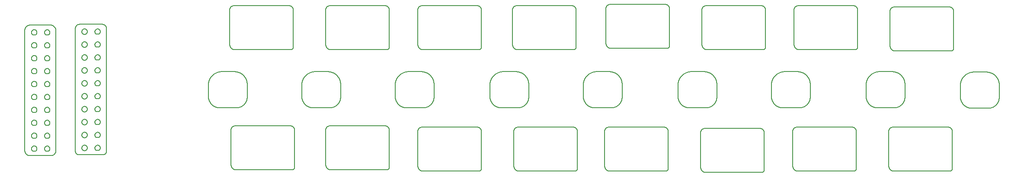
<source format=gbr>
G04 EAGLE Gerber RS-274X export*
G75*
%MOMM*%
%FSLAX34Y34*%
%LPD*%
%INStiffener_Bot*%
%IPPOS*%
%AMOC8*
5,1,8,0,0,1.08239X$1,22.5*%
G01*
%ADD10C,0.152400*%


D10*
X232410Y170180D02*
X232403Y170794D01*
X232380Y171407D01*
X232343Y172020D01*
X232291Y172631D01*
X232225Y173242D01*
X232143Y173850D01*
X232047Y174456D01*
X231937Y175060D01*
X231812Y175661D01*
X231672Y176259D01*
X231518Y176853D01*
X231349Y177443D01*
X231167Y178029D01*
X230970Y178610D01*
X230759Y179187D01*
X230535Y179758D01*
X230297Y180324D01*
X230045Y180884D01*
X229779Y181437D01*
X229501Y181984D01*
X229209Y182524D01*
X228904Y183057D01*
X228586Y183582D01*
X228256Y184100D01*
X227914Y184609D01*
X227559Y185110D01*
X227192Y185602D01*
X226814Y186085D01*
X226424Y186559D01*
X226022Y187023D01*
X225610Y187478D01*
X225186Y187922D01*
X224752Y188356D01*
X224308Y188780D01*
X223853Y189192D01*
X223389Y189594D01*
X222915Y189984D01*
X222432Y190362D01*
X221940Y190729D01*
X221439Y191084D01*
X220930Y191426D01*
X220412Y191756D01*
X219887Y192074D01*
X219354Y192379D01*
X218814Y192671D01*
X218267Y192949D01*
X217714Y193215D01*
X217154Y193467D01*
X216588Y193705D01*
X216017Y193929D01*
X215440Y194140D01*
X214859Y194337D01*
X214273Y194519D01*
X213683Y194688D01*
X213089Y194842D01*
X212491Y194982D01*
X211890Y195107D01*
X211286Y195217D01*
X210680Y195313D01*
X210072Y195395D01*
X209461Y195461D01*
X208850Y195513D01*
X208237Y195550D01*
X207624Y195573D01*
X207010Y195580D01*
X182880Y195580D01*
X182236Y195572D01*
X181591Y195549D01*
X180948Y195510D01*
X180306Y195455D01*
X179665Y195386D01*
X179026Y195300D01*
X178390Y195199D01*
X177756Y195083D01*
X177125Y194952D01*
X176497Y194805D01*
X175874Y194643D01*
X175254Y194466D01*
X174639Y194275D01*
X174028Y194068D01*
X173423Y193847D01*
X172823Y193611D01*
X172229Y193361D01*
X171641Y193096D01*
X171060Y192818D01*
X170486Y192525D01*
X169919Y192219D01*
X169359Y191899D01*
X168808Y191565D01*
X168265Y191219D01*
X167730Y190859D01*
X167204Y190486D01*
X166687Y190101D01*
X166180Y189704D01*
X165682Y189294D01*
X165195Y188873D01*
X164717Y188440D01*
X164251Y187995D01*
X163795Y187539D01*
X163350Y187073D01*
X162917Y186595D01*
X162496Y186108D01*
X162086Y185610D01*
X161689Y185103D01*
X161304Y184586D01*
X160931Y184060D01*
X160571Y183525D01*
X160225Y182982D01*
X159891Y182431D01*
X159571Y181871D01*
X159265Y181304D01*
X158972Y180730D01*
X158694Y180149D01*
X158429Y179561D01*
X158179Y178967D01*
X157943Y178367D01*
X157722Y177762D01*
X157515Y177151D01*
X157324Y176536D01*
X157147Y175916D01*
X156985Y175293D01*
X156838Y174665D01*
X156707Y174034D01*
X156591Y173400D01*
X156490Y172764D01*
X156404Y172125D01*
X156335Y171484D01*
X156280Y170842D01*
X156241Y170199D01*
X156218Y169554D01*
X156210Y168910D01*
X156210Y147320D01*
X156217Y146768D01*
X156237Y146216D01*
X156270Y145664D01*
X156317Y145114D01*
X156377Y144565D01*
X156450Y144017D01*
X156536Y143471D01*
X156636Y142928D01*
X156749Y142387D01*
X156874Y141849D01*
X157013Y141315D01*
X157165Y140783D01*
X157329Y140256D01*
X157506Y139733D01*
X157696Y139214D01*
X157898Y138700D01*
X158112Y138191D01*
X158339Y137687D01*
X158578Y137189D01*
X158828Y136696D01*
X159091Y136210D01*
X159365Y135731D01*
X159651Y135258D01*
X159948Y134792D01*
X160257Y134334D01*
X160576Y133883D01*
X160906Y133440D01*
X161247Y133005D01*
X161598Y132579D01*
X161959Y132161D01*
X162330Y131752D01*
X162711Y131352D01*
X163102Y130961D01*
X163502Y130580D01*
X163911Y130209D01*
X164329Y129848D01*
X164755Y129497D01*
X165190Y129156D01*
X165633Y128826D01*
X166084Y128507D01*
X166542Y128198D01*
X167008Y127901D01*
X167481Y127615D01*
X167960Y127341D01*
X168446Y127078D01*
X168939Y126828D01*
X169437Y126589D01*
X169941Y126362D01*
X170450Y126148D01*
X170964Y125946D01*
X171483Y125756D01*
X172006Y125579D01*
X172533Y125415D01*
X173065Y125263D01*
X173599Y125124D01*
X174137Y124999D01*
X174678Y124886D01*
X175221Y124786D01*
X175767Y124700D01*
X176315Y124627D01*
X176864Y124567D01*
X177414Y124520D01*
X177966Y124487D01*
X178518Y124467D01*
X179070Y124460D01*
X210820Y124460D01*
X211342Y124466D01*
X211863Y124485D01*
X212384Y124517D01*
X212904Y124561D01*
X213422Y124617D01*
X213940Y124687D01*
X214455Y124768D01*
X214968Y124862D01*
X215479Y124969D01*
X215987Y125087D01*
X216492Y125218D01*
X216994Y125361D01*
X217492Y125517D01*
X217986Y125684D01*
X218476Y125863D01*
X218961Y126054D01*
X219442Y126256D01*
X219918Y126471D01*
X220389Y126696D01*
X220853Y126933D01*
X221312Y127181D01*
X221765Y127440D01*
X222212Y127710D01*
X222652Y127991D01*
X223085Y128282D01*
X223510Y128583D01*
X223929Y128895D01*
X224339Y129217D01*
X224742Y129548D01*
X225137Y129890D01*
X225523Y130240D01*
X225901Y130600D01*
X226270Y130969D01*
X226630Y131347D01*
X226980Y131733D01*
X227322Y132128D01*
X227653Y132531D01*
X227975Y132941D01*
X228287Y133360D01*
X228588Y133785D01*
X228879Y134218D01*
X229160Y134658D01*
X229430Y135105D01*
X229689Y135558D01*
X229937Y136017D01*
X230174Y136481D01*
X230399Y136952D01*
X230614Y137428D01*
X230816Y137909D01*
X231007Y138394D01*
X231186Y138884D01*
X231353Y139378D01*
X231509Y139876D01*
X231652Y140378D01*
X231783Y140883D01*
X231901Y141391D01*
X232008Y141902D01*
X232102Y142415D01*
X232183Y142930D01*
X232253Y143448D01*
X232309Y143966D01*
X232353Y144486D01*
X232385Y145007D01*
X232404Y145528D01*
X232410Y146050D01*
X232410Y170180D01*
X389890Y195580D02*
X390504Y195573D01*
X391117Y195550D01*
X391730Y195513D01*
X392341Y195461D01*
X392952Y195395D01*
X393560Y195313D01*
X394166Y195217D01*
X394770Y195107D01*
X395371Y194982D01*
X395969Y194842D01*
X396563Y194688D01*
X397153Y194519D01*
X397739Y194337D01*
X398320Y194140D01*
X398897Y193929D01*
X399468Y193705D01*
X400034Y193467D01*
X400594Y193215D01*
X401147Y192949D01*
X401694Y192671D01*
X402234Y192379D01*
X402767Y192074D01*
X403292Y191756D01*
X403810Y191426D01*
X404319Y191084D01*
X404820Y190729D01*
X405312Y190362D01*
X405795Y189984D01*
X406269Y189594D01*
X406733Y189192D01*
X407188Y188780D01*
X407632Y188356D01*
X408066Y187922D01*
X408490Y187478D01*
X408902Y187023D01*
X409304Y186559D01*
X409694Y186085D01*
X410072Y185602D01*
X410439Y185110D01*
X410794Y184609D01*
X411136Y184100D01*
X411466Y183582D01*
X411784Y183057D01*
X412089Y182524D01*
X412381Y181984D01*
X412659Y181437D01*
X412925Y180884D01*
X413177Y180324D01*
X413415Y179758D01*
X413639Y179187D01*
X413850Y178610D01*
X414047Y178029D01*
X414229Y177443D01*
X414398Y176853D01*
X414552Y176259D01*
X414692Y175661D01*
X414817Y175060D01*
X414927Y174456D01*
X415023Y173850D01*
X415105Y173242D01*
X415171Y172631D01*
X415223Y172020D01*
X415260Y171407D01*
X415283Y170794D01*
X415290Y170180D01*
X389890Y195580D02*
X365760Y195580D01*
X365116Y195572D01*
X364471Y195549D01*
X363828Y195510D01*
X363186Y195455D01*
X362545Y195386D01*
X361906Y195300D01*
X361270Y195199D01*
X360636Y195083D01*
X360005Y194952D01*
X359377Y194805D01*
X358754Y194643D01*
X358134Y194466D01*
X357519Y194275D01*
X356908Y194068D01*
X356303Y193847D01*
X355703Y193611D01*
X355109Y193361D01*
X354521Y193096D01*
X353940Y192818D01*
X353366Y192525D01*
X352799Y192219D01*
X352239Y191899D01*
X351688Y191565D01*
X351145Y191219D01*
X350610Y190859D01*
X350084Y190486D01*
X349567Y190101D01*
X349060Y189704D01*
X348562Y189294D01*
X348075Y188873D01*
X347597Y188440D01*
X347131Y187995D01*
X346675Y187539D01*
X346230Y187073D01*
X345797Y186595D01*
X345376Y186108D01*
X344966Y185610D01*
X344569Y185103D01*
X344184Y184586D01*
X343811Y184060D01*
X343451Y183525D01*
X343105Y182982D01*
X342771Y182431D01*
X342451Y181871D01*
X342145Y181304D01*
X341852Y180730D01*
X341574Y180149D01*
X341309Y179561D01*
X341059Y178967D01*
X340823Y178367D01*
X340602Y177762D01*
X340395Y177151D01*
X340204Y176536D01*
X340027Y175916D01*
X339865Y175293D01*
X339718Y174665D01*
X339587Y174034D01*
X339471Y173400D01*
X339370Y172764D01*
X339284Y172125D01*
X339215Y171484D01*
X339160Y170842D01*
X339121Y170199D01*
X339098Y169554D01*
X339090Y168910D01*
X339090Y147320D01*
X339097Y146768D01*
X339117Y146216D01*
X339150Y145664D01*
X339197Y145114D01*
X339257Y144565D01*
X339330Y144017D01*
X339416Y143471D01*
X339516Y142928D01*
X339629Y142387D01*
X339754Y141849D01*
X339893Y141315D01*
X340045Y140783D01*
X340209Y140256D01*
X340386Y139733D01*
X340576Y139214D01*
X340778Y138700D01*
X340992Y138191D01*
X341219Y137687D01*
X341458Y137189D01*
X341708Y136696D01*
X341971Y136210D01*
X342245Y135731D01*
X342531Y135258D01*
X342828Y134792D01*
X343137Y134334D01*
X343456Y133883D01*
X343786Y133440D01*
X344127Y133005D01*
X344478Y132579D01*
X344839Y132161D01*
X345210Y131752D01*
X345591Y131352D01*
X345982Y130961D01*
X346382Y130580D01*
X346791Y130209D01*
X347209Y129848D01*
X347635Y129497D01*
X348070Y129156D01*
X348513Y128826D01*
X348964Y128507D01*
X349422Y128198D01*
X349888Y127901D01*
X350361Y127615D01*
X350840Y127341D01*
X351326Y127078D01*
X351819Y126828D01*
X352317Y126589D01*
X352821Y126362D01*
X353330Y126148D01*
X353844Y125946D01*
X354363Y125756D01*
X354886Y125579D01*
X355413Y125415D01*
X355945Y125263D01*
X356479Y125124D01*
X357017Y124999D01*
X357558Y124886D01*
X358101Y124786D01*
X358647Y124700D01*
X359195Y124627D01*
X359744Y124567D01*
X360294Y124520D01*
X360846Y124487D01*
X361398Y124467D01*
X361950Y124460D01*
X393700Y124460D01*
X394222Y124466D01*
X394743Y124485D01*
X395264Y124517D01*
X395784Y124561D01*
X396302Y124617D01*
X396820Y124687D01*
X397335Y124768D01*
X397848Y124862D01*
X398359Y124969D01*
X398867Y125087D01*
X399372Y125218D01*
X399874Y125361D01*
X400372Y125517D01*
X400866Y125684D01*
X401356Y125863D01*
X401841Y126054D01*
X402322Y126256D01*
X402798Y126471D01*
X403269Y126696D01*
X403733Y126933D01*
X404192Y127181D01*
X404645Y127440D01*
X405092Y127710D01*
X405532Y127991D01*
X405965Y128282D01*
X406390Y128583D01*
X406809Y128895D01*
X407219Y129217D01*
X407622Y129548D01*
X408017Y129890D01*
X408403Y130240D01*
X408781Y130600D01*
X409150Y130969D01*
X409510Y131347D01*
X409860Y131733D01*
X410202Y132128D01*
X410533Y132531D01*
X410855Y132941D01*
X411167Y133360D01*
X411468Y133785D01*
X411759Y134218D01*
X412040Y134658D01*
X412310Y135105D01*
X412569Y135558D01*
X412817Y136017D01*
X413054Y136481D01*
X413279Y136952D01*
X413494Y137428D01*
X413696Y137909D01*
X413887Y138394D01*
X414066Y138884D01*
X414233Y139378D01*
X414389Y139876D01*
X414532Y140378D01*
X414663Y140883D01*
X414781Y141391D01*
X414888Y141902D01*
X414982Y142415D01*
X415063Y142930D01*
X415133Y143448D01*
X415189Y143966D01*
X415233Y144486D01*
X415265Y145007D01*
X415284Y145528D01*
X415290Y146050D01*
X415290Y170180D01*
X572770Y195580D02*
X573384Y195573D01*
X573997Y195550D01*
X574610Y195513D01*
X575221Y195461D01*
X575832Y195395D01*
X576440Y195313D01*
X577046Y195217D01*
X577650Y195107D01*
X578251Y194982D01*
X578849Y194842D01*
X579443Y194688D01*
X580033Y194519D01*
X580619Y194337D01*
X581200Y194140D01*
X581777Y193929D01*
X582348Y193705D01*
X582914Y193467D01*
X583474Y193215D01*
X584027Y192949D01*
X584574Y192671D01*
X585114Y192379D01*
X585647Y192074D01*
X586172Y191756D01*
X586690Y191426D01*
X587199Y191084D01*
X587700Y190729D01*
X588192Y190362D01*
X588675Y189984D01*
X589149Y189594D01*
X589613Y189192D01*
X590068Y188780D01*
X590512Y188356D01*
X590946Y187922D01*
X591370Y187478D01*
X591782Y187023D01*
X592184Y186559D01*
X592574Y186085D01*
X592952Y185602D01*
X593319Y185110D01*
X593674Y184609D01*
X594016Y184100D01*
X594346Y183582D01*
X594664Y183057D01*
X594969Y182524D01*
X595261Y181984D01*
X595539Y181437D01*
X595805Y180884D01*
X596057Y180324D01*
X596295Y179758D01*
X596519Y179187D01*
X596730Y178610D01*
X596927Y178029D01*
X597109Y177443D01*
X597278Y176853D01*
X597432Y176259D01*
X597572Y175661D01*
X597697Y175060D01*
X597807Y174456D01*
X597903Y173850D01*
X597985Y173242D01*
X598051Y172631D01*
X598103Y172020D01*
X598140Y171407D01*
X598163Y170794D01*
X598170Y170180D01*
X572770Y195580D02*
X548640Y195580D01*
X547996Y195572D01*
X547351Y195549D01*
X546708Y195510D01*
X546066Y195455D01*
X545425Y195386D01*
X544786Y195300D01*
X544150Y195199D01*
X543516Y195083D01*
X542885Y194952D01*
X542257Y194805D01*
X541634Y194643D01*
X541014Y194466D01*
X540399Y194275D01*
X539788Y194068D01*
X539183Y193847D01*
X538583Y193611D01*
X537989Y193361D01*
X537401Y193096D01*
X536820Y192818D01*
X536246Y192525D01*
X535679Y192219D01*
X535119Y191899D01*
X534568Y191565D01*
X534025Y191219D01*
X533490Y190859D01*
X532964Y190486D01*
X532447Y190101D01*
X531940Y189704D01*
X531442Y189294D01*
X530955Y188873D01*
X530477Y188440D01*
X530011Y187995D01*
X529555Y187539D01*
X529110Y187073D01*
X528677Y186595D01*
X528256Y186108D01*
X527846Y185610D01*
X527449Y185103D01*
X527064Y184586D01*
X526691Y184060D01*
X526331Y183525D01*
X525985Y182982D01*
X525651Y182431D01*
X525331Y181871D01*
X525025Y181304D01*
X524732Y180730D01*
X524454Y180149D01*
X524189Y179561D01*
X523939Y178967D01*
X523703Y178367D01*
X523482Y177762D01*
X523275Y177151D01*
X523084Y176536D01*
X522907Y175916D01*
X522745Y175293D01*
X522598Y174665D01*
X522467Y174034D01*
X522351Y173400D01*
X522250Y172764D01*
X522164Y172125D01*
X522095Y171484D01*
X522040Y170842D01*
X522001Y170199D01*
X521978Y169554D01*
X521970Y168910D01*
X521970Y147320D01*
X521977Y146768D01*
X521997Y146216D01*
X522030Y145664D01*
X522077Y145114D01*
X522137Y144565D01*
X522210Y144017D01*
X522296Y143471D01*
X522396Y142928D01*
X522509Y142387D01*
X522634Y141849D01*
X522773Y141315D01*
X522925Y140783D01*
X523089Y140256D01*
X523266Y139733D01*
X523456Y139214D01*
X523658Y138700D01*
X523872Y138191D01*
X524099Y137687D01*
X524338Y137189D01*
X524588Y136696D01*
X524851Y136210D01*
X525125Y135731D01*
X525411Y135258D01*
X525708Y134792D01*
X526017Y134334D01*
X526336Y133883D01*
X526666Y133440D01*
X527007Y133005D01*
X527358Y132579D01*
X527719Y132161D01*
X528090Y131752D01*
X528471Y131352D01*
X528862Y130961D01*
X529262Y130580D01*
X529671Y130209D01*
X530089Y129848D01*
X530515Y129497D01*
X530950Y129156D01*
X531393Y128826D01*
X531844Y128507D01*
X532302Y128198D01*
X532768Y127901D01*
X533241Y127615D01*
X533720Y127341D01*
X534206Y127078D01*
X534699Y126828D01*
X535197Y126589D01*
X535701Y126362D01*
X536210Y126148D01*
X536724Y125946D01*
X537243Y125756D01*
X537766Y125579D01*
X538293Y125415D01*
X538825Y125263D01*
X539359Y125124D01*
X539897Y124999D01*
X540438Y124886D01*
X540981Y124786D01*
X541527Y124700D01*
X542075Y124627D01*
X542624Y124567D01*
X543174Y124520D01*
X543726Y124487D01*
X544278Y124467D01*
X544830Y124460D01*
X576580Y124460D01*
X577102Y124466D01*
X577623Y124485D01*
X578144Y124517D01*
X578664Y124561D01*
X579182Y124617D01*
X579700Y124687D01*
X580215Y124768D01*
X580728Y124862D01*
X581239Y124969D01*
X581747Y125087D01*
X582252Y125218D01*
X582754Y125361D01*
X583252Y125517D01*
X583746Y125684D01*
X584236Y125863D01*
X584721Y126054D01*
X585202Y126256D01*
X585678Y126471D01*
X586149Y126696D01*
X586613Y126933D01*
X587072Y127181D01*
X587525Y127440D01*
X587972Y127710D01*
X588412Y127991D01*
X588845Y128282D01*
X589270Y128583D01*
X589689Y128895D01*
X590099Y129217D01*
X590502Y129548D01*
X590897Y129890D01*
X591283Y130240D01*
X591661Y130600D01*
X592030Y130969D01*
X592390Y131347D01*
X592740Y131733D01*
X593082Y132128D01*
X593413Y132531D01*
X593735Y132941D01*
X594047Y133360D01*
X594348Y133785D01*
X594639Y134218D01*
X594920Y134658D01*
X595190Y135105D01*
X595449Y135558D01*
X595697Y136017D01*
X595934Y136481D01*
X596159Y136952D01*
X596374Y137428D01*
X596576Y137909D01*
X596767Y138394D01*
X596946Y138884D01*
X597113Y139378D01*
X597269Y139876D01*
X597412Y140378D01*
X597543Y140883D01*
X597661Y141391D01*
X597768Y141902D01*
X597862Y142415D01*
X597943Y142930D01*
X598013Y143448D01*
X598069Y143966D01*
X598113Y144486D01*
X598145Y145007D01*
X598164Y145528D01*
X598170Y146050D01*
X598170Y170180D01*
X758190Y195580D02*
X758804Y195573D01*
X759417Y195550D01*
X760030Y195513D01*
X760641Y195461D01*
X761252Y195395D01*
X761860Y195313D01*
X762466Y195217D01*
X763070Y195107D01*
X763671Y194982D01*
X764269Y194842D01*
X764863Y194688D01*
X765453Y194519D01*
X766039Y194337D01*
X766620Y194140D01*
X767197Y193929D01*
X767768Y193705D01*
X768334Y193467D01*
X768894Y193215D01*
X769447Y192949D01*
X769994Y192671D01*
X770534Y192379D01*
X771067Y192074D01*
X771592Y191756D01*
X772110Y191426D01*
X772619Y191084D01*
X773120Y190729D01*
X773612Y190362D01*
X774095Y189984D01*
X774569Y189594D01*
X775033Y189192D01*
X775488Y188780D01*
X775932Y188356D01*
X776366Y187922D01*
X776790Y187478D01*
X777202Y187023D01*
X777604Y186559D01*
X777994Y186085D01*
X778372Y185602D01*
X778739Y185110D01*
X779094Y184609D01*
X779436Y184100D01*
X779766Y183582D01*
X780084Y183057D01*
X780389Y182524D01*
X780681Y181984D01*
X780959Y181437D01*
X781225Y180884D01*
X781477Y180324D01*
X781715Y179758D01*
X781939Y179187D01*
X782150Y178610D01*
X782347Y178029D01*
X782529Y177443D01*
X782698Y176853D01*
X782852Y176259D01*
X782992Y175661D01*
X783117Y175060D01*
X783227Y174456D01*
X783323Y173850D01*
X783405Y173242D01*
X783471Y172631D01*
X783523Y172020D01*
X783560Y171407D01*
X783583Y170794D01*
X783590Y170180D01*
X758190Y195580D02*
X734060Y195580D01*
X733416Y195572D01*
X732771Y195549D01*
X732128Y195510D01*
X731486Y195455D01*
X730845Y195386D01*
X730206Y195300D01*
X729570Y195199D01*
X728936Y195083D01*
X728305Y194952D01*
X727677Y194805D01*
X727054Y194643D01*
X726434Y194466D01*
X725819Y194275D01*
X725208Y194068D01*
X724603Y193847D01*
X724003Y193611D01*
X723409Y193361D01*
X722821Y193096D01*
X722240Y192818D01*
X721666Y192525D01*
X721099Y192219D01*
X720539Y191899D01*
X719988Y191565D01*
X719445Y191219D01*
X718910Y190859D01*
X718384Y190486D01*
X717867Y190101D01*
X717360Y189704D01*
X716862Y189294D01*
X716375Y188873D01*
X715897Y188440D01*
X715431Y187995D01*
X714975Y187539D01*
X714530Y187073D01*
X714097Y186595D01*
X713676Y186108D01*
X713266Y185610D01*
X712869Y185103D01*
X712484Y184586D01*
X712111Y184060D01*
X711751Y183525D01*
X711405Y182982D01*
X711071Y182431D01*
X710751Y181871D01*
X710445Y181304D01*
X710152Y180730D01*
X709874Y180149D01*
X709609Y179561D01*
X709359Y178967D01*
X709123Y178367D01*
X708902Y177762D01*
X708695Y177151D01*
X708504Y176536D01*
X708327Y175916D01*
X708165Y175293D01*
X708018Y174665D01*
X707887Y174034D01*
X707771Y173400D01*
X707670Y172764D01*
X707584Y172125D01*
X707515Y171484D01*
X707460Y170842D01*
X707421Y170199D01*
X707398Y169554D01*
X707390Y168910D01*
X707390Y147320D01*
X707397Y146768D01*
X707417Y146216D01*
X707450Y145664D01*
X707497Y145114D01*
X707557Y144565D01*
X707630Y144017D01*
X707716Y143471D01*
X707816Y142928D01*
X707929Y142387D01*
X708054Y141849D01*
X708193Y141315D01*
X708345Y140783D01*
X708509Y140256D01*
X708686Y139733D01*
X708876Y139214D01*
X709078Y138700D01*
X709292Y138191D01*
X709519Y137687D01*
X709758Y137189D01*
X710008Y136696D01*
X710271Y136210D01*
X710545Y135731D01*
X710831Y135258D01*
X711128Y134792D01*
X711437Y134334D01*
X711756Y133883D01*
X712086Y133440D01*
X712427Y133005D01*
X712778Y132579D01*
X713139Y132161D01*
X713510Y131752D01*
X713891Y131352D01*
X714282Y130961D01*
X714682Y130580D01*
X715091Y130209D01*
X715509Y129848D01*
X715935Y129497D01*
X716370Y129156D01*
X716813Y128826D01*
X717264Y128507D01*
X717722Y128198D01*
X718188Y127901D01*
X718661Y127615D01*
X719140Y127341D01*
X719626Y127078D01*
X720119Y126828D01*
X720617Y126589D01*
X721121Y126362D01*
X721630Y126148D01*
X722144Y125946D01*
X722663Y125756D01*
X723186Y125579D01*
X723713Y125415D01*
X724245Y125263D01*
X724779Y125124D01*
X725317Y124999D01*
X725858Y124886D01*
X726401Y124786D01*
X726947Y124700D01*
X727495Y124627D01*
X728044Y124567D01*
X728594Y124520D01*
X729146Y124487D01*
X729698Y124467D01*
X730250Y124460D01*
X762000Y124460D01*
X762522Y124466D01*
X763043Y124485D01*
X763564Y124517D01*
X764084Y124561D01*
X764602Y124617D01*
X765120Y124687D01*
X765635Y124768D01*
X766148Y124862D01*
X766659Y124969D01*
X767167Y125087D01*
X767672Y125218D01*
X768174Y125361D01*
X768672Y125517D01*
X769166Y125684D01*
X769656Y125863D01*
X770141Y126054D01*
X770622Y126256D01*
X771098Y126471D01*
X771569Y126696D01*
X772033Y126933D01*
X772492Y127181D01*
X772945Y127440D01*
X773392Y127710D01*
X773832Y127991D01*
X774265Y128282D01*
X774690Y128583D01*
X775109Y128895D01*
X775519Y129217D01*
X775922Y129548D01*
X776317Y129890D01*
X776703Y130240D01*
X777081Y130600D01*
X777450Y130969D01*
X777810Y131347D01*
X778160Y131733D01*
X778502Y132128D01*
X778833Y132531D01*
X779155Y132941D01*
X779467Y133360D01*
X779768Y133785D01*
X780059Y134218D01*
X780340Y134658D01*
X780610Y135105D01*
X780869Y135558D01*
X781117Y136017D01*
X781354Y136481D01*
X781579Y136952D01*
X781794Y137428D01*
X781996Y137909D01*
X782187Y138394D01*
X782366Y138884D01*
X782533Y139378D01*
X782689Y139876D01*
X782832Y140378D01*
X782963Y140883D01*
X783081Y141391D01*
X783188Y141902D01*
X783282Y142415D01*
X783363Y142930D01*
X783433Y143448D01*
X783489Y143966D01*
X783533Y144486D01*
X783565Y145007D01*
X783584Y145528D01*
X783590Y146050D01*
X783590Y170180D01*
X941070Y195580D02*
X941684Y195573D01*
X942297Y195550D01*
X942910Y195513D01*
X943521Y195461D01*
X944132Y195395D01*
X944740Y195313D01*
X945346Y195217D01*
X945950Y195107D01*
X946551Y194982D01*
X947149Y194842D01*
X947743Y194688D01*
X948333Y194519D01*
X948919Y194337D01*
X949500Y194140D01*
X950077Y193929D01*
X950648Y193705D01*
X951214Y193467D01*
X951774Y193215D01*
X952327Y192949D01*
X952874Y192671D01*
X953414Y192379D01*
X953947Y192074D01*
X954472Y191756D01*
X954990Y191426D01*
X955499Y191084D01*
X956000Y190729D01*
X956492Y190362D01*
X956975Y189984D01*
X957449Y189594D01*
X957913Y189192D01*
X958368Y188780D01*
X958812Y188356D01*
X959246Y187922D01*
X959670Y187478D01*
X960082Y187023D01*
X960484Y186559D01*
X960874Y186085D01*
X961252Y185602D01*
X961619Y185110D01*
X961974Y184609D01*
X962316Y184100D01*
X962646Y183582D01*
X962964Y183057D01*
X963269Y182524D01*
X963561Y181984D01*
X963839Y181437D01*
X964105Y180884D01*
X964357Y180324D01*
X964595Y179758D01*
X964819Y179187D01*
X965030Y178610D01*
X965227Y178029D01*
X965409Y177443D01*
X965578Y176853D01*
X965732Y176259D01*
X965872Y175661D01*
X965997Y175060D01*
X966107Y174456D01*
X966203Y173850D01*
X966285Y173242D01*
X966351Y172631D01*
X966403Y172020D01*
X966440Y171407D01*
X966463Y170794D01*
X966470Y170180D01*
X941070Y195580D02*
X916940Y195580D01*
X916296Y195572D01*
X915651Y195549D01*
X915008Y195510D01*
X914366Y195455D01*
X913725Y195386D01*
X913086Y195300D01*
X912450Y195199D01*
X911816Y195083D01*
X911185Y194952D01*
X910557Y194805D01*
X909934Y194643D01*
X909314Y194466D01*
X908699Y194275D01*
X908088Y194068D01*
X907483Y193847D01*
X906883Y193611D01*
X906289Y193361D01*
X905701Y193096D01*
X905120Y192818D01*
X904546Y192525D01*
X903979Y192219D01*
X903419Y191899D01*
X902868Y191565D01*
X902325Y191219D01*
X901790Y190859D01*
X901264Y190486D01*
X900747Y190101D01*
X900240Y189704D01*
X899742Y189294D01*
X899255Y188873D01*
X898777Y188440D01*
X898311Y187995D01*
X897855Y187539D01*
X897410Y187073D01*
X896977Y186595D01*
X896556Y186108D01*
X896146Y185610D01*
X895749Y185103D01*
X895364Y184586D01*
X894991Y184060D01*
X894631Y183525D01*
X894285Y182982D01*
X893951Y182431D01*
X893631Y181871D01*
X893325Y181304D01*
X893032Y180730D01*
X892754Y180149D01*
X892489Y179561D01*
X892239Y178967D01*
X892003Y178367D01*
X891782Y177762D01*
X891575Y177151D01*
X891384Y176536D01*
X891207Y175916D01*
X891045Y175293D01*
X890898Y174665D01*
X890767Y174034D01*
X890651Y173400D01*
X890550Y172764D01*
X890464Y172125D01*
X890395Y171484D01*
X890340Y170842D01*
X890301Y170199D01*
X890278Y169554D01*
X890270Y168910D01*
X890270Y147320D01*
X890277Y146768D01*
X890297Y146216D01*
X890330Y145664D01*
X890377Y145114D01*
X890437Y144565D01*
X890510Y144017D01*
X890596Y143471D01*
X890696Y142928D01*
X890809Y142387D01*
X890934Y141849D01*
X891073Y141315D01*
X891225Y140783D01*
X891389Y140256D01*
X891566Y139733D01*
X891756Y139214D01*
X891958Y138700D01*
X892172Y138191D01*
X892399Y137687D01*
X892638Y137189D01*
X892888Y136696D01*
X893151Y136210D01*
X893425Y135731D01*
X893711Y135258D01*
X894008Y134792D01*
X894317Y134334D01*
X894636Y133883D01*
X894966Y133440D01*
X895307Y133005D01*
X895658Y132579D01*
X896019Y132161D01*
X896390Y131752D01*
X896771Y131352D01*
X897162Y130961D01*
X897562Y130580D01*
X897971Y130209D01*
X898389Y129848D01*
X898815Y129497D01*
X899250Y129156D01*
X899693Y128826D01*
X900144Y128507D01*
X900602Y128198D01*
X901068Y127901D01*
X901541Y127615D01*
X902020Y127341D01*
X902506Y127078D01*
X902999Y126828D01*
X903497Y126589D01*
X904001Y126362D01*
X904510Y126148D01*
X905024Y125946D01*
X905543Y125756D01*
X906066Y125579D01*
X906593Y125415D01*
X907125Y125263D01*
X907659Y125124D01*
X908197Y124999D01*
X908738Y124886D01*
X909281Y124786D01*
X909827Y124700D01*
X910375Y124627D01*
X910924Y124567D01*
X911474Y124520D01*
X912026Y124487D01*
X912578Y124467D01*
X913130Y124460D01*
X944880Y124460D01*
X945402Y124466D01*
X945923Y124485D01*
X946444Y124517D01*
X946964Y124561D01*
X947482Y124617D01*
X948000Y124687D01*
X948515Y124768D01*
X949028Y124862D01*
X949539Y124969D01*
X950047Y125087D01*
X950552Y125218D01*
X951054Y125361D01*
X951552Y125517D01*
X952046Y125684D01*
X952536Y125863D01*
X953021Y126054D01*
X953502Y126256D01*
X953978Y126471D01*
X954449Y126696D01*
X954913Y126933D01*
X955372Y127181D01*
X955825Y127440D01*
X956272Y127710D01*
X956712Y127991D01*
X957145Y128282D01*
X957570Y128583D01*
X957989Y128895D01*
X958399Y129217D01*
X958802Y129548D01*
X959197Y129890D01*
X959583Y130240D01*
X959961Y130600D01*
X960330Y130969D01*
X960690Y131347D01*
X961040Y131733D01*
X961382Y132128D01*
X961713Y132531D01*
X962035Y132941D01*
X962347Y133360D01*
X962648Y133785D01*
X962939Y134218D01*
X963220Y134658D01*
X963490Y135105D01*
X963749Y135558D01*
X963997Y136017D01*
X964234Y136481D01*
X964459Y136952D01*
X964674Y137428D01*
X964876Y137909D01*
X965067Y138394D01*
X965246Y138884D01*
X965413Y139378D01*
X965569Y139876D01*
X965712Y140378D01*
X965843Y140883D01*
X965961Y141391D01*
X966068Y141902D01*
X966162Y142415D01*
X966243Y142930D01*
X966313Y143448D01*
X966369Y143966D01*
X966413Y144486D01*
X966445Y145007D01*
X966464Y145528D01*
X966470Y146050D01*
X966470Y170180D01*
X1126490Y195580D02*
X1127104Y195573D01*
X1127717Y195550D01*
X1128330Y195513D01*
X1128941Y195461D01*
X1129552Y195395D01*
X1130160Y195313D01*
X1130766Y195217D01*
X1131370Y195107D01*
X1131971Y194982D01*
X1132569Y194842D01*
X1133163Y194688D01*
X1133753Y194519D01*
X1134339Y194337D01*
X1134920Y194140D01*
X1135497Y193929D01*
X1136068Y193705D01*
X1136634Y193467D01*
X1137194Y193215D01*
X1137747Y192949D01*
X1138294Y192671D01*
X1138834Y192379D01*
X1139367Y192074D01*
X1139892Y191756D01*
X1140410Y191426D01*
X1140919Y191084D01*
X1141420Y190729D01*
X1141912Y190362D01*
X1142395Y189984D01*
X1142869Y189594D01*
X1143333Y189192D01*
X1143788Y188780D01*
X1144232Y188356D01*
X1144666Y187922D01*
X1145090Y187478D01*
X1145502Y187023D01*
X1145904Y186559D01*
X1146294Y186085D01*
X1146672Y185602D01*
X1147039Y185110D01*
X1147394Y184609D01*
X1147736Y184100D01*
X1148066Y183582D01*
X1148384Y183057D01*
X1148689Y182524D01*
X1148981Y181984D01*
X1149259Y181437D01*
X1149525Y180884D01*
X1149777Y180324D01*
X1150015Y179758D01*
X1150239Y179187D01*
X1150450Y178610D01*
X1150647Y178029D01*
X1150829Y177443D01*
X1150998Y176853D01*
X1151152Y176259D01*
X1151292Y175661D01*
X1151417Y175060D01*
X1151527Y174456D01*
X1151623Y173850D01*
X1151705Y173242D01*
X1151771Y172631D01*
X1151823Y172020D01*
X1151860Y171407D01*
X1151883Y170794D01*
X1151890Y170180D01*
X1126490Y195580D02*
X1102360Y195580D01*
X1101716Y195572D01*
X1101071Y195549D01*
X1100428Y195510D01*
X1099786Y195455D01*
X1099145Y195386D01*
X1098506Y195300D01*
X1097870Y195199D01*
X1097236Y195083D01*
X1096605Y194952D01*
X1095977Y194805D01*
X1095354Y194643D01*
X1094734Y194466D01*
X1094119Y194275D01*
X1093508Y194068D01*
X1092903Y193847D01*
X1092303Y193611D01*
X1091709Y193361D01*
X1091121Y193096D01*
X1090540Y192818D01*
X1089966Y192525D01*
X1089399Y192219D01*
X1088839Y191899D01*
X1088288Y191565D01*
X1087745Y191219D01*
X1087210Y190859D01*
X1086684Y190486D01*
X1086167Y190101D01*
X1085660Y189704D01*
X1085162Y189294D01*
X1084675Y188873D01*
X1084197Y188440D01*
X1083731Y187995D01*
X1083275Y187539D01*
X1082830Y187073D01*
X1082397Y186595D01*
X1081976Y186108D01*
X1081566Y185610D01*
X1081169Y185103D01*
X1080784Y184586D01*
X1080411Y184060D01*
X1080051Y183525D01*
X1079705Y182982D01*
X1079371Y182431D01*
X1079051Y181871D01*
X1078745Y181304D01*
X1078452Y180730D01*
X1078174Y180149D01*
X1077909Y179561D01*
X1077659Y178967D01*
X1077423Y178367D01*
X1077202Y177762D01*
X1076995Y177151D01*
X1076804Y176536D01*
X1076627Y175916D01*
X1076465Y175293D01*
X1076318Y174665D01*
X1076187Y174034D01*
X1076071Y173400D01*
X1075970Y172764D01*
X1075884Y172125D01*
X1075815Y171484D01*
X1075760Y170842D01*
X1075721Y170199D01*
X1075698Y169554D01*
X1075690Y168910D01*
X1075690Y147320D01*
X1075697Y146768D01*
X1075717Y146216D01*
X1075750Y145664D01*
X1075797Y145114D01*
X1075857Y144565D01*
X1075930Y144017D01*
X1076016Y143471D01*
X1076116Y142928D01*
X1076229Y142387D01*
X1076354Y141849D01*
X1076493Y141315D01*
X1076645Y140783D01*
X1076809Y140256D01*
X1076986Y139733D01*
X1077176Y139214D01*
X1077378Y138700D01*
X1077592Y138191D01*
X1077819Y137687D01*
X1078058Y137189D01*
X1078308Y136696D01*
X1078571Y136210D01*
X1078845Y135731D01*
X1079131Y135258D01*
X1079428Y134792D01*
X1079737Y134334D01*
X1080056Y133883D01*
X1080386Y133440D01*
X1080727Y133005D01*
X1081078Y132579D01*
X1081439Y132161D01*
X1081810Y131752D01*
X1082191Y131352D01*
X1082582Y130961D01*
X1082982Y130580D01*
X1083391Y130209D01*
X1083809Y129848D01*
X1084235Y129497D01*
X1084670Y129156D01*
X1085113Y128826D01*
X1085564Y128507D01*
X1086022Y128198D01*
X1086488Y127901D01*
X1086961Y127615D01*
X1087440Y127341D01*
X1087926Y127078D01*
X1088419Y126828D01*
X1088917Y126589D01*
X1089421Y126362D01*
X1089930Y126148D01*
X1090444Y125946D01*
X1090963Y125756D01*
X1091486Y125579D01*
X1092013Y125415D01*
X1092545Y125263D01*
X1093079Y125124D01*
X1093617Y124999D01*
X1094158Y124886D01*
X1094701Y124786D01*
X1095247Y124700D01*
X1095795Y124627D01*
X1096344Y124567D01*
X1096894Y124520D01*
X1097446Y124487D01*
X1097998Y124467D01*
X1098550Y124460D01*
X1130300Y124460D01*
X1130822Y124466D01*
X1131343Y124485D01*
X1131864Y124517D01*
X1132384Y124561D01*
X1132902Y124617D01*
X1133420Y124687D01*
X1133935Y124768D01*
X1134448Y124862D01*
X1134959Y124969D01*
X1135467Y125087D01*
X1135972Y125218D01*
X1136474Y125361D01*
X1136972Y125517D01*
X1137466Y125684D01*
X1137956Y125863D01*
X1138441Y126054D01*
X1138922Y126256D01*
X1139398Y126471D01*
X1139869Y126696D01*
X1140333Y126933D01*
X1140792Y127181D01*
X1141245Y127440D01*
X1141692Y127710D01*
X1142132Y127991D01*
X1142565Y128282D01*
X1142990Y128583D01*
X1143409Y128895D01*
X1143819Y129217D01*
X1144222Y129548D01*
X1144617Y129890D01*
X1145003Y130240D01*
X1145381Y130600D01*
X1145750Y130969D01*
X1146110Y131347D01*
X1146460Y131733D01*
X1146802Y132128D01*
X1147133Y132531D01*
X1147455Y132941D01*
X1147767Y133360D01*
X1148068Y133785D01*
X1148359Y134218D01*
X1148640Y134658D01*
X1148910Y135105D01*
X1149169Y135558D01*
X1149417Y136017D01*
X1149654Y136481D01*
X1149879Y136952D01*
X1150094Y137428D01*
X1150296Y137909D01*
X1150487Y138394D01*
X1150666Y138884D01*
X1150833Y139378D01*
X1150989Y139876D01*
X1151132Y140378D01*
X1151263Y140883D01*
X1151381Y141391D01*
X1151488Y141902D01*
X1151582Y142415D01*
X1151663Y142930D01*
X1151733Y143448D01*
X1151789Y143966D01*
X1151833Y144486D01*
X1151865Y145007D01*
X1151884Y145528D01*
X1151890Y146050D01*
X1151890Y170180D01*
X1309370Y195580D02*
X1309984Y195573D01*
X1310597Y195550D01*
X1311210Y195513D01*
X1311821Y195461D01*
X1312432Y195395D01*
X1313040Y195313D01*
X1313646Y195217D01*
X1314250Y195107D01*
X1314851Y194982D01*
X1315449Y194842D01*
X1316043Y194688D01*
X1316633Y194519D01*
X1317219Y194337D01*
X1317800Y194140D01*
X1318377Y193929D01*
X1318948Y193705D01*
X1319514Y193467D01*
X1320074Y193215D01*
X1320627Y192949D01*
X1321174Y192671D01*
X1321714Y192379D01*
X1322247Y192074D01*
X1322772Y191756D01*
X1323290Y191426D01*
X1323799Y191084D01*
X1324300Y190729D01*
X1324792Y190362D01*
X1325275Y189984D01*
X1325749Y189594D01*
X1326213Y189192D01*
X1326668Y188780D01*
X1327112Y188356D01*
X1327546Y187922D01*
X1327970Y187478D01*
X1328382Y187023D01*
X1328784Y186559D01*
X1329174Y186085D01*
X1329552Y185602D01*
X1329919Y185110D01*
X1330274Y184609D01*
X1330616Y184100D01*
X1330946Y183582D01*
X1331264Y183057D01*
X1331569Y182524D01*
X1331861Y181984D01*
X1332139Y181437D01*
X1332405Y180884D01*
X1332657Y180324D01*
X1332895Y179758D01*
X1333119Y179187D01*
X1333330Y178610D01*
X1333527Y178029D01*
X1333709Y177443D01*
X1333878Y176853D01*
X1334032Y176259D01*
X1334172Y175661D01*
X1334297Y175060D01*
X1334407Y174456D01*
X1334503Y173850D01*
X1334585Y173242D01*
X1334651Y172631D01*
X1334703Y172020D01*
X1334740Y171407D01*
X1334763Y170794D01*
X1334770Y170180D01*
X1309370Y195580D02*
X1285240Y195580D01*
X1284596Y195572D01*
X1283951Y195549D01*
X1283308Y195510D01*
X1282666Y195455D01*
X1282025Y195386D01*
X1281386Y195300D01*
X1280750Y195199D01*
X1280116Y195083D01*
X1279485Y194952D01*
X1278857Y194805D01*
X1278234Y194643D01*
X1277614Y194466D01*
X1276999Y194275D01*
X1276388Y194068D01*
X1275783Y193847D01*
X1275183Y193611D01*
X1274589Y193361D01*
X1274001Y193096D01*
X1273420Y192818D01*
X1272846Y192525D01*
X1272279Y192219D01*
X1271719Y191899D01*
X1271168Y191565D01*
X1270625Y191219D01*
X1270090Y190859D01*
X1269564Y190486D01*
X1269047Y190101D01*
X1268540Y189704D01*
X1268042Y189294D01*
X1267555Y188873D01*
X1267077Y188440D01*
X1266611Y187995D01*
X1266155Y187539D01*
X1265710Y187073D01*
X1265277Y186595D01*
X1264856Y186108D01*
X1264446Y185610D01*
X1264049Y185103D01*
X1263664Y184586D01*
X1263291Y184060D01*
X1262931Y183525D01*
X1262585Y182982D01*
X1262251Y182431D01*
X1261931Y181871D01*
X1261625Y181304D01*
X1261332Y180730D01*
X1261054Y180149D01*
X1260789Y179561D01*
X1260539Y178967D01*
X1260303Y178367D01*
X1260082Y177762D01*
X1259875Y177151D01*
X1259684Y176536D01*
X1259507Y175916D01*
X1259345Y175293D01*
X1259198Y174665D01*
X1259067Y174034D01*
X1258951Y173400D01*
X1258850Y172764D01*
X1258764Y172125D01*
X1258695Y171484D01*
X1258640Y170842D01*
X1258601Y170199D01*
X1258578Y169554D01*
X1258570Y168910D01*
X1258570Y147320D01*
X1258577Y146768D01*
X1258597Y146216D01*
X1258630Y145664D01*
X1258677Y145114D01*
X1258737Y144565D01*
X1258810Y144017D01*
X1258896Y143471D01*
X1258996Y142928D01*
X1259109Y142387D01*
X1259234Y141849D01*
X1259373Y141315D01*
X1259525Y140783D01*
X1259689Y140256D01*
X1259866Y139733D01*
X1260056Y139214D01*
X1260258Y138700D01*
X1260472Y138191D01*
X1260699Y137687D01*
X1260938Y137189D01*
X1261188Y136696D01*
X1261451Y136210D01*
X1261725Y135731D01*
X1262011Y135258D01*
X1262308Y134792D01*
X1262617Y134334D01*
X1262936Y133883D01*
X1263266Y133440D01*
X1263607Y133005D01*
X1263958Y132579D01*
X1264319Y132161D01*
X1264690Y131752D01*
X1265071Y131352D01*
X1265462Y130961D01*
X1265862Y130580D01*
X1266271Y130209D01*
X1266689Y129848D01*
X1267115Y129497D01*
X1267550Y129156D01*
X1267993Y128826D01*
X1268444Y128507D01*
X1268902Y128198D01*
X1269368Y127901D01*
X1269841Y127615D01*
X1270320Y127341D01*
X1270806Y127078D01*
X1271299Y126828D01*
X1271797Y126589D01*
X1272301Y126362D01*
X1272810Y126148D01*
X1273324Y125946D01*
X1273843Y125756D01*
X1274366Y125579D01*
X1274893Y125415D01*
X1275425Y125263D01*
X1275959Y125124D01*
X1276497Y124999D01*
X1277038Y124886D01*
X1277581Y124786D01*
X1278127Y124700D01*
X1278675Y124627D01*
X1279224Y124567D01*
X1279774Y124520D01*
X1280326Y124487D01*
X1280878Y124467D01*
X1281430Y124460D01*
X1313180Y124460D01*
X1313702Y124466D01*
X1314223Y124485D01*
X1314744Y124517D01*
X1315264Y124561D01*
X1315782Y124617D01*
X1316300Y124687D01*
X1316815Y124768D01*
X1317328Y124862D01*
X1317839Y124969D01*
X1318347Y125087D01*
X1318852Y125218D01*
X1319354Y125361D01*
X1319852Y125517D01*
X1320346Y125684D01*
X1320836Y125863D01*
X1321321Y126054D01*
X1321802Y126256D01*
X1322278Y126471D01*
X1322749Y126696D01*
X1323213Y126933D01*
X1323672Y127181D01*
X1324125Y127440D01*
X1324572Y127710D01*
X1325012Y127991D01*
X1325445Y128282D01*
X1325870Y128583D01*
X1326289Y128895D01*
X1326699Y129217D01*
X1327102Y129548D01*
X1327497Y129890D01*
X1327883Y130240D01*
X1328261Y130600D01*
X1328630Y130969D01*
X1328990Y131347D01*
X1329340Y131733D01*
X1329682Y132128D01*
X1330013Y132531D01*
X1330335Y132941D01*
X1330647Y133360D01*
X1330948Y133785D01*
X1331239Y134218D01*
X1331520Y134658D01*
X1331790Y135105D01*
X1332049Y135558D01*
X1332297Y136017D01*
X1332534Y136481D01*
X1332759Y136952D01*
X1332974Y137428D01*
X1333176Y137909D01*
X1333367Y138394D01*
X1333546Y138884D01*
X1333713Y139378D01*
X1333869Y139876D01*
X1334012Y140378D01*
X1334143Y140883D01*
X1334261Y141391D01*
X1334368Y141902D01*
X1334462Y142415D01*
X1334543Y142930D01*
X1334613Y143448D01*
X1334669Y143966D01*
X1334713Y144486D01*
X1334745Y145007D01*
X1334764Y145528D01*
X1334770Y146050D01*
X1334770Y170180D01*
X1494790Y195580D02*
X1495404Y195573D01*
X1496017Y195550D01*
X1496630Y195513D01*
X1497241Y195461D01*
X1497852Y195395D01*
X1498460Y195313D01*
X1499066Y195217D01*
X1499670Y195107D01*
X1500271Y194982D01*
X1500869Y194842D01*
X1501463Y194688D01*
X1502053Y194519D01*
X1502639Y194337D01*
X1503220Y194140D01*
X1503797Y193929D01*
X1504368Y193705D01*
X1504934Y193467D01*
X1505494Y193215D01*
X1506047Y192949D01*
X1506594Y192671D01*
X1507134Y192379D01*
X1507667Y192074D01*
X1508192Y191756D01*
X1508710Y191426D01*
X1509219Y191084D01*
X1509720Y190729D01*
X1510212Y190362D01*
X1510695Y189984D01*
X1511169Y189594D01*
X1511633Y189192D01*
X1512088Y188780D01*
X1512532Y188356D01*
X1512966Y187922D01*
X1513390Y187478D01*
X1513802Y187023D01*
X1514204Y186559D01*
X1514594Y186085D01*
X1514972Y185602D01*
X1515339Y185110D01*
X1515694Y184609D01*
X1516036Y184100D01*
X1516366Y183582D01*
X1516684Y183057D01*
X1516989Y182524D01*
X1517281Y181984D01*
X1517559Y181437D01*
X1517825Y180884D01*
X1518077Y180324D01*
X1518315Y179758D01*
X1518539Y179187D01*
X1518750Y178610D01*
X1518947Y178029D01*
X1519129Y177443D01*
X1519298Y176853D01*
X1519452Y176259D01*
X1519592Y175661D01*
X1519717Y175060D01*
X1519827Y174456D01*
X1519923Y173850D01*
X1520005Y173242D01*
X1520071Y172631D01*
X1520123Y172020D01*
X1520160Y171407D01*
X1520183Y170794D01*
X1520190Y170180D01*
X1494790Y195580D02*
X1470660Y195580D01*
X1470016Y195572D01*
X1469371Y195549D01*
X1468728Y195510D01*
X1468086Y195455D01*
X1467445Y195386D01*
X1466806Y195300D01*
X1466170Y195199D01*
X1465536Y195083D01*
X1464905Y194952D01*
X1464277Y194805D01*
X1463654Y194643D01*
X1463034Y194466D01*
X1462419Y194275D01*
X1461808Y194068D01*
X1461203Y193847D01*
X1460603Y193611D01*
X1460009Y193361D01*
X1459421Y193096D01*
X1458840Y192818D01*
X1458266Y192525D01*
X1457699Y192219D01*
X1457139Y191899D01*
X1456588Y191565D01*
X1456045Y191219D01*
X1455510Y190859D01*
X1454984Y190486D01*
X1454467Y190101D01*
X1453960Y189704D01*
X1453462Y189294D01*
X1452975Y188873D01*
X1452497Y188440D01*
X1452031Y187995D01*
X1451575Y187539D01*
X1451130Y187073D01*
X1450697Y186595D01*
X1450276Y186108D01*
X1449866Y185610D01*
X1449469Y185103D01*
X1449084Y184586D01*
X1448711Y184060D01*
X1448351Y183525D01*
X1448005Y182982D01*
X1447671Y182431D01*
X1447351Y181871D01*
X1447045Y181304D01*
X1446752Y180730D01*
X1446474Y180149D01*
X1446209Y179561D01*
X1445959Y178967D01*
X1445723Y178367D01*
X1445502Y177762D01*
X1445295Y177151D01*
X1445104Y176536D01*
X1444927Y175916D01*
X1444765Y175293D01*
X1444618Y174665D01*
X1444487Y174034D01*
X1444371Y173400D01*
X1444270Y172764D01*
X1444184Y172125D01*
X1444115Y171484D01*
X1444060Y170842D01*
X1444021Y170199D01*
X1443998Y169554D01*
X1443990Y168910D01*
X1443990Y147320D01*
X1443997Y146768D01*
X1444017Y146216D01*
X1444050Y145664D01*
X1444097Y145114D01*
X1444157Y144565D01*
X1444230Y144017D01*
X1444316Y143471D01*
X1444416Y142928D01*
X1444529Y142387D01*
X1444654Y141849D01*
X1444793Y141315D01*
X1444945Y140783D01*
X1445109Y140256D01*
X1445286Y139733D01*
X1445476Y139214D01*
X1445678Y138700D01*
X1445892Y138191D01*
X1446119Y137687D01*
X1446358Y137189D01*
X1446608Y136696D01*
X1446871Y136210D01*
X1447145Y135731D01*
X1447431Y135258D01*
X1447728Y134792D01*
X1448037Y134334D01*
X1448356Y133883D01*
X1448686Y133440D01*
X1449027Y133005D01*
X1449378Y132579D01*
X1449739Y132161D01*
X1450110Y131752D01*
X1450491Y131352D01*
X1450882Y130961D01*
X1451282Y130580D01*
X1451691Y130209D01*
X1452109Y129848D01*
X1452535Y129497D01*
X1452970Y129156D01*
X1453413Y128826D01*
X1453864Y128507D01*
X1454322Y128198D01*
X1454788Y127901D01*
X1455261Y127615D01*
X1455740Y127341D01*
X1456226Y127078D01*
X1456719Y126828D01*
X1457217Y126589D01*
X1457721Y126362D01*
X1458230Y126148D01*
X1458744Y125946D01*
X1459263Y125756D01*
X1459786Y125579D01*
X1460313Y125415D01*
X1460845Y125263D01*
X1461379Y125124D01*
X1461917Y124999D01*
X1462458Y124886D01*
X1463001Y124786D01*
X1463547Y124700D01*
X1464095Y124627D01*
X1464644Y124567D01*
X1465194Y124520D01*
X1465746Y124487D01*
X1466298Y124467D01*
X1466850Y124460D01*
X1498600Y124460D01*
X1499122Y124466D01*
X1499643Y124485D01*
X1500164Y124517D01*
X1500684Y124561D01*
X1501202Y124617D01*
X1501720Y124687D01*
X1502235Y124768D01*
X1502748Y124862D01*
X1503259Y124969D01*
X1503767Y125087D01*
X1504272Y125218D01*
X1504774Y125361D01*
X1505272Y125517D01*
X1505766Y125684D01*
X1506256Y125863D01*
X1506741Y126054D01*
X1507222Y126256D01*
X1507698Y126471D01*
X1508169Y126696D01*
X1508633Y126933D01*
X1509092Y127181D01*
X1509545Y127440D01*
X1509992Y127710D01*
X1510432Y127991D01*
X1510865Y128282D01*
X1511290Y128583D01*
X1511709Y128895D01*
X1512119Y129217D01*
X1512522Y129548D01*
X1512917Y129890D01*
X1513303Y130240D01*
X1513681Y130600D01*
X1514050Y130969D01*
X1514410Y131347D01*
X1514760Y131733D01*
X1515102Y132128D01*
X1515433Y132531D01*
X1515755Y132941D01*
X1516067Y133360D01*
X1516368Y133785D01*
X1516659Y134218D01*
X1516940Y134658D01*
X1517210Y135105D01*
X1517469Y135558D01*
X1517717Y136017D01*
X1517954Y136481D01*
X1518179Y136952D01*
X1518394Y137428D01*
X1518596Y137909D01*
X1518787Y138394D01*
X1518966Y138884D01*
X1519133Y139378D01*
X1519289Y139876D01*
X1519432Y140378D01*
X1519563Y140883D01*
X1519681Y141391D01*
X1519788Y141902D01*
X1519882Y142415D01*
X1519963Y142930D01*
X1520033Y143448D01*
X1520089Y143966D01*
X1520133Y144486D01*
X1520165Y145007D01*
X1520184Y145528D01*
X1520190Y146050D01*
X1520190Y170180D01*
X1679423Y194742D02*
X1680037Y194735D01*
X1680650Y194712D01*
X1681263Y194675D01*
X1681874Y194623D01*
X1682485Y194557D01*
X1683093Y194475D01*
X1683699Y194379D01*
X1684303Y194269D01*
X1684904Y194144D01*
X1685502Y194004D01*
X1686096Y193850D01*
X1686686Y193681D01*
X1687272Y193499D01*
X1687853Y193302D01*
X1688430Y193091D01*
X1689001Y192867D01*
X1689567Y192629D01*
X1690127Y192377D01*
X1690680Y192111D01*
X1691227Y191833D01*
X1691767Y191541D01*
X1692300Y191236D01*
X1692825Y190918D01*
X1693343Y190588D01*
X1693852Y190246D01*
X1694353Y189891D01*
X1694845Y189524D01*
X1695328Y189146D01*
X1695802Y188756D01*
X1696266Y188354D01*
X1696721Y187942D01*
X1697165Y187518D01*
X1697599Y187084D01*
X1698023Y186640D01*
X1698435Y186185D01*
X1698837Y185721D01*
X1699227Y185247D01*
X1699605Y184764D01*
X1699972Y184272D01*
X1700327Y183771D01*
X1700669Y183262D01*
X1700999Y182744D01*
X1701317Y182219D01*
X1701622Y181686D01*
X1701914Y181146D01*
X1702192Y180599D01*
X1702458Y180046D01*
X1702710Y179486D01*
X1702948Y178920D01*
X1703172Y178349D01*
X1703383Y177772D01*
X1703580Y177191D01*
X1703762Y176605D01*
X1703931Y176015D01*
X1704085Y175421D01*
X1704225Y174823D01*
X1704350Y174222D01*
X1704460Y173618D01*
X1704556Y173012D01*
X1704638Y172404D01*
X1704704Y171793D01*
X1704756Y171182D01*
X1704793Y170569D01*
X1704816Y169956D01*
X1704823Y169342D01*
X1679423Y194742D02*
X1655293Y194742D01*
X1654649Y194734D01*
X1654004Y194711D01*
X1653361Y194672D01*
X1652719Y194617D01*
X1652078Y194548D01*
X1651439Y194462D01*
X1650803Y194361D01*
X1650169Y194245D01*
X1649538Y194114D01*
X1648910Y193967D01*
X1648287Y193805D01*
X1647667Y193628D01*
X1647052Y193437D01*
X1646441Y193230D01*
X1645836Y193009D01*
X1645236Y192773D01*
X1644642Y192523D01*
X1644054Y192258D01*
X1643473Y191980D01*
X1642899Y191687D01*
X1642332Y191381D01*
X1641772Y191061D01*
X1641221Y190727D01*
X1640678Y190381D01*
X1640143Y190021D01*
X1639617Y189648D01*
X1639100Y189263D01*
X1638593Y188866D01*
X1638095Y188456D01*
X1637608Y188035D01*
X1637130Y187602D01*
X1636664Y187157D01*
X1636208Y186701D01*
X1635763Y186235D01*
X1635330Y185757D01*
X1634909Y185270D01*
X1634499Y184772D01*
X1634102Y184265D01*
X1633717Y183748D01*
X1633344Y183222D01*
X1632984Y182687D01*
X1632638Y182144D01*
X1632304Y181593D01*
X1631984Y181033D01*
X1631678Y180466D01*
X1631385Y179892D01*
X1631107Y179311D01*
X1630842Y178723D01*
X1630592Y178129D01*
X1630356Y177529D01*
X1630135Y176924D01*
X1629928Y176313D01*
X1629737Y175698D01*
X1629560Y175078D01*
X1629398Y174455D01*
X1629251Y173827D01*
X1629120Y173196D01*
X1629004Y172562D01*
X1628903Y171926D01*
X1628817Y171287D01*
X1628748Y170646D01*
X1628693Y170004D01*
X1628654Y169361D01*
X1628631Y168716D01*
X1628623Y168072D01*
X1628623Y146482D01*
X1628630Y145930D01*
X1628650Y145378D01*
X1628683Y144826D01*
X1628730Y144276D01*
X1628790Y143727D01*
X1628863Y143179D01*
X1628949Y142633D01*
X1629049Y142090D01*
X1629162Y141549D01*
X1629287Y141011D01*
X1629426Y140477D01*
X1629578Y139945D01*
X1629742Y139418D01*
X1629919Y138895D01*
X1630109Y138376D01*
X1630311Y137862D01*
X1630525Y137353D01*
X1630752Y136849D01*
X1630991Y136351D01*
X1631241Y135858D01*
X1631504Y135372D01*
X1631778Y134893D01*
X1632064Y134420D01*
X1632361Y133954D01*
X1632670Y133496D01*
X1632989Y133045D01*
X1633319Y132602D01*
X1633660Y132167D01*
X1634011Y131741D01*
X1634372Y131323D01*
X1634743Y130914D01*
X1635124Y130514D01*
X1635515Y130123D01*
X1635915Y129742D01*
X1636324Y129371D01*
X1636742Y129010D01*
X1637168Y128659D01*
X1637603Y128318D01*
X1638046Y127988D01*
X1638497Y127669D01*
X1638955Y127360D01*
X1639421Y127063D01*
X1639894Y126777D01*
X1640373Y126503D01*
X1640859Y126240D01*
X1641352Y125990D01*
X1641850Y125751D01*
X1642354Y125524D01*
X1642863Y125310D01*
X1643377Y125108D01*
X1643896Y124918D01*
X1644419Y124741D01*
X1644946Y124577D01*
X1645478Y124425D01*
X1646012Y124286D01*
X1646550Y124161D01*
X1647091Y124048D01*
X1647634Y123948D01*
X1648180Y123862D01*
X1648728Y123789D01*
X1649277Y123729D01*
X1649827Y123682D01*
X1650379Y123649D01*
X1650931Y123629D01*
X1651483Y123622D01*
X1683233Y123622D01*
X1683755Y123628D01*
X1684276Y123647D01*
X1684797Y123679D01*
X1685317Y123723D01*
X1685835Y123779D01*
X1686353Y123849D01*
X1686868Y123930D01*
X1687381Y124024D01*
X1687892Y124131D01*
X1688400Y124249D01*
X1688905Y124380D01*
X1689407Y124523D01*
X1689905Y124679D01*
X1690399Y124846D01*
X1690889Y125025D01*
X1691374Y125216D01*
X1691855Y125418D01*
X1692331Y125633D01*
X1692802Y125858D01*
X1693266Y126095D01*
X1693725Y126343D01*
X1694178Y126602D01*
X1694625Y126872D01*
X1695065Y127153D01*
X1695498Y127444D01*
X1695923Y127745D01*
X1696342Y128057D01*
X1696752Y128379D01*
X1697155Y128710D01*
X1697550Y129052D01*
X1697936Y129402D01*
X1698314Y129762D01*
X1698683Y130131D01*
X1699043Y130509D01*
X1699393Y130895D01*
X1699735Y131290D01*
X1700066Y131693D01*
X1700388Y132103D01*
X1700700Y132522D01*
X1701001Y132947D01*
X1701292Y133380D01*
X1701573Y133820D01*
X1701843Y134267D01*
X1702102Y134720D01*
X1702350Y135179D01*
X1702587Y135643D01*
X1702812Y136114D01*
X1703027Y136590D01*
X1703229Y137071D01*
X1703420Y137556D01*
X1703599Y138046D01*
X1703766Y138540D01*
X1703922Y139038D01*
X1704065Y139540D01*
X1704196Y140045D01*
X1704314Y140553D01*
X1704421Y141064D01*
X1704515Y141577D01*
X1704596Y142092D01*
X1704666Y142610D01*
X1704722Y143128D01*
X1704766Y143648D01*
X1704798Y144169D01*
X1704817Y144690D01*
X1704823Y145212D01*
X1704823Y169342D01*
X-193040Y287020D02*
X-193286Y287017D01*
X-193531Y287008D01*
X-193776Y286993D01*
X-194021Y286973D01*
X-194265Y286946D01*
X-194508Y286913D01*
X-194751Y286875D01*
X-194992Y286831D01*
X-195232Y286781D01*
X-195471Y286725D01*
X-195709Y286663D01*
X-195945Y286596D01*
X-196180Y286523D01*
X-196412Y286444D01*
X-196643Y286360D01*
X-196871Y286270D01*
X-197098Y286175D01*
X-197321Y286074D01*
X-197543Y285968D01*
X-197762Y285856D01*
X-197978Y285740D01*
X-198191Y285618D01*
X-198401Y285491D01*
X-198608Y285359D01*
X-198812Y285222D01*
X-199012Y285080D01*
X-199209Y284933D01*
X-199402Y284781D01*
X-199592Y284625D01*
X-199777Y284465D01*
X-199959Y284300D01*
X-200137Y284130D01*
X-200310Y283957D01*
X-200480Y283779D01*
X-200645Y283597D01*
X-200805Y283412D01*
X-200961Y283222D01*
X-201113Y283029D01*
X-201260Y282832D01*
X-201402Y282632D01*
X-201539Y282428D01*
X-201671Y282221D01*
X-201798Y282011D01*
X-201920Y281798D01*
X-202036Y281582D01*
X-202148Y281363D01*
X-202254Y281141D01*
X-202355Y280918D01*
X-202450Y280691D01*
X-202540Y280463D01*
X-202624Y280232D01*
X-202703Y280000D01*
X-202776Y279765D01*
X-202843Y279529D01*
X-202905Y279291D01*
X-202961Y279052D01*
X-203011Y278812D01*
X-203055Y278571D01*
X-203093Y278328D01*
X-203126Y278085D01*
X-203153Y277841D01*
X-203173Y277596D01*
X-203188Y277351D01*
X-203197Y277106D01*
X-203200Y276860D01*
X-193040Y287020D02*
X-152400Y287020D01*
X-152154Y287017D01*
X-151909Y287008D01*
X-151664Y286993D01*
X-151419Y286973D01*
X-151175Y286946D01*
X-150932Y286913D01*
X-150689Y286875D01*
X-150448Y286831D01*
X-150208Y286781D01*
X-149969Y286725D01*
X-149731Y286663D01*
X-149495Y286596D01*
X-149260Y286523D01*
X-149028Y286444D01*
X-148797Y286360D01*
X-148569Y286270D01*
X-148342Y286175D01*
X-148119Y286074D01*
X-147897Y285968D01*
X-147678Y285856D01*
X-147462Y285740D01*
X-147249Y285618D01*
X-147039Y285491D01*
X-146832Y285359D01*
X-146628Y285222D01*
X-146428Y285080D01*
X-146231Y284933D01*
X-146038Y284781D01*
X-145848Y284625D01*
X-145663Y284465D01*
X-145481Y284300D01*
X-145303Y284130D01*
X-145130Y283957D01*
X-144960Y283779D01*
X-144795Y283597D01*
X-144635Y283412D01*
X-144479Y283222D01*
X-144327Y283029D01*
X-144180Y282832D01*
X-144038Y282632D01*
X-143901Y282428D01*
X-143769Y282221D01*
X-143642Y282011D01*
X-143520Y281798D01*
X-143404Y281582D01*
X-143292Y281363D01*
X-143186Y281141D01*
X-143085Y280918D01*
X-142990Y280691D01*
X-142900Y280463D01*
X-142816Y280232D01*
X-142737Y280000D01*
X-142664Y279765D01*
X-142597Y279529D01*
X-142535Y279291D01*
X-142479Y279052D01*
X-142429Y278812D01*
X-142385Y278571D01*
X-142347Y278328D01*
X-142314Y278085D01*
X-142287Y277841D01*
X-142267Y277596D01*
X-142252Y277351D01*
X-142243Y277106D01*
X-142240Y276860D01*
X-142240Y40640D01*
X-142243Y40394D01*
X-142252Y40149D01*
X-142267Y39904D01*
X-142287Y39659D01*
X-142314Y39415D01*
X-142347Y39172D01*
X-142385Y38929D01*
X-142429Y38688D01*
X-142479Y38448D01*
X-142535Y38209D01*
X-142597Y37971D01*
X-142664Y37735D01*
X-142737Y37500D01*
X-142816Y37268D01*
X-142900Y37037D01*
X-142990Y36809D01*
X-143085Y36582D01*
X-143186Y36359D01*
X-143292Y36137D01*
X-143404Y35918D01*
X-143520Y35702D01*
X-143642Y35489D01*
X-143769Y35279D01*
X-143901Y35072D01*
X-144038Y34868D01*
X-144180Y34668D01*
X-144327Y34471D01*
X-144479Y34278D01*
X-144635Y34088D01*
X-144795Y33903D01*
X-144960Y33721D01*
X-145130Y33543D01*
X-145303Y33370D01*
X-145481Y33200D01*
X-145663Y33035D01*
X-145848Y32875D01*
X-146038Y32719D01*
X-146231Y32567D01*
X-146428Y32420D01*
X-146628Y32278D01*
X-146832Y32141D01*
X-147039Y32009D01*
X-147249Y31882D01*
X-147462Y31760D01*
X-147678Y31644D01*
X-147897Y31532D01*
X-148119Y31426D01*
X-148342Y31325D01*
X-148569Y31230D01*
X-148797Y31140D01*
X-149028Y31056D01*
X-149260Y30977D01*
X-149495Y30904D01*
X-149731Y30837D01*
X-149969Y30775D01*
X-150208Y30719D01*
X-150448Y30669D01*
X-150689Y30625D01*
X-150932Y30587D01*
X-151175Y30554D01*
X-151419Y30527D01*
X-151664Y30507D01*
X-151909Y30492D01*
X-152154Y30483D01*
X-152400Y30480D01*
X-193040Y30480D01*
X-193286Y30483D01*
X-193531Y30492D01*
X-193776Y30507D01*
X-194021Y30527D01*
X-194265Y30554D01*
X-194508Y30587D01*
X-194751Y30625D01*
X-194992Y30669D01*
X-195232Y30719D01*
X-195471Y30775D01*
X-195709Y30837D01*
X-195945Y30904D01*
X-196180Y30977D01*
X-196412Y31056D01*
X-196643Y31140D01*
X-196871Y31230D01*
X-197098Y31325D01*
X-197321Y31426D01*
X-197543Y31532D01*
X-197762Y31644D01*
X-197978Y31760D01*
X-198191Y31882D01*
X-198401Y32009D01*
X-198608Y32141D01*
X-198812Y32278D01*
X-199012Y32420D01*
X-199209Y32567D01*
X-199402Y32719D01*
X-199592Y32875D01*
X-199777Y33035D01*
X-199959Y33200D01*
X-200137Y33370D01*
X-200310Y33543D01*
X-200480Y33721D01*
X-200645Y33903D01*
X-200805Y34088D01*
X-200961Y34278D01*
X-201113Y34471D01*
X-201260Y34668D01*
X-201402Y34868D01*
X-201539Y35072D01*
X-201671Y35279D01*
X-201798Y35489D01*
X-201920Y35702D01*
X-202036Y35918D01*
X-202148Y36137D01*
X-202254Y36359D01*
X-202355Y36582D01*
X-202450Y36809D01*
X-202540Y37037D01*
X-202624Y37268D01*
X-202703Y37500D01*
X-202776Y37735D01*
X-202843Y37971D01*
X-202905Y38209D01*
X-202961Y38448D01*
X-203011Y38688D01*
X-203055Y38929D01*
X-203093Y39172D01*
X-203126Y39415D01*
X-203153Y39659D01*
X-203173Y39904D01*
X-203188Y40149D01*
X-203197Y40394D01*
X-203200Y40640D01*
X-203200Y276860D01*
X-104140Y280924D02*
X-104138Y281108D01*
X-104131Y281292D01*
X-104120Y281476D01*
X-104104Y281659D01*
X-104084Y281842D01*
X-104060Y282025D01*
X-104031Y282207D01*
X-103998Y282388D01*
X-103960Y282568D01*
X-103919Y282748D01*
X-103872Y282926D01*
X-103822Y283103D01*
X-103767Y283279D01*
X-103708Y283453D01*
X-103645Y283626D01*
X-103577Y283797D01*
X-103506Y283967D01*
X-103430Y284135D01*
X-103351Y284301D01*
X-103267Y284465D01*
X-103180Y284627D01*
X-103088Y284787D01*
X-102993Y284945D01*
X-102894Y285100D01*
X-102791Y285253D01*
X-102685Y285403D01*
X-102575Y285551D01*
X-102461Y285696D01*
X-102344Y285838D01*
X-102224Y285977D01*
X-102100Y286113D01*
X-101973Y286247D01*
X-101843Y286377D01*
X-101709Y286504D01*
X-101573Y286628D01*
X-101434Y286748D01*
X-101292Y286865D01*
X-101147Y286979D01*
X-100999Y287089D01*
X-100849Y287195D01*
X-100696Y287298D01*
X-100541Y287397D01*
X-100383Y287492D01*
X-100223Y287584D01*
X-100061Y287671D01*
X-99897Y287755D01*
X-99731Y287834D01*
X-99563Y287910D01*
X-99393Y287981D01*
X-99222Y288049D01*
X-99049Y288112D01*
X-98875Y288171D01*
X-98699Y288226D01*
X-98522Y288276D01*
X-98344Y288323D01*
X-98164Y288364D01*
X-97984Y288402D01*
X-97803Y288435D01*
X-97621Y288464D01*
X-97438Y288488D01*
X-97255Y288508D01*
X-97072Y288524D01*
X-96888Y288535D01*
X-96704Y288542D01*
X-96520Y288544D01*
X-50800Y288544D01*
X-50616Y288542D01*
X-50432Y288535D01*
X-50248Y288524D01*
X-50065Y288508D01*
X-49882Y288488D01*
X-49699Y288464D01*
X-49517Y288435D01*
X-49336Y288402D01*
X-49156Y288364D01*
X-48976Y288323D01*
X-48798Y288276D01*
X-48621Y288226D01*
X-48445Y288171D01*
X-48271Y288112D01*
X-48098Y288049D01*
X-47927Y287981D01*
X-47757Y287910D01*
X-47589Y287834D01*
X-47423Y287755D01*
X-47259Y287671D01*
X-47097Y287584D01*
X-46937Y287492D01*
X-46779Y287397D01*
X-46624Y287298D01*
X-46471Y287195D01*
X-46321Y287089D01*
X-46173Y286979D01*
X-46028Y286865D01*
X-45886Y286748D01*
X-45747Y286628D01*
X-45611Y286504D01*
X-45477Y286377D01*
X-45347Y286247D01*
X-45220Y286113D01*
X-45096Y285977D01*
X-44976Y285838D01*
X-44859Y285696D01*
X-44745Y285551D01*
X-44635Y285403D01*
X-44529Y285253D01*
X-44426Y285100D01*
X-44327Y284945D01*
X-44232Y284787D01*
X-44140Y284627D01*
X-44053Y284465D01*
X-43969Y284301D01*
X-43890Y284135D01*
X-43814Y283967D01*
X-43743Y283797D01*
X-43675Y283626D01*
X-43612Y283453D01*
X-43553Y283279D01*
X-43498Y283103D01*
X-43448Y282926D01*
X-43401Y282748D01*
X-43360Y282568D01*
X-43322Y282388D01*
X-43289Y282207D01*
X-43260Y282025D01*
X-43236Y281842D01*
X-43216Y281659D01*
X-43200Y281476D01*
X-43189Y281292D01*
X-43182Y281108D01*
X-43180Y280924D01*
X-43180Y39624D01*
X-43182Y39440D01*
X-43189Y39256D01*
X-43200Y39072D01*
X-43216Y38889D01*
X-43236Y38706D01*
X-43260Y38523D01*
X-43289Y38341D01*
X-43322Y38160D01*
X-43360Y37980D01*
X-43401Y37800D01*
X-43448Y37622D01*
X-43498Y37445D01*
X-43553Y37269D01*
X-43612Y37095D01*
X-43675Y36922D01*
X-43743Y36751D01*
X-43814Y36581D01*
X-43890Y36413D01*
X-43969Y36247D01*
X-44053Y36083D01*
X-44140Y35921D01*
X-44232Y35761D01*
X-44327Y35603D01*
X-44426Y35448D01*
X-44529Y35295D01*
X-44635Y35145D01*
X-44745Y34997D01*
X-44859Y34852D01*
X-44976Y34710D01*
X-45096Y34571D01*
X-45220Y34435D01*
X-45347Y34301D01*
X-45477Y34171D01*
X-45611Y34044D01*
X-45747Y33920D01*
X-45886Y33800D01*
X-46028Y33683D01*
X-46173Y33569D01*
X-46321Y33459D01*
X-46471Y33353D01*
X-46624Y33250D01*
X-46779Y33151D01*
X-46937Y33056D01*
X-47097Y32964D01*
X-47259Y32877D01*
X-47423Y32793D01*
X-47589Y32714D01*
X-47757Y32638D01*
X-47927Y32567D01*
X-48098Y32499D01*
X-48271Y32436D01*
X-48445Y32377D01*
X-48621Y32322D01*
X-48798Y32272D01*
X-48976Y32225D01*
X-49156Y32184D01*
X-49336Y32146D01*
X-49517Y32113D01*
X-49699Y32084D01*
X-49882Y32060D01*
X-50065Y32040D01*
X-50248Y32024D01*
X-50432Y32013D01*
X-50616Y32006D01*
X-50800Y32004D01*
X-96520Y32004D01*
X-96704Y32006D01*
X-96888Y32013D01*
X-97072Y32024D01*
X-97255Y32040D01*
X-97438Y32060D01*
X-97621Y32084D01*
X-97803Y32113D01*
X-97984Y32146D01*
X-98164Y32184D01*
X-98344Y32225D01*
X-98522Y32272D01*
X-98699Y32322D01*
X-98875Y32377D01*
X-99049Y32436D01*
X-99222Y32499D01*
X-99393Y32567D01*
X-99563Y32638D01*
X-99731Y32714D01*
X-99897Y32793D01*
X-100061Y32877D01*
X-100223Y32964D01*
X-100383Y33056D01*
X-100541Y33151D01*
X-100696Y33250D01*
X-100849Y33353D01*
X-100999Y33459D01*
X-101147Y33569D01*
X-101292Y33683D01*
X-101434Y33800D01*
X-101573Y33920D01*
X-101709Y34044D01*
X-101843Y34171D01*
X-101973Y34301D01*
X-102100Y34435D01*
X-102224Y34571D01*
X-102344Y34710D01*
X-102461Y34852D01*
X-102575Y34997D01*
X-102685Y35145D01*
X-102791Y35295D01*
X-102894Y35448D01*
X-102993Y35603D01*
X-103088Y35761D01*
X-103180Y35921D01*
X-103267Y36083D01*
X-103351Y36247D01*
X-103430Y36413D01*
X-103506Y36581D01*
X-103577Y36751D01*
X-103645Y36922D01*
X-103708Y37095D01*
X-103767Y37269D01*
X-103822Y37445D01*
X-103872Y37622D01*
X-103919Y37800D01*
X-103960Y37980D01*
X-103998Y38160D01*
X-104031Y38341D01*
X-104060Y38523D01*
X-104084Y38706D01*
X-104104Y38889D01*
X-104120Y39072D01*
X-104131Y39256D01*
X-104138Y39440D01*
X-104140Y39624D01*
X-104140Y280924D01*
X-91446Y274320D02*
X-91444Y274466D01*
X-91438Y274612D01*
X-91428Y274757D01*
X-91414Y274902D01*
X-91396Y275047D01*
X-91374Y275191D01*
X-91349Y275335D01*
X-91319Y275478D01*
X-91285Y275620D01*
X-91248Y275761D01*
X-91207Y275901D01*
X-91162Y276039D01*
X-91113Y276177D01*
X-91060Y276313D01*
X-91004Y276447D01*
X-90944Y276580D01*
X-90880Y276712D01*
X-90813Y276841D01*
X-90743Y276969D01*
X-90669Y277095D01*
X-90591Y277218D01*
X-90510Y277340D01*
X-90426Y277459D01*
X-90339Y277576D01*
X-90248Y277690D01*
X-90155Y277802D01*
X-90058Y277911D01*
X-89959Y278018D01*
X-89856Y278122D01*
X-89751Y278223D01*
X-89643Y278321D01*
X-89532Y278416D01*
X-89419Y278508D01*
X-89303Y278597D01*
X-89185Y278683D01*
X-89065Y278765D01*
X-88943Y278844D01*
X-88818Y278920D01*
X-88691Y278992D01*
X-88563Y279061D01*
X-88432Y279127D01*
X-88300Y279188D01*
X-88166Y279247D01*
X-88031Y279301D01*
X-87894Y279352D01*
X-87756Y279399D01*
X-87617Y279442D01*
X-87476Y279481D01*
X-87335Y279517D01*
X-87192Y279548D01*
X-87049Y279576D01*
X-86905Y279600D01*
X-86761Y279620D01*
X-86616Y279636D01*
X-86470Y279648D01*
X-86325Y279656D01*
X-86179Y279660D01*
X-86033Y279660D01*
X-85887Y279656D01*
X-85742Y279648D01*
X-85596Y279636D01*
X-85451Y279620D01*
X-85307Y279600D01*
X-85163Y279576D01*
X-85020Y279548D01*
X-84877Y279517D01*
X-84736Y279481D01*
X-84595Y279442D01*
X-84456Y279399D01*
X-84318Y279352D01*
X-84181Y279301D01*
X-84046Y279247D01*
X-83912Y279188D01*
X-83780Y279127D01*
X-83649Y279061D01*
X-83521Y278992D01*
X-83394Y278920D01*
X-83269Y278844D01*
X-83147Y278765D01*
X-83027Y278683D01*
X-82909Y278597D01*
X-82793Y278508D01*
X-82680Y278416D01*
X-82569Y278321D01*
X-82461Y278223D01*
X-82356Y278122D01*
X-82253Y278018D01*
X-82154Y277911D01*
X-82057Y277802D01*
X-81964Y277690D01*
X-81873Y277576D01*
X-81786Y277459D01*
X-81702Y277340D01*
X-81621Y277218D01*
X-81543Y277095D01*
X-81469Y276969D01*
X-81399Y276841D01*
X-81332Y276712D01*
X-81268Y276580D01*
X-81208Y276447D01*
X-81152Y276313D01*
X-81099Y276177D01*
X-81050Y276039D01*
X-81005Y275901D01*
X-80964Y275761D01*
X-80927Y275620D01*
X-80893Y275478D01*
X-80863Y275335D01*
X-80838Y275191D01*
X-80816Y275047D01*
X-80798Y274902D01*
X-80784Y274757D01*
X-80774Y274612D01*
X-80768Y274466D01*
X-80766Y274320D01*
X-80768Y274174D01*
X-80774Y274028D01*
X-80784Y273883D01*
X-80798Y273738D01*
X-80816Y273593D01*
X-80838Y273449D01*
X-80863Y273305D01*
X-80893Y273162D01*
X-80927Y273020D01*
X-80964Y272879D01*
X-81005Y272739D01*
X-81050Y272601D01*
X-81099Y272463D01*
X-81152Y272327D01*
X-81208Y272193D01*
X-81268Y272060D01*
X-81332Y271928D01*
X-81399Y271799D01*
X-81469Y271671D01*
X-81543Y271545D01*
X-81621Y271422D01*
X-81702Y271300D01*
X-81786Y271181D01*
X-81873Y271064D01*
X-81964Y270950D01*
X-82057Y270838D01*
X-82154Y270729D01*
X-82253Y270622D01*
X-82356Y270518D01*
X-82461Y270417D01*
X-82569Y270319D01*
X-82680Y270224D01*
X-82793Y270132D01*
X-82909Y270043D01*
X-83027Y269957D01*
X-83147Y269875D01*
X-83269Y269796D01*
X-83394Y269720D01*
X-83521Y269648D01*
X-83649Y269579D01*
X-83780Y269513D01*
X-83912Y269452D01*
X-84046Y269393D01*
X-84181Y269339D01*
X-84318Y269288D01*
X-84456Y269241D01*
X-84595Y269198D01*
X-84736Y269159D01*
X-84877Y269123D01*
X-85020Y269092D01*
X-85163Y269064D01*
X-85307Y269040D01*
X-85451Y269020D01*
X-85596Y269004D01*
X-85742Y268992D01*
X-85887Y268984D01*
X-86033Y268980D01*
X-86179Y268980D01*
X-86325Y268984D01*
X-86470Y268992D01*
X-86616Y269004D01*
X-86761Y269020D01*
X-86905Y269040D01*
X-87049Y269064D01*
X-87192Y269092D01*
X-87335Y269123D01*
X-87476Y269159D01*
X-87617Y269198D01*
X-87756Y269241D01*
X-87894Y269288D01*
X-88031Y269339D01*
X-88166Y269393D01*
X-88300Y269452D01*
X-88432Y269513D01*
X-88563Y269579D01*
X-88691Y269648D01*
X-88818Y269720D01*
X-88943Y269796D01*
X-89065Y269875D01*
X-89185Y269957D01*
X-89303Y270043D01*
X-89419Y270132D01*
X-89532Y270224D01*
X-89643Y270319D01*
X-89751Y270417D01*
X-89856Y270518D01*
X-89959Y270622D01*
X-90058Y270729D01*
X-90155Y270838D01*
X-90248Y270950D01*
X-90339Y271064D01*
X-90426Y271181D01*
X-90510Y271300D01*
X-90591Y271422D01*
X-90669Y271545D01*
X-90743Y271671D01*
X-90813Y271799D01*
X-90880Y271928D01*
X-90944Y272060D01*
X-91004Y272193D01*
X-91060Y272327D01*
X-91113Y272463D01*
X-91162Y272601D01*
X-91207Y272739D01*
X-91248Y272879D01*
X-91285Y273020D01*
X-91319Y273162D01*
X-91349Y273305D01*
X-91374Y273449D01*
X-91396Y273593D01*
X-91414Y273738D01*
X-91428Y273883D01*
X-91438Y274028D01*
X-91444Y274174D01*
X-91446Y274320D01*
X-65942Y274320D02*
X-65940Y274464D01*
X-65934Y274608D01*
X-65924Y274752D01*
X-65910Y274896D01*
X-65892Y275039D01*
X-65871Y275182D01*
X-65845Y275324D01*
X-65815Y275465D01*
X-65782Y275605D01*
X-65744Y275745D01*
X-65703Y275883D01*
X-65658Y276020D01*
X-65610Y276156D01*
X-65557Y276290D01*
X-65501Y276423D01*
X-65441Y276555D01*
X-65378Y276684D01*
X-65311Y276812D01*
X-65241Y276938D01*
X-65167Y277062D01*
X-65089Y277184D01*
X-65009Y277304D01*
X-64925Y277421D01*
X-64838Y277536D01*
X-64748Y277649D01*
X-64655Y277759D01*
X-64558Y277866D01*
X-64459Y277971D01*
X-64357Y278073D01*
X-64252Y278172D01*
X-64145Y278269D01*
X-64035Y278362D01*
X-63922Y278452D01*
X-63807Y278539D01*
X-63690Y278623D01*
X-63570Y278703D01*
X-63448Y278781D01*
X-63324Y278855D01*
X-63198Y278925D01*
X-63070Y278992D01*
X-62941Y279055D01*
X-62809Y279115D01*
X-62676Y279171D01*
X-62542Y279224D01*
X-62406Y279272D01*
X-62269Y279317D01*
X-62131Y279358D01*
X-61991Y279396D01*
X-61851Y279429D01*
X-61710Y279459D01*
X-61568Y279485D01*
X-61425Y279506D01*
X-61282Y279524D01*
X-61138Y279538D01*
X-60994Y279548D01*
X-60850Y279554D01*
X-60706Y279556D01*
X-60562Y279554D01*
X-60418Y279548D01*
X-60274Y279538D01*
X-60130Y279524D01*
X-59987Y279506D01*
X-59844Y279485D01*
X-59702Y279459D01*
X-59561Y279429D01*
X-59421Y279396D01*
X-59281Y279358D01*
X-59143Y279317D01*
X-59006Y279272D01*
X-58870Y279224D01*
X-58736Y279171D01*
X-58603Y279115D01*
X-58471Y279055D01*
X-58342Y278992D01*
X-58214Y278925D01*
X-58088Y278855D01*
X-57964Y278781D01*
X-57842Y278703D01*
X-57722Y278623D01*
X-57605Y278539D01*
X-57490Y278452D01*
X-57377Y278362D01*
X-57267Y278269D01*
X-57160Y278172D01*
X-57055Y278073D01*
X-56953Y277971D01*
X-56854Y277866D01*
X-56757Y277759D01*
X-56664Y277649D01*
X-56574Y277536D01*
X-56487Y277421D01*
X-56403Y277304D01*
X-56323Y277184D01*
X-56245Y277062D01*
X-56171Y276938D01*
X-56101Y276812D01*
X-56034Y276684D01*
X-55971Y276555D01*
X-55911Y276423D01*
X-55855Y276290D01*
X-55802Y276156D01*
X-55754Y276020D01*
X-55709Y275883D01*
X-55668Y275745D01*
X-55630Y275605D01*
X-55597Y275465D01*
X-55567Y275324D01*
X-55541Y275182D01*
X-55520Y275039D01*
X-55502Y274896D01*
X-55488Y274752D01*
X-55478Y274608D01*
X-55472Y274464D01*
X-55470Y274320D01*
X-55472Y274176D01*
X-55478Y274032D01*
X-55488Y273888D01*
X-55502Y273744D01*
X-55520Y273601D01*
X-55541Y273458D01*
X-55567Y273316D01*
X-55597Y273175D01*
X-55630Y273035D01*
X-55668Y272895D01*
X-55709Y272757D01*
X-55754Y272620D01*
X-55802Y272484D01*
X-55855Y272350D01*
X-55911Y272217D01*
X-55971Y272085D01*
X-56034Y271956D01*
X-56101Y271828D01*
X-56171Y271702D01*
X-56245Y271578D01*
X-56323Y271456D01*
X-56403Y271336D01*
X-56487Y271219D01*
X-56574Y271104D01*
X-56664Y270991D01*
X-56757Y270881D01*
X-56854Y270774D01*
X-56953Y270669D01*
X-57055Y270567D01*
X-57160Y270468D01*
X-57267Y270371D01*
X-57377Y270278D01*
X-57490Y270188D01*
X-57605Y270101D01*
X-57722Y270017D01*
X-57842Y269937D01*
X-57964Y269859D01*
X-58088Y269785D01*
X-58214Y269715D01*
X-58342Y269648D01*
X-58471Y269585D01*
X-58603Y269525D01*
X-58736Y269469D01*
X-58870Y269416D01*
X-59006Y269368D01*
X-59143Y269323D01*
X-59281Y269282D01*
X-59421Y269244D01*
X-59561Y269211D01*
X-59702Y269181D01*
X-59844Y269155D01*
X-59987Y269134D01*
X-60130Y269116D01*
X-60274Y269102D01*
X-60418Y269092D01*
X-60562Y269086D01*
X-60706Y269084D01*
X-60850Y269086D01*
X-60994Y269092D01*
X-61138Y269102D01*
X-61282Y269116D01*
X-61425Y269134D01*
X-61568Y269155D01*
X-61710Y269181D01*
X-61851Y269211D01*
X-61991Y269244D01*
X-62131Y269282D01*
X-62269Y269323D01*
X-62406Y269368D01*
X-62542Y269416D01*
X-62676Y269469D01*
X-62809Y269525D01*
X-62941Y269585D01*
X-63070Y269648D01*
X-63198Y269715D01*
X-63324Y269785D01*
X-63448Y269859D01*
X-63570Y269937D01*
X-63690Y270017D01*
X-63807Y270101D01*
X-63922Y270188D01*
X-64035Y270278D01*
X-64145Y270371D01*
X-64252Y270468D01*
X-64357Y270567D01*
X-64459Y270669D01*
X-64558Y270774D01*
X-64655Y270881D01*
X-64748Y270991D01*
X-64838Y271104D01*
X-64925Y271219D01*
X-65009Y271336D01*
X-65089Y271456D01*
X-65167Y271578D01*
X-65241Y271702D01*
X-65311Y271828D01*
X-65378Y271956D01*
X-65441Y272085D01*
X-65501Y272217D01*
X-65557Y272350D01*
X-65610Y272484D01*
X-65658Y272620D01*
X-65703Y272757D01*
X-65744Y272895D01*
X-65782Y273035D01*
X-65815Y273175D01*
X-65845Y273316D01*
X-65871Y273458D01*
X-65892Y273601D01*
X-65910Y273744D01*
X-65924Y273888D01*
X-65934Y274032D01*
X-65940Y274176D01*
X-65942Y274320D01*
X-91446Y248920D02*
X-91444Y249066D01*
X-91438Y249212D01*
X-91428Y249357D01*
X-91414Y249502D01*
X-91396Y249647D01*
X-91374Y249791D01*
X-91349Y249935D01*
X-91319Y250078D01*
X-91285Y250220D01*
X-91248Y250361D01*
X-91207Y250501D01*
X-91162Y250639D01*
X-91113Y250777D01*
X-91060Y250913D01*
X-91004Y251047D01*
X-90944Y251180D01*
X-90880Y251312D01*
X-90813Y251441D01*
X-90743Y251569D01*
X-90669Y251695D01*
X-90591Y251818D01*
X-90510Y251940D01*
X-90426Y252059D01*
X-90339Y252176D01*
X-90248Y252290D01*
X-90155Y252402D01*
X-90058Y252511D01*
X-89959Y252618D01*
X-89856Y252722D01*
X-89751Y252823D01*
X-89643Y252921D01*
X-89532Y253016D01*
X-89419Y253108D01*
X-89303Y253197D01*
X-89185Y253283D01*
X-89065Y253365D01*
X-88943Y253444D01*
X-88818Y253520D01*
X-88691Y253592D01*
X-88563Y253661D01*
X-88432Y253727D01*
X-88300Y253788D01*
X-88166Y253847D01*
X-88031Y253901D01*
X-87894Y253952D01*
X-87756Y253999D01*
X-87617Y254042D01*
X-87476Y254081D01*
X-87335Y254117D01*
X-87192Y254148D01*
X-87049Y254176D01*
X-86905Y254200D01*
X-86761Y254220D01*
X-86616Y254236D01*
X-86470Y254248D01*
X-86325Y254256D01*
X-86179Y254260D01*
X-86033Y254260D01*
X-85887Y254256D01*
X-85742Y254248D01*
X-85596Y254236D01*
X-85451Y254220D01*
X-85307Y254200D01*
X-85163Y254176D01*
X-85020Y254148D01*
X-84877Y254117D01*
X-84736Y254081D01*
X-84595Y254042D01*
X-84456Y253999D01*
X-84318Y253952D01*
X-84181Y253901D01*
X-84046Y253847D01*
X-83912Y253788D01*
X-83780Y253727D01*
X-83649Y253661D01*
X-83521Y253592D01*
X-83394Y253520D01*
X-83269Y253444D01*
X-83147Y253365D01*
X-83027Y253283D01*
X-82909Y253197D01*
X-82793Y253108D01*
X-82680Y253016D01*
X-82569Y252921D01*
X-82461Y252823D01*
X-82356Y252722D01*
X-82253Y252618D01*
X-82154Y252511D01*
X-82057Y252402D01*
X-81964Y252290D01*
X-81873Y252176D01*
X-81786Y252059D01*
X-81702Y251940D01*
X-81621Y251818D01*
X-81543Y251695D01*
X-81469Y251569D01*
X-81399Y251441D01*
X-81332Y251312D01*
X-81268Y251180D01*
X-81208Y251047D01*
X-81152Y250913D01*
X-81099Y250777D01*
X-81050Y250639D01*
X-81005Y250501D01*
X-80964Y250361D01*
X-80927Y250220D01*
X-80893Y250078D01*
X-80863Y249935D01*
X-80838Y249791D01*
X-80816Y249647D01*
X-80798Y249502D01*
X-80784Y249357D01*
X-80774Y249212D01*
X-80768Y249066D01*
X-80766Y248920D01*
X-80768Y248774D01*
X-80774Y248628D01*
X-80784Y248483D01*
X-80798Y248338D01*
X-80816Y248193D01*
X-80838Y248049D01*
X-80863Y247905D01*
X-80893Y247762D01*
X-80927Y247620D01*
X-80964Y247479D01*
X-81005Y247339D01*
X-81050Y247201D01*
X-81099Y247063D01*
X-81152Y246927D01*
X-81208Y246793D01*
X-81268Y246660D01*
X-81332Y246528D01*
X-81399Y246399D01*
X-81469Y246271D01*
X-81543Y246145D01*
X-81621Y246022D01*
X-81702Y245900D01*
X-81786Y245781D01*
X-81873Y245664D01*
X-81964Y245550D01*
X-82057Y245438D01*
X-82154Y245329D01*
X-82253Y245222D01*
X-82356Y245118D01*
X-82461Y245017D01*
X-82569Y244919D01*
X-82680Y244824D01*
X-82793Y244732D01*
X-82909Y244643D01*
X-83027Y244557D01*
X-83147Y244475D01*
X-83269Y244396D01*
X-83394Y244320D01*
X-83521Y244248D01*
X-83649Y244179D01*
X-83780Y244113D01*
X-83912Y244052D01*
X-84046Y243993D01*
X-84181Y243939D01*
X-84318Y243888D01*
X-84456Y243841D01*
X-84595Y243798D01*
X-84736Y243759D01*
X-84877Y243723D01*
X-85020Y243692D01*
X-85163Y243664D01*
X-85307Y243640D01*
X-85451Y243620D01*
X-85596Y243604D01*
X-85742Y243592D01*
X-85887Y243584D01*
X-86033Y243580D01*
X-86179Y243580D01*
X-86325Y243584D01*
X-86470Y243592D01*
X-86616Y243604D01*
X-86761Y243620D01*
X-86905Y243640D01*
X-87049Y243664D01*
X-87192Y243692D01*
X-87335Y243723D01*
X-87476Y243759D01*
X-87617Y243798D01*
X-87756Y243841D01*
X-87894Y243888D01*
X-88031Y243939D01*
X-88166Y243993D01*
X-88300Y244052D01*
X-88432Y244113D01*
X-88563Y244179D01*
X-88691Y244248D01*
X-88818Y244320D01*
X-88943Y244396D01*
X-89065Y244475D01*
X-89185Y244557D01*
X-89303Y244643D01*
X-89419Y244732D01*
X-89532Y244824D01*
X-89643Y244919D01*
X-89751Y245017D01*
X-89856Y245118D01*
X-89959Y245222D01*
X-90058Y245329D01*
X-90155Y245438D01*
X-90248Y245550D01*
X-90339Y245664D01*
X-90426Y245781D01*
X-90510Y245900D01*
X-90591Y246022D01*
X-90669Y246145D01*
X-90743Y246271D01*
X-90813Y246399D01*
X-90880Y246528D01*
X-90944Y246660D01*
X-91004Y246793D01*
X-91060Y246927D01*
X-91113Y247063D01*
X-91162Y247201D01*
X-91207Y247339D01*
X-91248Y247479D01*
X-91285Y247620D01*
X-91319Y247762D01*
X-91349Y247905D01*
X-91374Y248049D01*
X-91396Y248193D01*
X-91414Y248338D01*
X-91428Y248483D01*
X-91438Y248628D01*
X-91444Y248774D01*
X-91446Y248920D01*
X-65942Y248920D02*
X-65940Y249064D01*
X-65934Y249208D01*
X-65924Y249352D01*
X-65910Y249496D01*
X-65892Y249639D01*
X-65871Y249782D01*
X-65845Y249924D01*
X-65815Y250065D01*
X-65782Y250205D01*
X-65744Y250345D01*
X-65703Y250483D01*
X-65658Y250620D01*
X-65610Y250756D01*
X-65557Y250890D01*
X-65501Y251023D01*
X-65441Y251155D01*
X-65378Y251284D01*
X-65311Y251412D01*
X-65241Y251538D01*
X-65167Y251662D01*
X-65089Y251784D01*
X-65009Y251904D01*
X-64925Y252021D01*
X-64838Y252136D01*
X-64748Y252249D01*
X-64655Y252359D01*
X-64558Y252466D01*
X-64459Y252571D01*
X-64357Y252673D01*
X-64252Y252772D01*
X-64145Y252869D01*
X-64035Y252962D01*
X-63922Y253052D01*
X-63807Y253139D01*
X-63690Y253223D01*
X-63570Y253303D01*
X-63448Y253381D01*
X-63324Y253455D01*
X-63198Y253525D01*
X-63070Y253592D01*
X-62941Y253655D01*
X-62809Y253715D01*
X-62676Y253771D01*
X-62542Y253824D01*
X-62406Y253872D01*
X-62269Y253917D01*
X-62131Y253958D01*
X-61991Y253996D01*
X-61851Y254029D01*
X-61710Y254059D01*
X-61568Y254085D01*
X-61425Y254106D01*
X-61282Y254124D01*
X-61138Y254138D01*
X-60994Y254148D01*
X-60850Y254154D01*
X-60706Y254156D01*
X-60562Y254154D01*
X-60418Y254148D01*
X-60274Y254138D01*
X-60130Y254124D01*
X-59987Y254106D01*
X-59844Y254085D01*
X-59702Y254059D01*
X-59561Y254029D01*
X-59421Y253996D01*
X-59281Y253958D01*
X-59143Y253917D01*
X-59006Y253872D01*
X-58870Y253824D01*
X-58736Y253771D01*
X-58603Y253715D01*
X-58471Y253655D01*
X-58342Y253592D01*
X-58214Y253525D01*
X-58088Y253455D01*
X-57964Y253381D01*
X-57842Y253303D01*
X-57722Y253223D01*
X-57605Y253139D01*
X-57490Y253052D01*
X-57377Y252962D01*
X-57267Y252869D01*
X-57160Y252772D01*
X-57055Y252673D01*
X-56953Y252571D01*
X-56854Y252466D01*
X-56757Y252359D01*
X-56664Y252249D01*
X-56574Y252136D01*
X-56487Y252021D01*
X-56403Y251904D01*
X-56323Y251784D01*
X-56245Y251662D01*
X-56171Y251538D01*
X-56101Y251412D01*
X-56034Y251284D01*
X-55971Y251155D01*
X-55911Y251023D01*
X-55855Y250890D01*
X-55802Y250756D01*
X-55754Y250620D01*
X-55709Y250483D01*
X-55668Y250345D01*
X-55630Y250205D01*
X-55597Y250065D01*
X-55567Y249924D01*
X-55541Y249782D01*
X-55520Y249639D01*
X-55502Y249496D01*
X-55488Y249352D01*
X-55478Y249208D01*
X-55472Y249064D01*
X-55470Y248920D01*
X-55472Y248776D01*
X-55478Y248632D01*
X-55488Y248488D01*
X-55502Y248344D01*
X-55520Y248201D01*
X-55541Y248058D01*
X-55567Y247916D01*
X-55597Y247775D01*
X-55630Y247635D01*
X-55668Y247495D01*
X-55709Y247357D01*
X-55754Y247220D01*
X-55802Y247084D01*
X-55855Y246950D01*
X-55911Y246817D01*
X-55971Y246685D01*
X-56034Y246556D01*
X-56101Y246428D01*
X-56171Y246302D01*
X-56245Y246178D01*
X-56323Y246056D01*
X-56403Y245936D01*
X-56487Y245819D01*
X-56574Y245704D01*
X-56664Y245591D01*
X-56757Y245481D01*
X-56854Y245374D01*
X-56953Y245269D01*
X-57055Y245167D01*
X-57160Y245068D01*
X-57267Y244971D01*
X-57377Y244878D01*
X-57490Y244788D01*
X-57605Y244701D01*
X-57722Y244617D01*
X-57842Y244537D01*
X-57964Y244459D01*
X-58088Y244385D01*
X-58214Y244315D01*
X-58342Y244248D01*
X-58471Y244185D01*
X-58603Y244125D01*
X-58736Y244069D01*
X-58870Y244016D01*
X-59006Y243968D01*
X-59143Y243923D01*
X-59281Y243882D01*
X-59421Y243844D01*
X-59561Y243811D01*
X-59702Y243781D01*
X-59844Y243755D01*
X-59987Y243734D01*
X-60130Y243716D01*
X-60274Y243702D01*
X-60418Y243692D01*
X-60562Y243686D01*
X-60706Y243684D01*
X-60850Y243686D01*
X-60994Y243692D01*
X-61138Y243702D01*
X-61282Y243716D01*
X-61425Y243734D01*
X-61568Y243755D01*
X-61710Y243781D01*
X-61851Y243811D01*
X-61991Y243844D01*
X-62131Y243882D01*
X-62269Y243923D01*
X-62406Y243968D01*
X-62542Y244016D01*
X-62676Y244069D01*
X-62809Y244125D01*
X-62941Y244185D01*
X-63070Y244248D01*
X-63198Y244315D01*
X-63324Y244385D01*
X-63448Y244459D01*
X-63570Y244537D01*
X-63690Y244617D01*
X-63807Y244701D01*
X-63922Y244788D01*
X-64035Y244878D01*
X-64145Y244971D01*
X-64252Y245068D01*
X-64357Y245167D01*
X-64459Y245269D01*
X-64558Y245374D01*
X-64655Y245481D01*
X-64748Y245591D01*
X-64838Y245704D01*
X-64925Y245819D01*
X-65009Y245936D01*
X-65089Y246056D01*
X-65167Y246178D01*
X-65241Y246302D01*
X-65311Y246428D01*
X-65378Y246556D01*
X-65441Y246685D01*
X-65501Y246817D01*
X-65557Y246950D01*
X-65610Y247084D01*
X-65658Y247220D01*
X-65703Y247357D01*
X-65744Y247495D01*
X-65782Y247635D01*
X-65815Y247775D01*
X-65845Y247916D01*
X-65871Y248058D01*
X-65892Y248201D01*
X-65910Y248344D01*
X-65924Y248488D01*
X-65934Y248632D01*
X-65940Y248776D01*
X-65942Y248920D01*
X-91446Y223520D02*
X-91444Y223666D01*
X-91438Y223812D01*
X-91428Y223957D01*
X-91414Y224102D01*
X-91396Y224247D01*
X-91374Y224391D01*
X-91349Y224535D01*
X-91319Y224678D01*
X-91285Y224820D01*
X-91248Y224961D01*
X-91207Y225101D01*
X-91162Y225239D01*
X-91113Y225377D01*
X-91060Y225513D01*
X-91004Y225647D01*
X-90944Y225780D01*
X-90880Y225912D01*
X-90813Y226041D01*
X-90743Y226169D01*
X-90669Y226295D01*
X-90591Y226418D01*
X-90510Y226540D01*
X-90426Y226659D01*
X-90339Y226776D01*
X-90248Y226890D01*
X-90155Y227002D01*
X-90058Y227111D01*
X-89959Y227218D01*
X-89856Y227322D01*
X-89751Y227423D01*
X-89643Y227521D01*
X-89532Y227616D01*
X-89419Y227708D01*
X-89303Y227797D01*
X-89185Y227883D01*
X-89065Y227965D01*
X-88943Y228044D01*
X-88818Y228120D01*
X-88691Y228192D01*
X-88563Y228261D01*
X-88432Y228327D01*
X-88300Y228388D01*
X-88166Y228447D01*
X-88031Y228501D01*
X-87894Y228552D01*
X-87756Y228599D01*
X-87617Y228642D01*
X-87476Y228681D01*
X-87335Y228717D01*
X-87192Y228748D01*
X-87049Y228776D01*
X-86905Y228800D01*
X-86761Y228820D01*
X-86616Y228836D01*
X-86470Y228848D01*
X-86325Y228856D01*
X-86179Y228860D01*
X-86033Y228860D01*
X-85887Y228856D01*
X-85742Y228848D01*
X-85596Y228836D01*
X-85451Y228820D01*
X-85307Y228800D01*
X-85163Y228776D01*
X-85020Y228748D01*
X-84877Y228717D01*
X-84736Y228681D01*
X-84595Y228642D01*
X-84456Y228599D01*
X-84318Y228552D01*
X-84181Y228501D01*
X-84046Y228447D01*
X-83912Y228388D01*
X-83780Y228327D01*
X-83649Y228261D01*
X-83521Y228192D01*
X-83394Y228120D01*
X-83269Y228044D01*
X-83147Y227965D01*
X-83027Y227883D01*
X-82909Y227797D01*
X-82793Y227708D01*
X-82680Y227616D01*
X-82569Y227521D01*
X-82461Y227423D01*
X-82356Y227322D01*
X-82253Y227218D01*
X-82154Y227111D01*
X-82057Y227002D01*
X-81964Y226890D01*
X-81873Y226776D01*
X-81786Y226659D01*
X-81702Y226540D01*
X-81621Y226418D01*
X-81543Y226295D01*
X-81469Y226169D01*
X-81399Y226041D01*
X-81332Y225912D01*
X-81268Y225780D01*
X-81208Y225647D01*
X-81152Y225513D01*
X-81099Y225377D01*
X-81050Y225239D01*
X-81005Y225101D01*
X-80964Y224961D01*
X-80927Y224820D01*
X-80893Y224678D01*
X-80863Y224535D01*
X-80838Y224391D01*
X-80816Y224247D01*
X-80798Y224102D01*
X-80784Y223957D01*
X-80774Y223812D01*
X-80768Y223666D01*
X-80766Y223520D01*
X-80768Y223374D01*
X-80774Y223228D01*
X-80784Y223083D01*
X-80798Y222938D01*
X-80816Y222793D01*
X-80838Y222649D01*
X-80863Y222505D01*
X-80893Y222362D01*
X-80927Y222220D01*
X-80964Y222079D01*
X-81005Y221939D01*
X-81050Y221801D01*
X-81099Y221663D01*
X-81152Y221527D01*
X-81208Y221393D01*
X-81268Y221260D01*
X-81332Y221128D01*
X-81399Y220999D01*
X-81469Y220871D01*
X-81543Y220745D01*
X-81621Y220622D01*
X-81702Y220500D01*
X-81786Y220381D01*
X-81873Y220264D01*
X-81964Y220150D01*
X-82057Y220038D01*
X-82154Y219929D01*
X-82253Y219822D01*
X-82356Y219718D01*
X-82461Y219617D01*
X-82569Y219519D01*
X-82680Y219424D01*
X-82793Y219332D01*
X-82909Y219243D01*
X-83027Y219157D01*
X-83147Y219075D01*
X-83269Y218996D01*
X-83394Y218920D01*
X-83521Y218848D01*
X-83649Y218779D01*
X-83780Y218713D01*
X-83912Y218652D01*
X-84046Y218593D01*
X-84181Y218539D01*
X-84318Y218488D01*
X-84456Y218441D01*
X-84595Y218398D01*
X-84736Y218359D01*
X-84877Y218323D01*
X-85020Y218292D01*
X-85163Y218264D01*
X-85307Y218240D01*
X-85451Y218220D01*
X-85596Y218204D01*
X-85742Y218192D01*
X-85887Y218184D01*
X-86033Y218180D01*
X-86179Y218180D01*
X-86325Y218184D01*
X-86470Y218192D01*
X-86616Y218204D01*
X-86761Y218220D01*
X-86905Y218240D01*
X-87049Y218264D01*
X-87192Y218292D01*
X-87335Y218323D01*
X-87476Y218359D01*
X-87617Y218398D01*
X-87756Y218441D01*
X-87894Y218488D01*
X-88031Y218539D01*
X-88166Y218593D01*
X-88300Y218652D01*
X-88432Y218713D01*
X-88563Y218779D01*
X-88691Y218848D01*
X-88818Y218920D01*
X-88943Y218996D01*
X-89065Y219075D01*
X-89185Y219157D01*
X-89303Y219243D01*
X-89419Y219332D01*
X-89532Y219424D01*
X-89643Y219519D01*
X-89751Y219617D01*
X-89856Y219718D01*
X-89959Y219822D01*
X-90058Y219929D01*
X-90155Y220038D01*
X-90248Y220150D01*
X-90339Y220264D01*
X-90426Y220381D01*
X-90510Y220500D01*
X-90591Y220622D01*
X-90669Y220745D01*
X-90743Y220871D01*
X-90813Y220999D01*
X-90880Y221128D01*
X-90944Y221260D01*
X-91004Y221393D01*
X-91060Y221527D01*
X-91113Y221663D01*
X-91162Y221801D01*
X-91207Y221939D01*
X-91248Y222079D01*
X-91285Y222220D01*
X-91319Y222362D01*
X-91349Y222505D01*
X-91374Y222649D01*
X-91396Y222793D01*
X-91414Y222938D01*
X-91428Y223083D01*
X-91438Y223228D01*
X-91444Y223374D01*
X-91446Y223520D01*
X-65942Y223520D02*
X-65940Y223664D01*
X-65934Y223808D01*
X-65924Y223952D01*
X-65910Y224096D01*
X-65892Y224239D01*
X-65871Y224382D01*
X-65845Y224524D01*
X-65815Y224665D01*
X-65782Y224805D01*
X-65744Y224945D01*
X-65703Y225083D01*
X-65658Y225220D01*
X-65610Y225356D01*
X-65557Y225490D01*
X-65501Y225623D01*
X-65441Y225755D01*
X-65378Y225884D01*
X-65311Y226012D01*
X-65241Y226138D01*
X-65167Y226262D01*
X-65089Y226384D01*
X-65009Y226504D01*
X-64925Y226621D01*
X-64838Y226736D01*
X-64748Y226849D01*
X-64655Y226959D01*
X-64558Y227066D01*
X-64459Y227171D01*
X-64357Y227273D01*
X-64252Y227372D01*
X-64145Y227469D01*
X-64035Y227562D01*
X-63922Y227652D01*
X-63807Y227739D01*
X-63690Y227823D01*
X-63570Y227903D01*
X-63448Y227981D01*
X-63324Y228055D01*
X-63198Y228125D01*
X-63070Y228192D01*
X-62941Y228255D01*
X-62809Y228315D01*
X-62676Y228371D01*
X-62542Y228424D01*
X-62406Y228472D01*
X-62269Y228517D01*
X-62131Y228558D01*
X-61991Y228596D01*
X-61851Y228629D01*
X-61710Y228659D01*
X-61568Y228685D01*
X-61425Y228706D01*
X-61282Y228724D01*
X-61138Y228738D01*
X-60994Y228748D01*
X-60850Y228754D01*
X-60706Y228756D01*
X-60562Y228754D01*
X-60418Y228748D01*
X-60274Y228738D01*
X-60130Y228724D01*
X-59987Y228706D01*
X-59844Y228685D01*
X-59702Y228659D01*
X-59561Y228629D01*
X-59421Y228596D01*
X-59281Y228558D01*
X-59143Y228517D01*
X-59006Y228472D01*
X-58870Y228424D01*
X-58736Y228371D01*
X-58603Y228315D01*
X-58471Y228255D01*
X-58342Y228192D01*
X-58214Y228125D01*
X-58088Y228055D01*
X-57964Y227981D01*
X-57842Y227903D01*
X-57722Y227823D01*
X-57605Y227739D01*
X-57490Y227652D01*
X-57377Y227562D01*
X-57267Y227469D01*
X-57160Y227372D01*
X-57055Y227273D01*
X-56953Y227171D01*
X-56854Y227066D01*
X-56757Y226959D01*
X-56664Y226849D01*
X-56574Y226736D01*
X-56487Y226621D01*
X-56403Y226504D01*
X-56323Y226384D01*
X-56245Y226262D01*
X-56171Y226138D01*
X-56101Y226012D01*
X-56034Y225884D01*
X-55971Y225755D01*
X-55911Y225623D01*
X-55855Y225490D01*
X-55802Y225356D01*
X-55754Y225220D01*
X-55709Y225083D01*
X-55668Y224945D01*
X-55630Y224805D01*
X-55597Y224665D01*
X-55567Y224524D01*
X-55541Y224382D01*
X-55520Y224239D01*
X-55502Y224096D01*
X-55488Y223952D01*
X-55478Y223808D01*
X-55472Y223664D01*
X-55470Y223520D01*
X-55472Y223376D01*
X-55478Y223232D01*
X-55488Y223088D01*
X-55502Y222944D01*
X-55520Y222801D01*
X-55541Y222658D01*
X-55567Y222516D01*
X-55597Y222375D01*
X-55630Y222235D01*
X-55668Y222095D01*
X-55709Y221957D01*
X-55754Y221820D01*
X-55802Y221684D01*
X-55855Y221550D01*
X-55911Y221417D01*
X-55971Y221285D01*
X-56034Y221156D01*
X-56101Y221028D01*
X-56171Y220902D01*
X-56245Y220778D01*
X-56323Y220656D01*
X-56403Y220536D01*
X-56487Y220419D01*
X-56574Y220304D01*
X-56664Y220191D01*
X-56757Y220081D01*
X-56854Y219974D01*
X-56953Y219869D01*
X-57055Y219767D01*
X-57160Y219668D01*
X-57267Y219571D01*
X-57377Y219478D01*
X-57490Y219388D01*
X-57605Y219301D01*
X-57722Y219217D01*
X-57842Y219137D01*
X-57964Y219059D01*
X-58088Y218985D01*
X-58214Y218915D01*
X-58342Y218848D01*
X-58471Y218785D01*
X-58603Y218725D01*
X-58736Y218669D01*
X-58870Y218616D01*
X-59006Y218568D01*
X-59143Y218523D01*
X-59281Y218482D01*
X-59421Y218444D01*
X-59561Y218411D01*
X-59702Y218381D01*
X-59844Y218355D01*
X-59987Y218334D01*
X-60130Y218316D01*
X-60274Y218302D01*
X-60418Y218292D01*
X-60562Y218286D01*
X-60706Y218284D01*
X-60850Y218286D01*
X-60994Y218292D01*
X-61138Y218302D01*
X-61282Y218316D01*
X-61425Y218334D01*
X-61568Y218355D01*
X-61710Y218381D01*
X-61851Y218411D01*
X-61991Y218444D01*
X-62131Y218482D01*
X-62269Y218523D01*
X-62406Y218568D01*
X-62542Y218616D01*
X-62676Y218669D01*
X-62809Y218725D01*
X-62941Y218785D01*
X-63070Y218848D01*
X-63198Y218915D01*
X-63324Y218985D01*
X-63448Y219059D01*
X-63570Y219137D01*
X-63690Y219217D01*
X-63807Y219301D01*
X-63922Y219388D01*
X-64035Y219478D01*
X-64145Y219571D01*
X-64252Y219668D01*
X-64357Y219767D01*
X-64459Y219869D01*
X-64558Y219974D01*
X-64655Y220081D01*
X-64748Y220191D01*
X-64838Y220304D01*
X-64925Y220419D01*
X-65009Y220536D01*
X-65089Y220656D01*
X-65167Y220778D01*
X-65241Y220902D01*
X-65311Y221028D01*
X-65378Y221156D01*
X-65441Y221285D01*
X-65501Y221417D01*
X-65557Y221550D01*
X-65610Y221684D01*
X-65658Y221820D01*
X-65703Y221957D01*
X-65744Y222095D01*
X-65782Y222235D01*
X-65815Y222375D01*
X-65845Y222516D01*
X-65871Y222658D01*
X-65892Y222801D01*
X-65910Y222944D01*
X-65924Y223088D01*
X-65934Y223232D01*
X-65940Y223376D01*
X-65942Y223520D01*
X-91446Y198120D02*
X-91444Y198266D01*
X-91438Y198412D01*
X-91428Y198557D01*
X-91414Y198702D01*
X-91396Y198847D01*
X-91374Y198991D01*
X-91349Y199135D01*
X-91319Y199278D01*
X-91285Y199420D01*
X-91248Y199561D01*
X-91207Y199701D01*
X-91162Y199839D01*
X-91113Y199977D01*
X-91060Y200113D01*
X-91004Y200247D01*
X-90944Y200380D01*
X-90880Y200512D01*
X-90813Y200641D01*
X-90743Y200769D01*
X-90669Y200895D01*
X-90591Y201018D01*
X-90510Y201140D01*
X-90426Y201259D01*
X-90339Y201376D01*
X-90248Y201490D01*
X-90155Y201602D01*
X-90058Y201711D01*
X-89959Y201818D01*
X-89856Y201922D01*
X-89751Y202023D01*
X-89643Y202121D01*
X-89532Y202216D01*
X-89419Y202308D01*
X-89303Y202397D01*
X-89185Y202483D01*
X-89065Y202565D01*
X-88943Y202644D01*
X-88818Y202720D01*
X-88691Y202792D01*
X-88563Y202861D01*
X-88432Y202927D01*
X-88300Y202988D01*
X-88166Y203047D01*
X-88031Y203101D01*
X-87894Y203152D01*
X-87756Y203199D01*
X-87617Y203242D01*
X-87476Y203281D01*
X-87335Y203317D01*
X-87192Y203348D01*
X-87049Y203376D01*
X-86905Y203400D01*
X-86761Y203420D01*
X-86616Y203436D01*
X-86470Y203448D01*
X-86325Y203456D01*
X-86179Y203460D01*
X-86033Y203460D01*
X-85887Y203456D01*
X-85742Y203448D01*
X-85596Y203436D01*
X-85451Y203420D01*
X-85307Y203400D01*
X-85163Y203376D01*
X-85020Y203348D01*
X-84877Y203317D01*
X-84736Y203281D01*
X-84595Y203242D01*
X-84456Y203199D01*
X-84318Y203152D01*
X-84181Y203101D01*
X-84046Y203047D01*
X-83912Y202988D01*
X-83780Y202927D01*
X-83649Y202861D01*
X-83521Y202792D01*
X-83394Y202720D01*
X-83269Y202644D01*
X-83147Y202565D01*
X-83027Y202483D01*
X-82909Y202397D01*
X-82793Y202308D01*
X-82680Y202216D01*
X-82569Y202121D01*
X-82461Y202023D01*
X-82356Y201922D01*
X-82253Y201818D01*
X-82154Y201711D01*
X-82057Y201602D01*
X-81964Y201490D01*
X-81873Y201376D01*
X-81786Y201259D01*
X-81702Y201140D01*
X-81621Y201018D01*
X-81543Y200895D01*
X-81469Y200769D01*
X-81399Y200641D01*
X-81332Y200512D01*
X-81268Y200380D01*
X-81208Y200247D01*
X-81152Y200113D01*
X-81099Y199977D01*
X-81050Y199839D01*
X-81005Y199701D01*
X-80964Y199561D01*
X-80927Y199420D01*
X-80893Y199278D01*
X-80863Y199135D01*
X-80838Y198991D01*
X-80816Y198847D01*
X-80798Y198702D01*
X-80784Y198557D01*
X-80774Y198412D01*
X-80768Y198266D01*
X-80766Y198120D01*
X-80768Y197974D01*
X-80774Y197828D01*
X-80784Y197683D01*
X-80798Y197538D01*
X-80816Y197393D01*
X-80838Y197249D01*
X-80863Y197105D01*
X-80893Y196962D01*
X-80927Y196820D01*
X-80964Y196679D01*
X-81005Y196539D01*
X-81050Y196401D01*
X-81099Y196263D01*
X-81152Y196127D01*
X-81208Y195993D01*
X-81268Y195860D01*
X-81332Y195728D01*
X-81399Y195599D01*
X-81469Y195471D01*
X-81543Y195345D01*
X-81621Y195222D01*
X-81702Y195100D01*
X-81786Y194981D01*
X-81873Y194864D01*
X-81964Y194750D01*
X-82057Y194638D01*
X-82154Y194529D01*
X-82253Y194422D01*
X-82356Y194318D01*
X-82461Y194217D01*
X-82569Y194119D01*
X-82680Y194024D01*
X-82793Y193932D01*
X-82909Y193843D01*
X-83027Y193757D01*
X-83147Y193675D01*
X-83269Y193596D01*
X-83394Y193520D01*
X-83521Y193448D01*
X-83649Y193379D01*
X-83780Y193313D01*
X-83912Y193252D01*
X-84046Y193193D01*
X-84181Y193139D01*
X-84318Y193088D01*
X-84456Y193041D01*
X-84595Y192998D01*
X-84736Y192959D01*
X-84877Y192923D01*
X-85020Y192892D01*
X-85163Y192864D01*
X-85307Y192840D01*
X-85451Y192820D01*
X-85596Y192804D01*
X-85742Y192792D01*
X-85887Y192784D01*
X-86033Y192780D01*
X-86179Y192780D01*
X-86325Y192784D01*
X-86470Y192792D01*
X-86616Y192804D01*
X-86761Y192820D01*
X-86905Y192840D01*
X-87049Y192864D01*
X-87192Y192892D01*
X-87335Y192923D01*
X-87476Y192959D01*
X-87617Y192998D01*
X-87756Y193041D01*
X-87894Y193088D01*
X-88031Y193139D01*
X-88166Y193193D01*
X-88300Y193252D01*
X-88432Y193313D01*
X-88563Y193379D01*
X-88691Y193448D01*
X-88818Y193520D01*
X-88943Y193596D01*
X-89065Y193675D01*
X-89185Y193757D01*
X-89303Y193843D01*
X-89419Y193932D01*
X-89532Y194024D01*
X-89643Y194119D01*
X-89751Y194217D01*
X-89856Y194318D01*
X-89959Y194422D01*
X-90058Y194529D01*
X-90155Y194638D01*
X-90248Y194750D01*
X-90339Y194864D01*
X-90426Y194981D01*
X-90510Y195100D01*
X-90591Y195222D01*
X-90669Y195345D01*
X-90743Y195471D01*
X-90813Y195599D01*
X-90880Y195728D01*
X-90944Y195860D01*
X-91004Y195993D01*
X-91060Y196127D01*
X-91113Y196263D01*
X-91162Y196401D01*
X-91207Y196539D01*
X-91248Y196679D01*
X-91285Y196820D01*
X-91319Y196962D01*
X-91349Y197105D01*
X-91374Y197249D01*
X-91396Y197393D01*
X-91414Y197538D01*
X-91428Y197683D01*
X-91438Y197828D01*
X-91444Y197974D01*
X-91446Y198120D01*
X-65942Y198120D02*
X-65940Y198264D01*
X-65934Y198408D01*
X-65924Y198552D01*
X-65910Y198696D01*
X-65892Y198839D01*
X-65871Y198982D01*
X-65845Y199124D01*
X-65815Y199265D01*
X-65782Y199405D01*
X-65744Y199545D01*
X-65703Y199683D01*
X-65658Y199820D01*
X-65610Y199956D01*
X-65557Y200090D01*
X-65501Y200223D01*
X-65441Y200355D01*
X-65378Y200484D01*
X-65311Y200612D01*
X-65241Y200738D01*
X-65167Y200862D01*
X-65089Y200984D01*
X-65009Y201104D01*
X-64925Y201221D01*
X-64838Y201336D01*
X-64748Y201449D01*
X-64655Y201559D01*
X-64558Y201666D01*
X-64459Y201771D01*
X-64357Y201873D01*
X-64252Y201972D01*
X-64145Y202069D01*
X-64035Y202162D01*
X-63922Y202252D01*
X-63807Y202339D01*
X-63690Y202423D01*
X-63570Y202503D01*
X-63448Y202581D01*
X-63324Y202655D01*
X-63198Y202725D01*
X-63070Y202792D01*
X-62941Y202855D01*
X-62809Y202915D01*
X-62676Y202971D01*
X-62542Y203024D01*
X-62406Y203072D01*
X-62269Y203117D01*
X-62131Y203158D01*
X-61991Y203196D01*
X-61851Y203229D01*
X-61710Y203259D01*
X-61568Y203285D01*
X-61425Y203306D01*
X-61282Y203324D01*
X-61138Y203338D01*
X-60994Y203348D01*
X-60850Y203354D01*
X-60706Y203356D01*
X-60562Y203354D01*
X-60418Y203348D01*
X-60274Y203338D01*
X-60130Y203324D01*
X-59987Y203306D01*
X-59844Y203285D01*
X-59702Y203259D01*
X-59561Y203229D01*
X-59421Y203196D01*
X-59281Y203158D01*
X-59143Y203117D01*
X-59006Y203072D01*
X-58870Y203024D01*
X-58736Y202971D01*
X-58603Y202915D01*
X-58471Y202855D01*
X-58342Y202792D01*
X-58214Y202725D01*
X-58088Y202655D01*
X-57964Y202581D01*
X-57842Y202503D01*
X-57722Y202423D01*
X-57605Y202339D01*
X-57490Y202252D01*
X-57377Y202162D01*
X-57267Y202069D01*
X-57160Y201972D01*
X-57055Y201873D01*
X-56953Y201771D01*
X-56854Y201666D01*
X-56757Y201559D01*
X-56664Y201449D01*
X-56574Y201336D01*
X-56487Y201221D01*
X-56403Y201104D01*
X-56323Y200984D01*
X-56245Y200862D01*
X-56171Y200738D01*
X-56101Y200612D01*
X-56034Y200484D01*
X-55971Y200355D01*
X-55911Y200223D01*
X-55855Y200090D01*
X-55802Y199956D01*
X-55754Y199820D01*
X-55709Y199683D01*
X-55668Y199545D01*
X-55630Y199405D01*
X-55597Y199265D01*
X-55567Y199124D01*
X-55541Y198982D01*
X-55520Y198839D01*
X-55502Y198696D01*
X-55488Y198552D01*
X-55478Y198408D01*
X-55472Y198264D01*
X-55470Y198120D01*
X-55472Y197976D01*
X-55478Y197832D01*
X-55488Y197688D01*
X-55502Y197544D01*
X-55520Y197401D01*
X-55541Y197258D01*
X-55567Y197116D01*
X-55597Y196975D01*
X-55630Y196835D01*
X-55668Y196695D01*
X-55709Y196557D01*
X-55754Y196420D01*
X-55802Y196284D01*
X-55855Y196150D01*
X-55911Y196017D01*
X-55971Y195885D01*
X-56034Y195756D01*
X-56101Y195628D01*
X-56171Y195502D01*
X-56245Y195378D01*
X-56323Y195256D01*
X-56403Y195136D01*
X-56487Y195019D01*
X-56574Y194904D01*
X-56664Y194791D01*
X-56757Y194681D01*
X-56854Y194574D01*
X-56953Y194469D01*
X-57055Y194367D01*
X-57160Y194268D01*
X-57267Y194171D01*
X-57377Y194078D01*
X-57490Y193988D01*
X-57605Y193901D01*
X-57722Y193817D01*
X-57842Y193737D01*
X-57964Y193659D01*
X-58088Y193585D01*
X-58214Y193515D01*
X-58342Y193448D01*
X-58471Y193385D01*
X-58603Y193325D01*
X-58736Y193269D01*
X-58870Y193216D01*
X-59006Y193168D01*
X-59143Y193123D01*
X-59281Y193082D01*
X-59421Y193044D01*
X-59561Y193011D01*
X-59702Y192981D01*
X-59844Y192955D01*
X-59987Y192934D01*
X-60130Y192916D01*
X-60274Y192902D01*
X-60418Y192892D01*
X-60562Y192886D01*
X-60706Y192884D01*
X-60850Y192886D01*
X-60994Y192892D01*
X-61138Y192902D01*
X-61282Y192916D01*
X-61425Y192934D01*
X-61568Y192955D01*
X-61710Y192981D01*
X-61851Y193011D01*
X-61991Y193044D01*
X-62131Y193082D01*
X-62269Y193123D01*
X-62406Y193168D01*
X-62542Y193216D01*
X-62676Y193269D01*
X-62809Y193325D01*
X-62941Y193385D01*
X-63070Y193448D01*
X-63198Y193515D01*
X-63324Y193585D01*
X-63448Y193659D01*
X-63570Y193737D01*
X-63690Y193817D01*
X-63807Y193901D01*
X-63922Y193988D01*
X-64035Y194078D01*
X-64145Y194171D01*
X-64252Y194268D01*
X-64357Y194367D01*
X-64459Y194469D01*
X-64558Y194574D01*
X-64655Y194681D01*
X-64748Y194791D01*
X-64838Y194904D01*
X-64925Y195019D01*
X-65009Y195136D01*
X-65089Y195256D01*
X-65167Y195378D01*
X-65241Y195502D01*
X-65311Y195628D01*
X-65378Y195756D01*
X-65441Y195885D01*
X-65501Y196017D01*
X-65557Y196150D01*
X-65610Y196284D01*
X-65658Y196420D01*
X-65703Y196557D01*
X-65744Y196695D01*
X-65782Y196835D01*
X-65815Y196975D01*
X-65845Y197116D01*
X-65871Y197258D01*
X-65892Y197401D01*
X-65910Y197544D01*
X-65924Y197688D01*
X-65934Y197832D01*
X-65940Y197976D01*
X-65942Y198120D01*
X-91446Y198120D02*
X-91444Y198266D01*
X-91438Y198412D01*
X-91428Y198557D01*
X-91414Y198702D01*
X-91396Y198847D01*
X-91374Y198991D01*
X-91349Y199135D01*
X-91319Y199278D01*
X-91285Y199420D01*
X-91248Y199561D01*
X-91207Y199701D01*
X-91162Y199839D01*
X-91113Y199977D01*
X-91060Y200113D01*
X-91004Y200247D01*
X-90944Y200380D01*
X-90880Y200512D01*
X-90813Y200641D01*
X-90743Y200769D01*
X-90669Y200895D01*
X-90591Y201018D01*
X-90510Y201140D01*
X-90426Y201259D01*
X-90339Y201376D01*
X-90248Y201490D01*
X-90155Y201602D01*
X-90058Y201711D01*
X-89959Y201818D01*
X-89856Y201922D01*
X-89751Y202023D01*
X-89643Y202121D01*
X-89532Y202216D01*
X-89419Y202308D01*
X-89303Y202397D01*
X-89185Y202483D01*
X-89065Y202565D01*
X-88943Y202644D01*
X-88818Y202720D01*
X-88691Y202792D01*
X-88563Y202861D01*
X-88432Y202927D01*
X-88300Y202988D01*
X-88166Y203047D01*
X-88031Y203101D01*
X-87894Y203152D01*
X-87756Y203199D01*
X-87617Y203242D01*
X-87476Y203281D01*
X-87335Y203317D01*
X-87192Y203348D01*
X-87049Y203376D01*
X-86905Y203400D01*
X-86761Y203420D01*
X-86616Y203436D01*
X-86470Y203448D01*
X-86325Y203456D01*
X-86179Y203460D01*
X-86033Y203460D01*
X-85887Y203456D01*
X-85742Y203448D01*
X-85596Y203436D01*
X-85451Y203420D01*
X-85307Y203400D01*
X-85163Y203376D01*
X-85020Y203348D01*
X-84877Y203317D01*
X-84736Y203281D01*
X-84595Y203242D01*
X-84456Y203199D01*
X-84318Y203152D01*
X-84181Y203101D01*
X-84046Y203047D01*
X-83912Y202988D01*
X-83780Y202927D01*
X-83649Y202861D01*
X-83521Y202792D01*
X-83394Y202720D01*
X-83269Y202644D01*
X-83147Y202565D01*
X-83027Y202483D01*
X-82909Y202397D01*
X-82793Y202308D01*
X-82680Y202216D01*
X-82569Y202121D01*
X-82461Y202023D01*
X-82356Y201922D01*
X-82253Y201818D01*
X-82154Y201711D01*
X-82057Y201602D01*
X-81964Y201490D01*
X-81873Y201376D01*
X-81786Y201259D01*
X-81702Y201140D01*
X-81621Y201018D01*
X-81543Y200895D01*
X-81469Y200769D01*
X-81399Y200641D01*
X-81332Y200512D01*
X-81268Y200380D01*
X-81208Y200247D01*
X-81152Y200113D01*
X-81099Y199977D01*
X-81050Y199839D01*
X-81005Y199701D01*
X-80964Y199561D01*
X-80927Y199420D01*
X-80893Y199278D01*
X-80863Y199135D01*
X-80838Y198991D01*
X-80816Y198847D01*
X-80798Y198702D01*
X-80784Y198557D01*
X-80774Y198412D01*
X-80768Y198266D01*
X-80766Y198120D01*
X-80768Y197974D01*
X-80774Y197828D01*
X-80784Y197683D01*
X-80798Y197538D01*
X-80816Y197393D01*
X-80838Y197249D01*
X-80863Y197105D01*
X-80893Y196962D01*
X-80927Y196820D01*
X-80964Y196679D01*
X-81005Y196539D01*
X-81050Y196401D01*
X-81099Y196263D01*
X-81152Y196127D01*
X-81208Y195993D01*
X-81268Y195860D01*
X-81332Y195728D01*
X-81399Y195599D01*
X-81469Y195471D01*
X-81543Y195345D01*
X-81621Y195222D01*
X-81702Y195100D01*
X-81786Y194981D01*
X-81873Y194864D01*
X-81964Y194750D01*
X-82057Y194638D01*
X-82154Y194529D01*
X-82253Y194422D01*
X-82356Y194318D01*
X-82461Y194217D01*
X-82569Y194119D01*
X-82680Y194024D01*
X-82793Y193932D01*
X-82909Y193843D01*
X-83027Y193757D01*
X-83147Y193675D01*
X-83269Y193596D01*
X-83394Y193520D01*
X-83521Y193448D01*
X-83649Y193379D01*
X-83780Y193313D01*
X-83912Y193252D01*
X-84046Y193193D01*
X-84181Y193139D01*
X-84318Y193088D01*
X-84456Y193041D01*
X-84595Y192998D01*
X-84736Y192959D01*
X-84877Y192923D01*
X-85020Y192892D01*
X-85163Y192864D01*
X-85307Y192840D01*
X-85451Y192820D01*
X-85596Y192804D01*
X-85742Y192792D01*
X-85887Y192784D01*
X-86033Y192780D01*
X-86179Y192780D01*
X-86325Y192784D01*
X-86470Y192792D01*
X-86616Y192804D01*
X-86761Y192820D01*
X-86905Y192840D01*
X-87049Y192864D01*
X-87192Y192892D01*
X-87335Y192923D01*
X-87476Y192959D01*
X-87617Y192998D01*
X-87756Y193041D01*
X-87894Y193088D01*
X-88031Y193139D01*
X-88166Y193193D01*
X-88300Y193252D01*
X-88432Y193313D01*
X-88563Y193379D01*
X-88691Y193448D01*
X-88818Y193520D01*
X-88943Y193596D01*
X-89065Y193675D01*
X-89185Y193757D01*
X-89303Y193843D01*
X-89419Y193932D01*
X-89532Y194024D01*
X-89643Y194119D01*
X-89751Y194217D01*
X-89856Y194318D01*
X-89959Y194422D01*
X-90058Y194529D01*
X-90155Y194638D01*
X-90248Y194750D01*
X-90339Y194864D01*
X-90426Y194981D01*
X-90510Y195100D01*
X-90591Y195222D01*
X-90669Y195345D01*
X-90743Y195471D01*
X-90813Y195599D01*
X-90880Y195728D01*
X-90944Y195860D01*
X-91004Y195993D01*
X-91060Y196127D01*
X-91113Y196263D01*
X-91162Y196401D01*
X-91207Y196539D01*
X-91248Y196679D01*
X-91285Y196820D01*
X-91319Y196962D01*
X-91349Y197105D01*
X-91374Y197249D01*
X-91396Y197393D01*
X-91414Y197538D01*
X-91428Y197683D01*
X-91438Y197828D01*
X-91444Y197974D01*
X-91446Y198120D01*
X-65942Y198120D02*
X-65940Y198264D01*
X-65934Y198408D01*
X-65924Y198552D01*
X-65910Y198696D01*
X-65892Y198839D01*
X-65871Y198982D01*
X-65845Y199124D01*
X-65815Y199265D01*
X-65782Y199405D01*
X-65744Y199545D01*
X-65703Y199683D01*
X-65658Y199820D01*
X-65610Y199956D01*
X-65557Y200090D01*
X-65501Y200223D01*
X-65441Y200355D01*
X-65378Y200484D01*
X-65311Y200612D01*
X-65241Y200738D01*
X-65167Y200862D01*
X-65089Y200984D01*
X-65009Y201104D01*
X-64925Y201221D01*
X-64838Y201336D01*
X-64748Y201449D01*
X-64655Y201559D01*
X-64558Y201666D01*
X-64459Y201771D01*
X-64357Y201873D01*
X-64252Y201972D01*
X-64145Y202069D01*
X-64035Y202162D01*
X-63922Y202252D01*
X-63807Y202339D01*
X-63690Y202423D01*
X-63570Y202503D01*
X-63448Y202581D01*
X-63324Y202655D01*
X-63198Y202725D01*
X-63070Y202792D01*
X-62941Y202855D01*
X-62809Y202915D01*
X-62676Y202971D01*
X-62542Y203024D01*
X-62406Y203072D01*
X-62269Y203117D01*
X-62131Y203158D01*
X-61991Y203196D01*
X-61851Y203229D01*
X-61710Y203259D01*
X-61568Y203285D01*
X-61425Y203306D01*
X-61282Y203324D01*
X-61138Y203338D01*
X-60994Y203348D01*
X-60850Y203354D01*
X-60706Y203356D01*
X-60562Y203354D01*
X-60418Y203348D01*
X-60274Y203338D01*
X-60130Y203324D01*
X-59987Y203306D01*
X-59844Y203285D01*
X-59702Y203259D01*
X-59561Y203229D01*
X-59421Y203196D01*
X-59281Y203158D01*
X-59143Y203117D01*
X-59006Y203072D01*
X-58870Y203024D01*
X-58736Y202971D01*
X-58603Y202915D01*
X-58471Y202855D01*
X-58342Y202792D01*
X-58214Y202725D01*
X-58088Y202655D01*
X-57964Y202581D01*
X-57842Y202503D01*
X-57722Y202423D01*
X-57605Y202339D01*
X-57490Y202252D01*
X-57377Y202162D01*
X-57267Y202069D01*
X-57160Y201972D01*
X-57055Y201873D01*
X-56953Y201771D01*
X-56854Y201666D01*
X-56757Y201559D01*
X-56664Y201449D01*
X-56574Y201336D01*
X-56487Y201221D01*
X-56403Y201104D01*
X-56323Y200984D01*
X-56245Y200862D01*
X-56171Y200738D01*
X-56101Y200612D01*
X-56034Y200484D01*
X-55971Y200355D01*
X-55911Y200223D01*
X-55855Y200090D01*
X-55802Y199956D01*
X-55754Y199820D01*
X-55709Y199683D01*
X-55668Y199545D01*
X-55630Y199405D01*
X-55597Y199265D01*
X-55567Y199124D01*
X-55541Y198982D01*
X-55520Y198839D01*
X-55502Y198696D01*
X-55488Y198552D01*
X-55478Y198408D01*
X-55472Y198264D01*
X-55470Y198120D01*
X-55472Y197976D01*
X-55478Y197832D01*
X-55488Y197688D01*
X-55502Y197544D01*
X-55520Y197401D01*
X-55541Y197258D01*
X-55567Y197116D01*
X-55597Y196975D01*
X-55630Y196835D01*
X-55668Y196695D01*
X-55709Y196557D01*
X-55754Y196420D01*
X-55802Y196284D01*
X-55855Y196150D01*
X-55911Y196017D01*
X-55971Y195885D01*
X-56034Y195756D01*
X-56101Y195628D01*
X-56171Y195502D01*
X-56245Y195378D01*
X-56323Y195256D01*
X-56403Y195136D01*
X-56487Y195019D01*
X-56574Y194904D01*
X-56664Y194791D01*
X-56757Y194681D01*
X-56854Y194574D01*
X-56953Y194469D01*
X-57055Y194367D01*
X-57160Y194268D01*
X-57267Y194171D01*
X-57377Y194078D01*
X-57490Y193988D01*
X-57605Y193901D01*
X-57722Y193817D01*
X-57842Y193737D01*
X-57964Y193659D01*
X-58088Y193585D01*
X-58214Y193515D01*
X-58342Y193448D01*
X-58471Y193385D01*
X-58603Y193325D01*
X-58736Y193269D01*
X-58870Y193216D01*
X-59006Y193168D01*
X-59143Y193123D01*
X-59281Y193082D01*
X-59421Y193044D01*
X-59561Y193011D01*
X-59702Y192981D01*
X-59844Y192955D01*
X-59987Y192934D01*
X-60130Y192916D01*
X-60274Y192902D01*
X-60418Y192892D01*
X-60562Y192886D01*
X-60706Y192884D01*
X-60850Y192886D01*
X-60994Y192892D01*
X-61138Y192902D01*
X-61282Y192916D01*
X-61425Y192934D01*
X-61568Y192955D01*
X-61710Y192981D01*
X-61851Y193011D01*
X-61991Y193044D01*
X-62131Y193082D01*
X-62269Y193123D01*
X-62406Y193168D01*
X-62542Y193216D01*
X-62676Y193269D01*
X-62809Y193325D01*
X-62941Y193385D01*
X-63070Y193448D01*
X-63198Y193515D01*
X-63324Y193585D01*
X-63448Y193659D01*
X-63570Y193737D01*
X-63690Y193817D01*
X-63807Y193901D01*
X-63922Y193988D01*
X-64035Y194078D01*
X-64145Y194171D01*
X-64252Y194268D01*
X-64357Y194367D01*
X-64459Y194469D01*
X-64558Y194574D01*
X-64655Y194681D01*
X-64748Y194791D01*
X-64838Y194904D01*
X-64925Y195019D01*
X-65009Y195136D01*
X-65089Y195256D01*
X-65167Y195378D01*
X-65241Y195502D01*
X-65311Y195628D01*
X-65378Y195756D01*
X-65441Y195885D01*
X-65501Y196017D01*
X-65557Y196150D01*
X-65610Y196284D01*
X-65658Y196420D01*
X-65703Y196557D01*
X-65744Y196695D01*
X-65782Y196835D01*
X-65815Y196975D01*
X-65845Y197116D01*
X-65871Y197258D01*
X-65892Y197401D01*
X-65910Y197544D01*
X-65924Y197688D01*
X-65934Y197832D01*
X-65940Y197976D01*
X-65942Y198120D01*
X-91446Y172720D02*
X-91444Y172866D01*
X-91438Y173012D01*
X-91428Y173157D01*
X-91414Y173302D01*
X-91396Y173447D01*
X-91374Y173591D01*
X-91349Y173735D01*
X-91319Y173878D01*
X-91285Y174020D01*
X-91248Y174161D01*
X-91207Y174301D01*
X-91162Y174439D01*
X-91113Y174577D01*
X-91060Y174713D01*
X-91004Y174847D01*
X-90944Y174980D01*
X-90880Y175112D01*
X-90813Y175241D01*
X-90743Y175369D01*
X-90669Y175495D01*
X-90591Y175618D01*
X-90510Y175740D01*
X-90426Y175859D01*
X-90339Y175976D01*
X-90248Y176090D01*
X-90155Y176202D01*
X-90058Y176311D01*
X-89959Y176418D01*
X-89856Y176522D01*
X-89751Y176623D01*
X-89643Y176721D01*
X-89532Y176816D01*
X-89419Y176908D01*
X-89303Y176997D01*
X-89185Y177083D01*
X-89065Y177165D01*
X-88943Y177244D01*
X-88818Y177320D01*
X-88691Y177392D01*
X-88563Y177461D01*
X-88432Y177527D01*
X-88300Y177588D01*
X-88166Y177647D01*
X-88031Y177701D01*
X-87894Y177752D01*
X-87756Y177799D01*
X-87617Y177842D01*
X-87476Y177881D01*
X-87335Y177917D01*
X-87192Y177948D01*
X-87049Y177976D01*
X-86905Y178000D01*
X-86761Y178020D01*
X-86616Y178036D01*
X-86470Y178048D01*
X-86325Y178056D01*
X-86179Y178060D01*
X-86033Y178060D01*
X-85887Y178056D01*
X-85742Y178048D01*
X-85596Y178036D01*
X-85451Y178020D01*
X-85307Y178000D01*
X-85163Y177976D01*
X-85020Y177948D01*
X-84877Y177917D01*
X-84736Y177881D01*
X-84595Y177842D01*
X-84456Y177799D01*
X-84318Y177752D01*
X-84181Y177701D01*
X-84046Y177647D01*
X-83912Y177588D01*
X-83780Y177527D01*
X-83649Y177461D01*
X-83521Y177392D01*
X-83394Y177320D01*
X-83269Y177244D01*
X-83147Y177165D01*
X-83027Y177083D01*
X-82909Y176997D01*
X-82793Y176908D01*
X-82680Y176816D01*
X-82569Y176721D01*
X-82461Y176623D01*
X-82356Y176522D01*
X-82253Y176418D01*
X-82154Y176311D01*
X-82057Y176202D01*
X-81964Y176090D01*
X-81873Y175976D01*
X-81786Y175859D01*
X-81702Y175740D01*
X-81621Y175618D01*
X-81543Y175495D01*
X-81469Y175369D01*
X-81399Y175241D01*
X-81332Y175112D01*
X-81268Y174980D01*
X-81208Y174847D01*
X-81152Y174713D01*
X-81099Y174577D01*
X-81050Y174439D01*
X-81005Y174301D01*
X-80964Y174161D01*
X-80927Y174020D01*
X-80893Y173878D01*
X-80863Y173735D01*
X-80838Y173591D01*
X-80816Y173447D01*
X-80798Y173302D01*
X-80784Y173157D01*
X-80774Y173012D01*
X-80768Y172866D01*
X-80766Y172720D01*
X-80768Y172574D01*
X-80774Y172428D01*
X-80784Y172283D01*
X-80798Y172138D01*
X-80816Y171993D01*
X-80838Y171849D01*
X-80863Y171705D01*
X-80893Y171562D01*
X-80927Y171420D01*
X-80964Y171279D01*
X-81005Y171139D01*
X-81050Y171001D01*
X-81099Y170863D01*
X-81152Y170727D01*
X-81208Y170593D01*
X-81268Y170460D01*
X-81332Y170328D01*
X-81399Y170199D01*
X-81469Y170071D01*
X-81543Y169945D01*
X-81621Y169822D01*
X-81702Y169700D01*
X-81786Y169581D01*
X-81873Y169464D01*
X-81964Y169350D01*
X-82057Y169238D01*
X-82154Y169129D01*
X-82253Y169022D01*
X-82356Y168918D01*
X-82461Y168817D01*
X-82569Y168719D01*
X-82680Y168624D01*
X-82793Y168532D01*
X-82909Y168443D01*
X-83027Y168357D01*
X-83147Y168275D01*
X-83269Y168196D01*
X-83394Y168120D01*
X-83521Y168048D01*
X-83649Y167979D01*
X-83780Y167913D01*
X-83912Y167852D01*
X-84046Y167793D01*
X-84181Y167739D01*
X-84318Y167688D01*
X-84456Y167641D01*
X-84595Y167598D01*
X-84736Y167559D01*
X-84877Y167523D01*
X-85020Y167492D01*
X-85163Y167464D01*
X-85307Y167440D01*
X-85451Y167420D01*
X-85596Y167404D01*
X-85742Y167392D01*
X-85887Y167384D01*
X-86033Y167380D01*
X-86179Y167380D01*
X-86325Y167384D01*
X-86470Y167392D01*
X-86616Y167404D01*
X-86761Y167420D01*
X-86905Y167440D01*
X-87049Y167464D01*
X-87192Y167492D01*
X-87335Y167523D01*
X-87476Y167559D01*
X-87617Y167598D01*
X-87756Y167641D01*
X-87894Y167688D01*
X-88031Y167739D01*
X-88166Y167793D01*
X-88300Y167852D01*
X-88432Y167913D01*
X-88563Y167979D01*
X-88691Y168048D01*
X-88818Y168120D01*
X-88943Y168196D01*
X-89065Y168275D01*
X-89185Y168357D01*
X-89303Y168443D01*
X-89419Y168532D01*
X-89532Y168624D01*
X-89643Y168719D01*
X-89751Y168817D01*
X-89856Y168918D01*
X-89959Y169022D01*
X-90058Y169129D01*
X-90155Y169238D01*
X-90248Y169350D01*
X-90339Y169464D01*
X-90426Y169581D01*
X-90510Y169700D01*
X-90591Y169822D01*
X-90669Y169945D01*
X-90743Y170071D01*
X-90813Y170199D01*
X-90880Y170328D01*
X-90944Y170460D01*
X-91004Y170593D01*
X-91060Y170727D01*
X-91113Y170863D01*
X-91162Y171001D01*
X-91207Y171139D01*
X-91248Y171279D01*
X-91285Y171420D01*
X-91319Y171562D01*
X-91349Y171705D01*
X-91374Y171849D01*
X-91396Y171993D01*
X-91414Y172138D01*
X-91428Y172283D01*
X-91438Y172428D01*
X-91444Y172574D01*
X-91446Y172720D01*
X-65942Y172720D02*
X-65940Y172864D01*
X-65934Y173008D01*
X-65924Y173152D01*
X-65910Y173296D01*
X-65892Y173439D01*
X-65871Y173582D01*
X-65845Y173724D01*
X-65815Y173865D01*
X-65782Y174005D01*
X-65744Y174145D01*
X-65703Y174283D01*
X-65658Y174420D01*
X-65610Y174556D01*
X-65557Y174690D01*
X-65501Y174823D01*
X-65441Y174955D01*
X-65378Y175084D01*
X-65311Y175212D01*
X-65241Y175338D01*
X-65167Y175462D01*
X-65089Y175584D01*
X-65009Y175704D01*
X-64925Y175821D01*
X-64838Y175936D01*
X-64748Y176049D01*
X-64655Y176159D01*
X-64558Y176266D01*
X-64459Y176371D01*
X-64357Y176473D01*
X-64252Y176572D01*
X-64145Y176669D01*
X-64035Y176762D01*
X-63922Y176852D01*
X-63807Y176939D01*
X-63690Y177023D01*
X-63570Y177103D01*
X-63448Y177181D01*
X-63324Y177255D01*
X-63198Y177325D01*
X-63070Y177392D01*
X-62941Y177455D01*
X-62809Y177515D01*
X-62676Y177571D01*
X-62542Y177624D01*
X-62406Y177672D01*
X-62269Y177717D01*
X-62131Y177758D01*
X-61991Y177796D01*
X-61851Y177829D01*
X-61710Y177859D01*
X-61568Y177885D01*
X-61425Y177906D01*
X-61282Y177924D01*
X-61138Y177938D01*
X-60994Y177948D01*
X-60850Y177954D01*
X-60706Y177956D01*
X-60562Y177954D01*
X-60418Y177948D01*
X-60274Y177938D01*
X-60130Y177924D01*
X-59987Y177906D01*
X-59844Y177885D01*
X-59702Y177859D01*
X-59561Y177829D01*
X-59421Y177796D01*
X-59281Y177758D01*
X-59143Y177717D01*
X-59006Y177672D01*
X-58870Y177624D01*
X-58736Y177571D01*
X-58603Y177515D01*
X-58471Y177455D01*
X-58342Y177392D01*
X-58214Y177325D01*
X-58088Y177255D01*
X-57964Y177181D01*
X-57842Y177103D01*
X-57722Y177023D01*
X-57605Y176939D01*
X-57490Y176852D01*
X-57377Y176762D01*
X-57267Y176669D01*
X-57160Y176572D01*
X-57055Y176473D01*
X-56953Y176371D01*
X-56854Y176266D01*
X-56757Y176159D01*
X-56664Y176049D01*
X-56574Y175936D01*
X-56487Y175821D01*
X-56403Y175704D01*
X-56323Y175584D01*
X-56245Y175462D01*
X-56171Y175338D01*
X-56101Y175212D01*
X-56034Y175084D01*
X-55971Y174955D01*
X-55911Y174823D01*
X-55855Y174690D01*
X-55802Y174556D01*
X-55754Y174420D01*
X-55709Y174283D01*
X-55668Y174145D01*
X-55630Y174005D01*
X-55597Y173865D01*
X-55567Y173724D01*
X-55541Y173582D01*
X-55520Y173439D01*
X-55502Y173296D01*
X-55488Y173152D01*
X-55478Y173008D01*
X-55472Y172864D01*
X-55470Y172720D01*
X-55472Y172576D01*
X-55478Y172432D01*
X-55488Y172288D01*
X-55502Y172144D01*
X-55520Y172001D01*
X-55541Y171858D01*
X-55567Y171716D01*
X-55597Y171575D01*
X-55630Y171435D01*
X-55668Y171295D01*
X-55709Y171157D01*
X-55754Y171020D01*
X-55802Y170884D01*
X-55855Y170750D01*
X-55911Y170617D01*
X-55971Y170485D01*
X-56034Y170356D01*
X-56101Y170228D01*
X-56171Y170102D01*
X-56245Y169978D01*
X-56323Y169856D01*
X-56403Y169736D01*
X-56487Y169619D01*
X-56574Y169504D01*
X-56664Y169391D01*
X-56757Y169281D01*
X-56854Y169174D01*
X-56953Y169069D01*
X-57055Y168967D01*
X-57160Y168868D01*
X-57267Y168771D01*
X-57377Y168678D01*
X-57490Y168588D01*
X-57605Y168501D01*
X-57722Y168417D01*
X-57842Y168337D01*
X-57964Y168259D01*
X-58088Y168185D01*
X-58214Y168115D01*
X-58342Y168048D01*
X-58471Y167985D01*
X-58603Y167925D01*
X-58736Y167869D01*
X-58870Y167816D01*
X-59006Y167768D01*
X-59143Y167723D01*
X-59281Y167682D01*
X-59421Y167644D01*
X-59561Y167611D01*
X-59702Y167581D01*
X-59844Y167555D01*
X-59987Y167534D01*
X-60130Y167516D01*
X-60274Y167502D01*
X-60418Y167492D01*
X-60562Y167486D01*
X-60706Y167484D01*
X-60850Y167486D01*
X-60994Y167492D01*
X-61138Y167502D01*
X-61282Y167516D01*
X-61425Y167534D01*
X-61568Y167555D01*
X-61710Y167581D01*
X-61851Y167611D01*
X-61991Y167644D01*
X-62131Y167682D01*
X-62269Y167723D01*
X-62406Y167768D01*
X-62542Y167816D01*
X-62676Y167869D01*
X-62809Y167925D01*
X-62941Y167985D01*
X-63070Y168048D01*
X-63198Y168115D01*
X-63324Y168185D01*
X-63448Y168259D01*
X-63570Y168337D01*
X-63690Y168417D01*
X-63807Y168501D01*
X-63922Y168588D01*
X-64035Y168678D01*
X-64145Y168771D01*
X-64252Y168868D01*
X-64357Y168967D01*
X-64459Y169069D01*
X-64558Y169174D01*
X-64655Y169281D01*
X-64748Y169391D01*
X-64838Y169504D01*
X-64925Y169619D01*
X-65009Y169736D01*
X-65089Y169856D01*
X-65167Y169978D01*
X-65241Y170102D01*
X-65311Y170228D01*
X-65378Y170356D01*
X-65441Y170485D01*
X-65501Y170617D01*
X-65557Y170750D01*
X-65610Y170884D01*
X-65658Y171020D01*
X-65703Y171157D01*
X-65744Y171295D01*
X-65782Y171435D01*
X-65815Y171575D01*
X-65845Y171716D01*
X-65871Y171858D01*
X-65892Y172001D01*
X-65910Y172144D01*
X-65924Y172288D01*
X-65934Y172432D01*
X-65940Y172576D01*
X-65942Y172720D01*
X-91446Y147320D02*
X-91444Y147466D01*
X-91438Y147612D01*
X-91428Y147757D01*
X-91414Y147902D01*
X-91396Y148047D01*
X-91374Y148191D01*
X-91349Y148335D01*
X-91319Y148478D01*
X-91285Y148620D01*
X-91248Y148761D01*
X-91207Y148901D01*
X-91162Y149039D01*
X-91113Y149177D01*
X-91060Y149313D01*
X-91004Y149447D01*
X-90944Y149580D01*
X-90880Y149712D01*
X-90813Y149841D01*
X-90743Y149969D01*
X-90669Y150095D01*
X-90591Y150218D01*
X-90510Y150340D01*
X-90426Y150459D01*
X-90339Y150576D01*
X-90248Y150690D01*
X-90155Y150802D01*
X-90058Y150911D01*
X-89959Y151018D01*
X-89856Y151122D01*
X-89751Y151223D01*
X-89643Y151321D01*
X-89532Y151416D01*
X-89419Y151508D01*
X-89303Y151597D01*
X-89185Y151683D01*
X-89065Y151765D01*
X-88943Y151844D01*
X-88818Y151920D01*
X-88691Y151992D01*
X-88563Y152061D01*
X-88432Y152127D01*
X-88300Y152188D01*
X-88166Y152247D01*
X-88031Y152301D01*
X-87894Y152352D01*
X-87756Y152399D01*
X-87617Y152442D01*
X-87476Y152481D01*
X-87335Y152517D01*
X-87192Y152548D01*
X-87049Y152576D01*
X-86905Y152600D01*
X-86761Y152620D01*
X-86616Y152636D01*
X-86470Y152648D01*
X-86325Y152656D01*
X-86179Y152660D01*
X-86033Y152660D01*
X-85887Y152656D01*
X-85742Y152648D01*
X-85596Y152636D01*
X-85451Y152620D01*
X-85307Y152600D01*
X-85163Y152576D01*
X-85020Y152548D01*
X-84877Y152517D01*
X-84736Y152481D01*
X-84595Y152442D01*
X-84456Y152399D01*
X-84318Y152352D01*
X-84181Y152301D01*
X-84046Y152247D01*
X-83912Y152188D01*
X-83780Y152127D01*
X-83649Y152061D01*
X-83521Y151992D01*
X-83394Y151920D01*
X-83269Y151844D01*
X-83147Y151765D01*
X-83027Y151683D01*
X-82909Y151597D01*
X-82793Y151508D01*
X-82680Y151416D01*
X-82569Y151321D01*
X-82461Y151223D01*
X-82356Y151122D01*
X-82253Y151018D01*
X-82154Y150911D01*
X-82057Y150802D01*
X-81964Y150690D01*
X-81873Y150576D01*
X-81786Y150459D01*
X-81702Y150340D01*
X-81621Y150218D01*
X-81543Y150095D01*
X-81469Y149969D01*
X-81399Y149841D01*
X-81332Y149712D01*
X-81268Y149580D01*
X-81208Y149447D01*
X-81152Y149313D01*
X-81099Y149177D01*
X-81050Y149039D01*
X-81005Y148901D01*
X-80964Y148761D01*
X-80927Y148620D01*
X-80893Y148478D01*
X-80863Y148335D01*
X-80838Y148191D01*
X-80816Y148047D01*
X-80798Y147902D01*
X-80784Y147757D01*
X-80774Y147612D01*
X-80768Y147466D01*
X-80766Y147320D01*
X-80768Y147174D01*
X-80774Y147028D01*
X-80784Y146883D01*
X-80798Y146738D01*
X-80816Y146593D01*
X-80838Y146449D01*
X-80863Y146305D01*
X-80893Y146162D01*
X-80927Y146020D01*
X-80964Y145879D01*
X-81005Y145739D01*
X-81050Y145601D01*
X-81099Y145463D01*
X-81152Y145327D01*
X-81208Y145193D01*
X-81268Y145060D01*
X-81332Y144928D01*
X-81399Y144799D01*
X-81469Y144671D01*
X-81543Y144545D01*
X-81621Y144422D01*
X-81702Y144300D01*
X-81786Y144181D01*
X-81873Y144064D01*
X-81964Y143950D01*
X-82057Y143838D01*
X-82154Y143729D01*
X-82253Y143622D01*
X-82356Y143518D01*
X-82461Y143417D01*
X-82569Y143319D01*
X-82680Y143224D01*
X-82793Y143132D01*
X-82909Y143043D01*
X-83027Y142957D01*
X-83147Y142875D01*
X-83269Y142796D01*
X-83394Y142720D01*
X-83521Y142648D01*
X-83649Y142579D01*
X-83780Y142513D01*
X-83912Y142452D01*
X-84046Y142393D01*
X-84181Y142339D01*
X-84318Y142288D01*
X-84456Y142241D01*
X-84595Y142198D01*
X-84736Y142159D01*
X-84877Y142123D01*
X-85020Y142092D01*
X-85163Y142064D01*
X-85307Y142040D01*
X-85451Y142020D01*
X-85596Y142004D01*
X-85742Y141992D01*
X-85887Y141984D01*
X-86033Y141980D01*
X-86179Y141980D01*
X-86325Y141984D01*
X-86470Y141992D01*
X-86616Y142004D01*
X-86761Y142020D01*
X-86905Y142040D01*
X-87049Y142064D01*
X-87192Y142092D01*
X-87335Y142123D01*
X-87476Y142159D01*
X-87617Y142198D01*
X-87756Y142241D01*
X-87894Y142288D01*
X-88031Y142339D01*
X-88166Y142393D01*
X-88300Y142452D01*
X-88432Y142513D01*
X-88563Y142579D01*
X-88691Y142648D01*
X-88818Y142720D01*
X-88943Y142796D01*
X-89065Y142875D01*
X-89185Y142957D01*
X-89303Y143043D01*
X-89419Y143132D01*
X-89532Y143224D01*
X-89643Y143319D01*
X-89751Y143417D01*
X-89856Y143518D01*
X-89959Y143622D01*
X-90058Y143729D01*
X-90155Y143838D01*
X-90248Y143950D01*
X-90339Y144064D01*
X-90426Y144181D01*
X-90510Y144300D01*
X-90591Y144422D01*
X-90669Y144545D01*
X-90743Y144671D01*
X-90813Y144799D01*
X-90880Y144928D01*
X-90944Y145060D01*
X-91004Y145193D01*
X-91060Y145327D01*
X-91113Y145463D01*
X-91162Y145601D01*
X-91207Y145739D01*
X-91248Y145879D01*
X-91285Y146020D01*
X-91319Y146162D01*
X-91349Y146305D01*
X-91374Y146449D01*
X-91396Y146593D01*
X-91414Y146738D01*
X-91428Y146883D01*
X-91438Y147028D01*
X-91444Y147174D01*
X-91446Y147320D01*
X-65942Y147320D02*
X-65940Y147464D01*
X-65934Y147608D01*
X-65924Y147752D01*
X-65910Y147896D01*
X-65892Y148039D01*
X-65871Y148182D01*
X-65845Y148324D01*
X-65815Y148465D01*
X-65782Y148605D01*
X-65744Y148745D01*
X-65703Y148883D01*
X-65658Y149020D01*
X-65610Y149156D01*
X-65557Y149290D01*
X-65501Y149423D01*
X-65441Y149555D01*
X-65378Y149684D01*
X-65311Y149812D01*
X-65241Y149938D01*
X-65167Y150062D01*
X-65089Y150184D01*
X-65009Y150304D01*
X-64925Y150421D01*
X-64838Y150536D01*
X-64748Y150649D01*
X-64655Y150759D01*
X-64558Y150866D01*
X-64459Y150971D01*
X-64357Y151073D01*
X-64252Y151172D01*
X-64145Y151269D01*
X-64035Y151362D01*
X-63922Y151452D01*
X-63807Y151539D01*
X-63690Y151623D01*
X-63570Y151703D01*
X-63448Y151781D01*
X-63324Y151855D01*
X-63198Y151925D01*
X-63070Y151992D01*
X-62941Y152055D01*
X-62809Y152115D01*
X-62676Y152171D01*
X-62542Y152224D01*
X-62406Y152272D01*
X-62269Y152317D01*
X-62131Y152358D01*
X-61991Y152396D01*
X-61851Y152429D01*
X-61710Y152459D01*
X-61568Y152485D01*
X-61425Y152506D01*
X-61282Y152524D01*
X-61138Y152538D01*
X-60994Y152548D01*
X-60850Y152554D01*
X-60706Y152556D01*
X-60562Y152554D01*
X-60418Y152548D01*
X-60274Y152538D01*
X-60130Y152524D01*
X-59987Y152506D01*
X-59844Y152485D01*
X-59702Y152459D01*
X-59561Y152429D01*
X-59421Y152396D01*
X-59281Y152358D01*
X-59143Y152317D01*
X-59006Y152272D01*
X-58870Y152224D01*
X-58736Y152171D01*
X-58603Y152115D01*
X-58471Y152055D01*
X-58342Y151992D01*
X-58214Y151925D01*
X-58088Y151855D01*
X-57964Y151781D01*
X-57842Y151703D01*
X-57722Y151623D01*
X-57605Y151539D01*
X-57490Y151452D01*
X-57377Y151362D01*
X-57267Y151269D01*
X-57160Y151172D01*
X-57055Y151073D01*
X-56953Y150971D01*
X-56854Y150866D01*
X-56757Y150759D01*
X-56664Y150649D01*
X-56574Y150536D01*
X-56487Y150421D01*
X-56403Y150304D01*
X-56323Y150184D01*
X-56245Y150062D01*
X-56171Y149938D01*
X-56101Y149812D01*
X-56034Y149684D01*
X-55971Y149555D01*
X-55911Y149423D01*
X-55855Y149290D01*
X-55802Y149156D01*
X-55754Y149020D01*
X-55709Y148883D01*
X-55668Y148745D01*
X-55630Y148605D01*
X-55597Y148465D01*
X-55567Y148324D01*
X-55541Y148182D01*
X-55520Y148039D01*
X-55502Y147896D01*
X-55488Y147752D01*
X-55478Y147608D01*
X-55472Y147464D01*
X-55470Y147320D01*
X-55472Y147176D01*
X-55478Y147032D01*
X-55488Y146888D01*
X-55502Y146744D01*
X-55520Y146601D01*
X-55541Y146458D01*
X-55567Y146316D01*
X-55597Y146175D01*
X-55630Y146035D01*
X-55668Y145895D01*
X-55709Y145757D01*
X-55754Y145620D01*
X-55802Y145484D01*
X-55855Y145350D01*
X-55911Y145217D01*
X-55971Y145085D01*
X-56034Y144956D01*
X-56101Y144828D01*
X-56171Y144702D01*
X-56245Y144578D01*
X-56323Y144456D01*
X-56403Y144336D01*
X-56487Y144219D01*
X-56574Y144104D01*
X-56664Y143991D01*
X-56757Y143881D01*
X-56854Y143774D01*
X-56953Y143669D01*
X-57055Y143567D01*
X-57160Y143468D01*
X-57267Y143371D01*
X-57377Y143278D01*
X-57490Y143188D01*
X-57605Y143101D01*
X-57722Y143017D01*
X-57842Y142937D01*
X-57964Y142859D01*
X-58088Y142785D01*
X-58214Y142715D01*
X-58342Y142648D01*
X-58471Y142585D01*
X-58603Y142525D01*
X-58736Y142469D01*
X-58870Y142416D01*
X-59006Y142368D01*
X-59143Y142323D01*
X-59281Y142282D01*
X-59421Y142244D01*
X-59561Y142211D01*
X-59702Y142181D01*
X-59844Y142155D01*
X-59987Y142134D01*
X-60130Y142116D01*
X-60274Y142102D01*
X-60418Y142092D01*
X-60562Y142086D01*
X-60706Y142084D01*
X-60850Y142086D01*
X-60994Y142092D01*
X-61138Y142102D01*
X-61282Y142116D01*
X-61425Y142134D01*
X-61568Y142155D01*
X-61710Y142181D01*
X-61851Y142211D01*
X-61991Y142244D01*
X-62131Y142282D01*
X-62269Y142323D01*
X-62406Y142368D01*
X-62542Y142416D01*
X-62676Y142469D01*
X-62809Y142525D01*
X-62941Y142585D01*
X-63070Y142648D01*
X-63198Y142715D01*
X-63324Y142785D01*
X-63448Y142859D01*
X-63570Y142937D01*
X-63690Y143017D01*
X-63807Y143101D01*
X-63922Y143188D01*
X-64035Y143278D01*
X-64145Y143371D01*
X-64252Y143468D01*
X-64357Y143567D01*
X-64459Y143669D01*
X-64558Y143774D01*
X-64655Y143881D01*
X-64748Y143991D01*
X-64838Y144104D01*
X-64925Y144219D01*
X-65009Y144336D01*
X-65089Y144456D01*
X-65167Y144578D01*
X-65241Y144702D01*
X-65311Y144828D01*
X-65378Y144956D01*
X-65441Y145085D01*
X-65501Y145217D01*
X-65557Y145350D01*
X-65610Y145484D01*
X-65658Y145620D01*
X-65703Y145757D01*
X-65744Y145895D01*
X-65782Y146035D01*
X-65815Y146175D01*
X-65845Y146316D01*
X-65871Y146458D01*
X-65892Y146601D01*
X-65910Y146744D01*
X-65924Y146888D01*
X-65934Y147032D01*
X-65940Y147176D01*
X-65942Y147320D01*
X-91446Y121920D02*
X-91444Y122066D01*
X-91438Y122212D01*
X-91428Y122357D01*
X-91414Y122502D01*
X-91396Y122647D01*
X-91374Y122791D01*
X-91349Y122935D01*
X-91319Y123078D01*
X-91285Y123220D01*
X-91248Y123361D01*
X-91207Y123501D01*
X-91162Y123639D01*
X-91113Y123777D01*
X-91060Y123913D01*
X-91004Y124047D01*
X-90944Y124180D01*
X-90880Y124312D01*
X-90813Y124441D01*
X-90743Y124569D01*
X-90669Y124695D01*
X-90591Y124818D01*
X-90510Y124940D01*
X-90426Y125059D01*
X-90339Y125176D01*
X-90248Y125290D01*
X-90155Y125402D01*
X-90058Y125511D01*
X-89959Y125618D01*
X-89856Y125722D01*
X-89751Y125823D01*
X-89643Y125921D01*
X-89532Y126016D01*
X-89419Y126108D01*
X-89303Y126197D01*
X-89185Y126283D01*
X-89065Y126365D01*
X-88943Y126444D01*
X-88818Y126520D01*
X-88691Y126592D01*
X-88563Y126661D01*
X-88432Y126727D01*
X-88300Y126788D01*
X-88166Y126847D01*
X-88031Y126901D01*
X-87894Y126952D01*
X-87756Y126999D01*
X-87617Y127042D01*
X-87476Y127081D01*
X-87335Y127117D01*
X-87192Y127148D01*
X-87049Y127176D01*
X-86905Y127200D01*
X-86761Y127220D01*
X-86616Y127236D01*
X-86470Y127248D01*
X-86325Y127256D01*
X-86179Y127260D01*
X-86033Y127260D01*
X-85887Y127256D01*
X-85742Y127248D01*
X-85596Y127236D01*
X-85451Y127220D01*
X-85307Y127200D01*
X-85163Y127176D01*
X-85020Y127148D01*
X-84877Y127117D01*
X-84736Y127081D01*
X-84595Y127042D01*
X-84456Y126999D01*
X-84318Y126952D01*
X-84181Y126901D01*
X-84046Y126847D01*
X-83912Y126788D01*
X-83780Y126727D01*
X-83649Y126661D01*
X-83521Y126592D01*
X-83394Y126520D01*
X-83269Y126444D01*
X-83147Y126365D01*
X-83027Y126283D01*
X-82909Y126197D01*
X-82793Y126108D01*
X-82680Y126016D01*
X-82569Y125921D01*
X-82461Y125823D01*
X-82356Y125722D01*
X-82253Y125618D01*
X-82154Y125511D01*
X-82057Y125402D01*
X-81964Y125290D01*
X-81873Y125176D01*
X-81786Y125059D01*
X-81702Y124940D01*
X-81621Y124818D01*
X-81543Y124695D01*
X-81469Y124569D01*
X-81399Y124441D01*
X-81332Y124312D01*
X-81268Y124180D01*
X-81208Y124047D01*
X-81152Y123913D01*
X-81099Y123777D01*
X-81050Y123639D01*
X-81005Y123501D01*
X-80964Y123361D01*
X-80927Y123220D01*
X-80893Y123078D01*
X-80863Y122935D01*
X-80838Y122791D01*
X-80816Y122647D01*
X-80798Y122502D01*
X-80784Y122357D01*
X-80774Y122212D01*
X-80768Y122066D01*
X-80766Y121920D01*
X-80768Y121774D01*
X-80774Y121628D01*
X-80784Y121483D01*
X-80798Y121338D01*
X-80816Y121193D01*
X-80838Y121049D01*
X-80863Y120905D01*
X-80893Y120762D01*
X-80927Y120620D01*
X-80964Y120479D01*
X-81005Y120339D01*
X-81050Y120201D01*
X-81099Y120063D01*
X-81152Y119927D01*
X-81208Y119793D01*
X-81268Y119660D01*
X-81332Y119528D01*
X-81399Y119399D01*
X-81469Y119271D01*
X-81543Y119145D01*
X-81621Y119022D01*
X-81702Y118900D01*
X-81786Y118781D01*
X-81873Y118664D01*
X-81964Y118550D01*
X-82057Y118438D01*
X-82154Y118329D01*
X-82253Y118222D01*
X-82356Y118118D01*
X-82461Y118017D01*
X-82569Y117919D01*
X-82680Y117824D01*
X-82793Y117732D01*
X-82909Y117643D01*
X-83027Y117557D01*
X-83147Y117475D01*
X-83269Y117396D01*
X-83394Y117320D01*
X-83521Y117248D01*
X-83649Y117179D01*
X-83780Y117113D01*
X-83912Y117052D01*
X-84046Y116993D01*
X-84181Y116939D01*
X-84318Y116888D01*
X-84456Y116841D01*
X-84595Y116798D01*
X-84736Y116759D01*
X-84877Y116723D01*
X-85020Y116692D01*
X-85163Y116664D01*
X-85307Y116640D01*
X-85451Y116620D01*
X-85596Y116604D01*
X-85742Y116592D01*
X-85887Y116584D01*
X-86033Y116580D01*
X-86179Y116580D01*
X-86325Y116584D01*
X-86470Y116592D01*
X-86616Y116604D01*
X-86761Y116620D01*
X-86905Y116640D01*
X-87049Y116664D01*
X-87192Y116692D01*
X-87335Y116723D01*
X-87476Y116759D01*
X-87617Y116798D01*
X-87756Y116841D01*
X-87894Y116888D01*
X-88031Y116939D01*
X-88166Y116993D01*
X-88300Y117052D01*
X-88432Y117113D01*
X-88563Y117179D01*
X-88691Y117248D01*
X-88818Y117320D01*
X-88943Y117396D01*
X-89065Y117475D01*
X-89185Y117557D01*
X-89303Y117643D01*
X-89419Y117732D01*
X-89532Y117824D01*
X-89643Y117919D01*
X-89751Y118017D01*
X-89856Y118118D01*
X-89959Y118222D01*
X-90058Y118329D01*
X-90155Y118438D01*
X-90248Y118550D01*
X-90339Y118664D01*
X-90426Y118781D01*
X-90510Y118900D01*
X-90591Y119022D01*
X-90669Y119145D01*
X-90743Y119271D01*
X-90813Y119399D01*
X-90880Y119528D01*
X-90944Y119660D01*
X-91004Y119793D01*
X-91060Y119927D01*
X-91113Y120063D01*
X-91162Y120201D01*
X-91207Y120339D01*
X-91248Y120479D01*
X-91285Y120620D01*
X-91319Y120762D01*
X-91349Y120905D01*
X-91374Y121049D01*
X-91396Y121193D01*
X-91414Y121338D01*
X-91428Y121483D01*
X-91438Y121628D01*
X-91444Y121774D01*
X-91446Y121920D01*
X-65942Y121920D02*
X-65940Y122064D01*
X-65934Y122208D01*
X-65924Y122352D01*
X-65910Y122496D01*
X-65892Y122639D01*
X-65871Y122782D01*
X-65845Y122924D01*
X-65815Y123065D01*
X-65782Y123205D01*
X-65744Y123345D01*
X-65703Y123483D01*
X-65658Y123620D01*
X-65610Y123756D01*
X-65557Y123890D01*
X-65501Y124023D01*
X-65441Y124155D01*
X-65378Y124284D01*
X-65311Y124412D01*
X-65241Y124538D01*
X-65167Y124662D01*
X-65089Y124784D01*
X-65009Y124904D01*
X-64925Y125021D01*
X-64838Y125136D01*
X-64748Y125249D01*
X-64655Y125359D01*
X-64558Y125466D01*
X-64459Y125571D01*
X-64357Y125673D01*
X-64252Y125772D01*
X-64145Y125869D01*
X-64035Y125962D01*
X-63922Y126052D01*
X-63807Y126139D01*
X-63690Y126223D01*
X-63570Y126303D01*
X-63448Y126381D01*
X-63324Y126455D01*
X-63198Y126525D01*
X-63070Y126592D01*
X-62941Y126655D01*
X-62809Y126715D01*
X-62676Y126771D01*
X-62542Y126824D01*
X-62406Y126872D01*
X-62269Y126917D01*
X-62131Y126958D01*
X-61991Y126996D01*
X-61851Y127029D01*
X-61710Y127059D01*
X-61568Y127085D01*
X-61425Y127106D01*
X-61282Y127124D01*
X-61138Y127138D01*
X-60994Y127148D01*
X-60850Y127154D01*
X-60706Y127156D01*
X-60562Y127154D01*
X-60418Y127148D01*
X-60274Y127138D01*
X-60130Y127124D01*
X-59987Y127106D01*
X-59844Y127085D01*
X-59702Y127059D01*
X-59561Y127029D01*
X-59421Y126996D01*
X-59281Y126958D01*
X-59143Y126917D01*
X-59006Y126872D01*
X-58870Y126824D01*
X-58736Y126771D01*
X-58603Y126715D01*
X-58471Y126655D01*
X-58342Y126592D01*
X-58214Y126525D01*
X-58088Y126455D01*
X-57964Y126381D01*
X-57842Y126303D01*
X-57722Y126223D01*
X-57605Y126139D01*
X-57490Y126052D01*
X-57377Y125962D01*
X-57267Y125869D01*
X-57160Y125772D01*
X-57055Y125673D01*
X-56953Y125571D01*
X-56854Y125466D01*
X-56757Y125359D01*
X-56664Y125249D01*
X-56574Y125136D01*
X-56487Y125021D01*
X-56403Y124904D01*
X-56323Y124784D01*
X-56245Y124662D01*
X-56171Y124538D01*
X-56101Y124412D01*
X-56034Y124284D01*
X-55971Y124155D01*
X-55911Y124023D01*
X-55855Y123890D01*
X-55802Y123756D01*
X-55754Y123620D01*
X-55709Y123483D01*
X-55668Y123345D01*
X-55630Y123205D01*
X-55597Y123065D01*
X-55567Y122924D01*
X-55541Y122782D01*
X-55520Y122639D01*
X-55502Y122496D01*
X-55488Y122352D01*
X-55478Y122208D01*
X-55472Y122064D01*
X-55470Y121920D01*
X-55472Y121776D01*
X-55478Y121632D01*
X-55488Y121488D01*
X-55502Y121344D01*
X-55520Y121201D01*
X-55541Y121058D01*
X-55567Y120916D01*
X-55597Y120775D01*
X-55630Y120635D01*
X-55668Y120495D01*
X-55709Y120357D01*
X-55754Y120220D01*
X-55802Y120084D01*
X-55855Y119950D01*
X-55911Y119817D01*
X-55971Y119685D01*
X-56034Y119556D01*
X-56101Y119428D01*
X-56171Y119302D01*
X-56245Y119178D01*
X-56323Y119056D01*
X-56403Y118936D01*
X-56487Y118819D01*
X-56574Y118704D01*
X-56664Y118591D01*
X-56757Y118481D01*
X-56854Y118374D01*
X-56953Y118269D01*
X-57055Y118167D01*
X-57160Y118068D01*
X-57267Y117971D01*
X-57377Y117878D01*
X-57490Y117788D01*
X-57605Y117701D01*
X-57722Y117617D01*
X-57842Y117537D01*
X-57964Y117459D01*
X-58088Y117385D01*
X-58214Y117315D01*
X-58342Y117248D01*
X-58471Y117185D01*
X-58603Y117125D01*
X-58736Y117069D01*
X-58870Y117016D01*
X-59006Y116968D01*
X-59143Y116923D01*
X-59281Y116882D01*
X-59421Y116844D01*
X-59561Y116811D01*
X-59702Y116781D01*
X-59844Y116755D01*
X-59987Y116734D01*
X-60130Y116716D01*
X-60274Y116702D01*
X-60418Y116692D01*
X-60562Y116686D01*
X-60706Y116684D01*
X-60850Y116686D01*
X-60994Y116692D01*
X-61138Y116702D01*
X-61282Y116716D01*
X-61425Y116734D01*
X-61568Y116755D01*
X-61710Y116781D01*
X-61851Y116811D01*
X-61991Y116844D01*
X-62131Y116882D01*
X-62269Y116923D01*
X-62406Y116968D01*
X-62542Y117016D01*
X-62676Y117069D01*
X-62809Y117125D01*
X-62941Y117185D01*
X-63070Y117248D01*
X-63198Y117315D01*
X-63324Y117385D01*
X-63448Y117459D01*
X-63570Y117537D01*
X-63690Y117617D01*
X-63807Y117701D01*
X-63922Y117788D01*
X-64035Y117878D01*
X-64145Y117971D01*
X-64252Y118068D01*
X-64357Y118167D01*
X-64459Y118269D01*
X-64558Y118374D01*
X-64655Y118481D01*
X-64748Y118591D01*
X-64838Y118704D01*
X-64925Y118819D01*
X-65009Y118936D01*
X-65089Y119056D01*
X-65167Y119178D01*
X-65241Y119302D01*
X-65311Y119428D01*
X-65378Y119556D01*
X-65441Y119685D01*
X-65501Y119817D01*
X-65557Y119950D01*
X-65610Y120084D01*
X-65658Y120220D01*
X-65703Y120357D01*
X-65744Y120495D01*
X-65782Y120635D01*
X-65815Y120775D01*
X-65845Y120916D01*
X-65871Y121058D01*
X-65892Y121201D01*
X-65910Y121344D01*
X-65924Y121488D01*
X-65934Y121632D01*
X-65940Y121776D01*
X-65942Y121920D01*
X-189998Y120396D02*
X-189996Y120542D01*
X-189990Y120688D01*
X-189980Y120833D01*
X-189966Y120978D01*
X-189948Y121123D01*
X-189926Y121267D01*
X-189901Y121411D01*
X-189871Y121554D01*
X-189837Y121696D01*
X-189800Y121837D01*
X-189759Y121977D01*
X-189714Y122115D01*
X-189665Y122253D01*
X-189612Y122389D01*
X-189556Y122523D01*
X-189496Y122656D01*
X-189432Y122788D01*
X-189365Y122917D01*
X-189295Y123045D01*
X-189221Y123171D01*
X-189143Y123294D01*
X-189062Y123416D01*
X-188978Y123535D01*
X-188891Y123652D01*
X-188800Y123766D01*
X-188707Y123878D01*
X-188610Y123987D01*
X-188511Y124094D01*
X-188408Y124198D01*
X-188303Y124299D01*
X-188195Y124397D01*
X-188084Y124492D01*
X-187971Y124584D01*
X-187855Y124673D01*
X-187737Y124759D01*
X-187617Y124841D01*
X-187495Y124920D01*
X-187370Y124996D01*
X-187243Y125068D01*
X-187115Y125137D01*
X-186984Y125203D01*
X-186852Y125264D01*
X-186718Y125323D01*
X-186583Y125377D01*
X-186446Y125428D01*
X-186308Y125475D01*
X-186169Y125518D01*
X-186028Y125557D01*
X-185887Y125593D01*
X-185744Y125624D01*
X-185601Y125652D01*
X-185457Y125676D01*
X-185313Y125696D01*
X-185168Y125712D01*
X-185022Y125724D01*
X-184877Y125732D01*
X-184731Y125736D01*
X-184585Y125736D01*
X-184439Y125732D01*
X-184294Y125724D01*
X-184148Y125712D01*
X-184003Y125696D01*
X-183859Y125676D01*
X-183715Y125652D01*
X-183572Y125624D01*
X-183429Y125593D01*
X-183288Y125557D01*
X-183147Y125518D01*
X-183008Y125475D01*
X-182870Y125428D01*
X-182733Y125377D01*
X-182598Y125323D01*
X-182464Y125264D01*
X-182332Y125203D01*
X-182201Y125137D01*
X-182073Y125068D01*
X-181946Y124996D01*
X-181821Y124920D01*
X-181699Y124841D01*
X-181579Y124759D01*
X-181461Y124673D01*
X-181345Y124584D01*
X-181232Y124492D01*
X-181121Y124397D01*
X-181013Y124299D01*
X-180908Y124198D01*
X-180805Y124094D01*
X-180706Y123987D01*
X-180609Y123878D01*
X-180516Y123766D01*
X-180425Y123652D01*
X-180338Y123535D01*
X-180254Y123416D01*
X-180173Y123294D01*
X-180095Y123171D01*
X-180021Y123045D01*
X-179951Y122917D01*
X-179884Y122788D01*
X-179820Y122656D01*
X-179760Y122523D01*
X-179704Y122389D01*
X-179651Y122253D01*
X-179602Y122115D01*
X-179557Y121977D01*
X-179516Y121837D01*
X-179479Y121696D01*
X-179445Y121554D01*
X-179415Y121411D01*
X-179390Y121267D01*
X-179368Y121123D01*
X-179350Y120978D01*
X-179336Y120833D01*
X-179326Y120688D01*
X-179320Y120542D01*
X-179318Y120396D01*
X-179320Y120250D01*
X-179326Y120104D01*
X-179336Y119959D01*
X-179350Y119814D01*
X-179368Y119669D01*
X-179390Y119525D01*
X-179415Y119381D01*
X-179445Y119238D01*
X-179479Y119096D01*
X-179516Y118955D01*
X-179557Y118815D01*
X-179602Y118677D01*
X-179651Y118539D01*
X-179704Y118403D01*
X-179760Y118269D01*
X-179820Y118136D01*
X-179884Y118004D01*
X-179951Y117875D01*
X-180021Y117747D01*
X-180095Y117621D01*
X-180173Y117498D01*
X-180254Y117376D01*
X-180338Y117257D01*
X-180425Y117140D01*
X-180516Y117026D01*
X-180609Y116914D01*
X-180706Y116805D01*
X-180805Y116698D01*
X-180908Y116594D01*
X-181013Y116493D01*
X-181121Y116395D01*
X-181232Y116300D01*
X-181345Y116208D01*
X-181461Y116119D01*
X-181579Y116033D01*
X-181699Y115951D01*
X-181821Y115872D01*
X-181946Y115796D01*
X-182073Y115724D01*
X-182201Y115655D01*
X-182332Y115589D01*
X-182464Y115528D01*
X-182598Y115469D01*
X-182733Y115415D01*
X-182870Y115364D01*
X-183008Y115317D01*
X-183147Y115274D01*
X-183288Y115235D01*
X-183429Y115199D01*
X-183572Y115168D01*
X-183715Y115140D01*
X-183859Y115116D01*
X-184003Y115096D01*
X-184148Y115080D01*
X-184294Y115068D01*
X-184439Y115060D01*
X-184585Y115056D01*
X-184731Y115056D01*
X-184877Y115060D01*
X-185022Y115068D01*
X-185168Y115080D01*
X-185313Y115096D01*
X-185457Y115116D01*
X-185601Y115140D01*
X-185744Y115168D01*
X-185887Y115199D01*
X-186028Y115235D01*
X-186169Y115274D01*
X-186308Y115317D01*
X-186446Y115364D01*
X-186583Y115415D01*
X-186718Y115469D01*
X-186852Y115528D01*
X-186984Y115589D01*
X-187115Y115655D01*
X-187243Y115724D01*
X-187370Y115796D01*
X-187495Y115872D01*
X-187617Y115951D01*
X-187737Y116033D01*
X-187855Y116119D01*
X-187971Y116208D01*
X-188084Y116300D01*
X-188195Y116395D01*
X-188303Y116493D01*
X-188408Y116594D01*
X-188511Y116698D01*
X-188610Y116805D01*
X-188707Y116914D01*
X-188800Y117026D01*
X-188891Y117140D01*
X-188978Y117257D01*
X-189062Y117376D01*
X-189143Y117498D01*
X-189221Y117621D01*
X-189295Y117747D01*
X-189365Y117875D01*
X-189432Y118004D01*
X-189496Y118136D01*
X-189556Y118269D01*
X-189612Y118403D01*
X-189665Y118539D01*
X-189714Y118677D01*
X-189759Y118815D01*
X-189800Y118955D01*
X-189837Y119096D01*
X-189871Y119238D01*
X-189901Y119381D01*
X-189926Y119525D01*
X-189948Y119669D01*
X-189966Y119814D01*
X-189980Y119959D01*
X-189990Y120104D01*
X-189996Y120250D01*
X-189998Y120396D01*
X-164494Y120396D02*
X-164492Y120540D01*
X-164486Y120684D01*
X-164476Y120828D01*
X-164462Y120972D01*
X-164444Y121115D01*
X-164423Y121258D01*
X-164397Y121400D01*
X-164367Y121541D01*
X-164334Y121681D01*
X-164296Y121821D01*
X-164255Y121959D01*
X-164210Y122096D01*
X-164162Y122232D01*
X-164109Y122366D01*
X-164053Y122499D01*
X-163993Y122631D01*
X-163930Y122760D01*
X-163863Y122888D01*
X-163793Y123014D01*
X-163719Y123138D01*
X-163641Y123260D01*
X-163561Y123380D01*
X-163477Y123497D01*
X-163390Y123612D01*
X-163300Y123725D01*
X-163207Y123835D01*
X-163110Y123942D01*
X-163011Y124047D01*
X-162909Y124149D01*
X-162804Y124248D01*
X-162697Y124345D01*
X-162587Y124438D01*
X-162474Y124528D01*
X-162359Y124615D01*
X-162242Y124699D01*
X-162122Y124779D01*
X-162000Y124857D01*
X-161876Y124931D01*
X-161750Y125001D01*
X-161622Y125068D01*
X-161493Y125131D01*
X-161361Y125191D01*
X-161228Y125247D01*
X-161094Y125300D01*
X-160958Y125348D01*
X-160821Y125393D01*
X-160683Y125434D01*
X-160543Y125472D01*
X-160403Y125505D01*
X-160262Y125535D01*
X-160120Y125561D01*
X-159977Y125582D01*
X-159834Y125600D01*
X-159690Y125614D01*
X-159546Y125624D01*
X-159402Y125630D01*
X-159258Y125632D01*
X-159114Y125630D01*
X-158970Y125624D01*
X-158826Y125614D01*
X-158682Y125600D01*
X-158539Y125582D01*
X-158396Y125561D01*
X-158254Y125535D01*
X-158113Y125505D01*
X-157973Y125472D01*
X-157833Y125434D01*
X-157695Y125393D01*
X-157558Y125348D01*
X-157422Y125300D01*
X-157288Y125247D01*
X-157155Y125191D01*
X-157023Y125131D01*
X-156894Y125068D01*
X-156766Y125001D01*
X-156640Y124931D01*
X-156516Y124857D01*
X-156394Y124779D01*
X-156274Y124699D01*
X-156157Y124615D01*
X-156042Y124528D01*
X-155929Y124438D01*
X-155819Y124345D01*
X-155712Y124248D01*
X-155607Y124149D01*
X-155505Y124047D01*
X-155406Y123942D01*
X-155309Y123835D01*
X-155216Y123725D01*
X-155126Y123612D01*
X-155039Y123497D01*
X-154955Y123380D01*
X-154875Y123260D01*
X-154797Y123138D01*
X-154723Y123014D01*
X-154653Y122888D01*
X-154586Y122760D01*
X-154523Y122631D01*
X-154463Y122499D01*
X-154407Y122366D01*
X-154354Y122232D01*
X-154306Y122096D01*
X-154261Y121959D01*
X-154220Y121821D01*
X-154182Y121681D01*
X-154149Y121541D01*
X-154119Y121400D01*
X-154093Y121258D01*
X-154072Y121115D01*
X-154054Y120972D01*
X-154040Y120828D01*
X-154030Y120684D01*
X-154024Y120540D01*
X-154022Y120396D01*
X-154024Y120252D01*
X-154030Y120108D01*
X-154040Y119964D01*
X-154054Y119820D01*
X-154072Y119677D01*
X-154093Y119534D01*
X-154119Y119392D01*
X-154149Y119251D01*
X-154182Y119111D01*
X-154220Y118971D01*
X-154261Y118833D01*
X-154306Y118696D01*
X-154354Y118560D01*
X-154407Y118426D01*
X-154463Y118293D01*
X-154523Y118161D01*
X-154586Y118032D01*
X-154653Y117904D01*
X-154723Y117778D01*
X-154797Y117654D01*
X-154875Y117532D01*
X-154955Y117412D01*
X-155039Y117295D01*
X-155126Y117180D01*
X-155216Y117067D01*
X-155309Y116957D01*
X-155406Y116850D01*
X-155505Y116745D01*
X-155607Y116643D01*
X-155712Y116544D01*
X-155819Y116447D01*
X-155929Y116354D01*
X-156042Y116264D01*
X-156157Y116177D01*
X-156274Y116093D01*
X-156394Y116013D01*
X-156516Y115935D01*
X-156640Y115861D01*
X-156766Y115791D01*
X-156894Y115724D01*
X-157023Y115661D01*
X-157155Y115601D01*
X-157288Y115545D01*
X-157422Y115492D01*
X-157558Y115444D01*
X-157695Y115399D01*
X-157833Y115358D01*
X-157973Y115320D01*
X-158113Y115287D01*
X-158254Y115257D01*
X-158396Y115231D01*
X-158539Y115210D01*
X-158682Y115192D01*
X-158826Y115178D01*
X-158970Y115168D01*
X-159114Y115162D01*
X-159258Y115160D01*
X-159402Y115162D01*
X-159546Y115168D01*
X-159690Y115178D01*
X-159834Y115192D01*
X-159977Y115210D01*
X-160120Y115231D01*
X-160262Y115257D01*
X-160403Y115287D01*
X-160543Y115320D01*
X-160683Y115358D01*
X-160821Y115399D01*
X-160958Y115444D01*
X-161094Y115492D01*
X-161228Y115545D01*
X-161361Y115601D01*
X-161493Y115661D01*
X-161622Y115724D01*
X-161750Y115791D01*
X-161876Y115861D01*
X-162000Y115935D01*
X-162122Y116013D01*
X-162242Y116093D01*
X-162359Y116177D01*
X-162474Y116264D01*
X-162587Y116354D01*
X-162697Y116447D01*
X-162804Y116544D01*
X-162909Y116643D01*
X-163011Y116745D01*
X-163110Y116850D01*
X-163207Y116957D01*
X-163300Y117067D01*
X-163390Y117180D01*
X-163477Y117295D01*
X-163561Y117412D01*
X-163641Y117532D01*
X-163719Y117654D01*
X-163793Y117778D01*
X-163863Y117904D01*
X-163930Y118032D01*
X-163993Y118161D01*
X-164053Y118293D01*
X-164109Y118426D01*
X-164162Y118560D01*
X-164210Y118696D01*
X-164255Y118833D01*
X-164296Y118971D01*
X-164334Y119111D01*
X-164367Y119251D01*
X-164397Y119392D01*
X-164423Y119534D01*
X-164444Y119677D01*
X-164462Y119820D01*
X-164476Y119964D01*
X-164486Y120108D01*
X-164492Y120252D01*
X-164494Y120396D01*
X-189998Y94996D02*
X-189996Y95142D01*
X-189990Y95288D01*
X-189980Y95433D01*
X-189966Y95578D01*
X-189948Y95723D01*
X-189926Y95867D01*
X-189901Y96011D01*
X-189871Y96154D01*
X-189837Y96296D01*
X-189800Y96437D01*
X-189759Y96577D01*
X-189714Y96715D01*
X-189665Y96853D01*
X-189612Y96989D01*
X-189556Y97123D01*
X-189496Y97256D01*
X-189432Y97388D01*
X-189365Y97517D01*
X-189295Y97645D01*
X-189221Y97771D01*
X-189143Y97894D01*
X-189062Y98016D01*
X-188978Y98135D01*
X-188891Y98252D01*
X-188800Y98366D01*
X-188707Y98478D01*
X-188610Y98587D01*
X-188511Y98694D01*
X-188408Y98798D01*
X-188303Y98899D01*
X-188195Y98997D01*
X-188084Y99092D01*
X-187971Y99184D01*
X-187855Y99273D01*
X-187737Y99359D01*
X-187617Y99441D01*
X-187495Y99520D01*
X-187370Y99596D01*
X-187243Y99668D01*
X-187115Y99737D01*
X-186984Y99803D01*
X-186852Y99864D01*
X-186718Y99923D01*
X-186583Y99977D01*
X-186446Y100028D01*
X-186308Y100075D01*
X-186169Y100118D01*
X-186028Y100157D01*
X-185887Y100193D01*
X-185744Y100224D01*
X-185601Y100252D01*
X-185457Y100276D01*
X-185313Y100296D01*
X-185168Y100312D01*
X-185022Y100324D01*
X-184877Y100332D01*
X-184731Y100336D01*
X-184585Y100336D01*
X-184439Y100332D01*
X-184294Y100324D01*
X-184148Y100312D01*
X-184003Y100296D01*
X-183859Y100276D01*
X-183715Y100252D01*
X-183572Y100224D01*
X-183429Y100193D01*
X-183288Y100157D01*
X-183147Y100118D01*
X-183008Y100075D01*
X-182870Y100028D01*
X-182733Y99977D01*
X-182598Y99923D01*
X-182464Y99864D01*
X-182332Y99803D01*
X-182201Y99737D01*
X-182073Y99668D01*
X-181946Y99596D01*
X-181821Y99520D01*
X-181699Y99441D01*
X-181579Y99359D01*
X-181461Y99273D01*
X-181345Y99184D01*
X-181232Y99092D01*
X-181121Y98997D01*
X-181013Y98899D01*
X-180908Y98798D01*
X-180805Y98694D01*
X-180706Y98587D01*
X-180609Y98478D01*
X-180516Y98366D01*
X-180425Y98252D01*
X-180338Y98135D01*
X-180254Y98016D01*
X-180173Y97894D01*
X-180095Y97771D01*
X-180021Y97645D01*
X-179951Y97517D01*
X-179884Y97388D01*
X-179820Y97256D01*
X-179760Y97123D01*
X-179704Y96989D01*
X-179651Y96853D01*
X-179602Y96715D01*
X-179557Y96577D01*
X-179516Y96437D01*
X-179479Y96296D01*
X-179445Y96154D01*
X-179415Y96011D01*
X-179390Y95867D01*
X-179368Y95723D01*
X-179350Y95578D01*
X-179336Y95433D01*
X-179326Y95288D01*
X-179320Y95142D01*
X-179318Y94996D01*
X-179320Y94850D01*
X-179326Y94704D01*
X-179336Y94559D01*
X-179350Y94414D01*
X-179368Y94269D01*
X-179390Y94125D01*
X-179415Y93981D01*
X-179445Y93838D01*
X-179479Y93696D01*
X-179516Y93555D01*
X-179557Y93415D01*
X-179602Y93277D01*
X-179651Y93139D01*
X-179704Y93003D01*
X-179760Y92869D01*
X-179820Y92736D01*
X-179884Y92604D01*
X-179951Y92475D01*
X-180021Y92347D01*
X-180095Y92221D01*
X-180173Y92098D01*
X-180254Y91976D01*
X-180338Y91857D01*
X-180425Y91740D01*
X-180516Y91626D01*
X-180609Y91514D01*
X-180706Y91405D01*
X-180805Y91298D01*
X-180908Y91194D01*
X-181013Y91093D01*
X-181121Y90995D01*
X-181232Y90900D01*
X-181345Y90808D01*
X-181461Y90719D01*
X-181579Y90633D01*
X-181699Y90551D01*
X-181821Y90472D01*
X-181946Y90396D01*
X-182073Y90324D01*
X-182201Y90255D01*
X-182332Y90189D01*
X-182464Y90128D01*
X-182598Y90069D01*
X-182733Y90015D01*
X-182870Y89964D01*
X-183008Y89917D01*
X-183147Y89874D01*
X-183288Y89835D01*
X-183429Y89799D01*
X-183572Y89768D01*
X-183715Y89740D01*
X-183859Y89716D01*
X-184003Y89696D01*
X-184148Y89680D01*
X-184294Y89668D01*
X-184439Y89660D01*
X-184585Y89656D01*
X-184731Y89656D01*
X-184877Y89660D01*
X-185022Y89668D01*
X-185168Y89680D01*
X-185313Y89696D01*
X-185457Y89716D01*
X-185601Y89740D01*
X-185744Y89768D01*
X-185887Y89799D01*
X-186028Y89835D01*
X-186169Y89874D01*
X-186308Y89917D01*
X-186446Y89964D01*
X-186583Y90015D01*
X-186718Y90069D01*
X-186852Y90128D01*
X-186984Y90189D01*
X-187115Y90255D01*
X-187243Y90324D01*
X-187370Y90396D01*
X-187495Y90472D01*
X-187617Y90551D01*
X-187737Y90633D01*
X-187855Y90719D01*
X-187971Y90808D01*
X-188084Y90900D01*
X-188195Y90995D01*
X-188303Y91093D01*
X-188408Y91194D01*
X-188511Y91298D01*
X-188610Y91405D01*
X-188707Y91514D01*
X-188800Y91626D01*
X-188891Y91740D01*
X-188978Y91857D01*
X-189062Y91976D01*
X-189143Y92098D01*
X-189221Y92221D01*
X-189295Y92347D01*
X-189365Y92475D01*
X-189432Y92604D01*
X-189496Y92736D01*
X-189556Y92869D01*
X-189612Y93003D01*
X-189665Y93139D01*
X-189714Y93277D01*
X-189759Y93415D01*
X-189800Y93555D01*
X-189837Y93696D01*
X-189871Y93838D01*
X-189901Y93981D01*
X-189926Y94125D01*
X-189948Y94269D01*
X-189966Y94414D01*
X-189980Y94559D01*
X-189990Y94704D01*
X-189996Y94850D01*
X-189998Y94996D01*
X-164494Y94996D02*
X-164492Y95140D01*
X-164486Y95284D01*
X-164476Y95428D01*
X-164462Y95572D01*
X-164444Y95715D01*
X-164423Y95858D01*
X-164397Y96000D01*
X-164367Y96141D01*
X-164334Y96281D01*
X-164296Y96421D01*
X-164255Y96559D01*
X-164210Y96696D01*
X-164162Y96832D01*
X-164109Y96966D01*
X-164053Y97099D01*
X-163993Y97231D01*
X-163930Y97360D01*
X-163863Y97488D01*
X-163793Y97614D01*
X-163719Y97738D01*
X-163641Y97860D01*
X-163561Y97980D01*
X-163477Y98097D01*
X-163390Y98212D01*
X-163300Y98325D01*
X-163207Y98435D01*
X-163110Y98542D01*
X-163011Y98647D01*
X-162909Y98749D01*
X-162804Y98848D01*
X-162697Y98945D01*
X-162587Y99038D01*
X-162474Y99128D01*
X-162359Y99215D01*
X-162242Y99299D01*
X-162122Y99379D01*
X-162000Y99457D01*
X-161876Y99531D01*
X-161750Y99601D01*
X-161622Y99668D01*
X-161493Y99731D01*
X-161361Y99791D01*
X-161228Y99847D01*
X-161094Y99900D01*
X-160958Y99948D01*
X-160821Y99993D01*
X-160683Y100034D01*
X-160543Y100072D01*
X-160403Y100105D01*
X-160262Y100135D01*
X-160120Y100161D01*
X-159977Y100182D01*
X-159834Y100200D01*
X-159690Y100214D01*
X-159546Y100224D01*
X-159402Y100230D01*
X-159258Y100232D01*
X-159114Y100230D01*
X-158970Y100224D01*
X-158826Y100214D01*
X-158682Y100200D01*
X-158539Y100182D01*
X-158396Y100161D01*
X-158254Y100135D01*
X-158113Y100105D01*
X-157973Y100072D01*
X-157833Y100034D01*
X-157695Y99993D01*
X-157558Y99948D01*
X-157422Y99900D01*
X-157288Y99847D01*
X-157155Y99791D01*
X-157023Y99731D01*
X-156894Y99668D01*
X-156766Y99601D01*
X-156640Y99531D01*
X-156516Y99457D01*
X-156394Y99379D01*
X-156274Y99299D01*
X-156157Y99215D01*
X-156042Y99128D01*
X-155929Y99038D01*
X-155819Y98945D01*
X-155712Y98848D01*
X-155607Y98749D01*
X-155505Y98647D01*
X-155406Y98542D01*
X-155309Y98435D01*
X-155216Y98325D01*
X-155126Y98212D01*
X-155039Y98097D01*
X-154955Y97980D01*
X-154875Y97860D01*
X-154797Y97738D01*
X-154723Y97614D01*
X-154653Y97488D01*
X-154586Y97360D01*
X-154523Y97231D01*
X-154463Y97099D01*
X-154407Y96966D01*
X-154354Y96832D01*
X-154306Y96696D01*
X-154261Y96559D01*
X-154220Y96421D01*
X-154182Y96281D01*
X-154149Y96141D01*
X-154119Y96000D01*
X-154093Y95858D01*
X-154072Y95715D01*
X-154054Y95572D01*
X-154040Y95428D01*
X-154030Y95284D01*
X-154024Y95140D01*
X-154022Y94996D01*
X-154024Y94852D01*
X-154030Y94708D01*
X-154040Y94564D01*
X-154054Y94420D01*
X-154072Y94277D01*
X-154093Y94134D01*
X-154119Y93992D01*
X-154149Y93851D01*
X-154182Y93711D01*
X-154220Y93571D01*
X-154261Y93433D01*
X-154306Y93296D01*
X-154354Y93160D01*
X-154407Y93026D01*
X-154463Y92893D01*
X-154523Y92761D01*
X-154586Y92632D01*
X-154653Y92504D01*
X-154723Y92378D01*
X-154797Y92254D01*
X-154875Y92132D01*
X-154955Y92012D01*
X-155039Y91895D01*
X-155126Y91780D01*
X-155216Y91667D01*
X-155309Y91557D01*
X-155406Y91450D01*
X-155505Y91345D01*
X-155607Y91243D01*
X-155712Y91144D01*
X-155819Y91047D01*
X-155929Y90954D01*
X-156042Y90864D01*
X-156157Y90777D01*
X-156274Y90693D01*
X-156394Y90613D01*
X-156516Y90535D01*
X-156640Y90461D01*
X-156766Y90391D01*
X-156894Y90324D01*
X-157023Y90261D01*
X-157155Y90201D01*
X-157288Y90145D01*
X-157422Y90092D01*
X-157558Y90044D01*
X-157695Y89999D01*
X-157833Y89958D01*
X-157973Y89920D01*
X-158113Y89887D01*
X-158254Y89857D01*
X-158396Y89831D01*
X-158539Y89810D01*
X-158682Y89792D01*
X-158826Y89778D01*
X-158970Y89768D01*
X-159114Y89762D01*
X-159258Y89760D01*
X-159402Y89762D01*
X-159546Y89768D01*
X-159690Y89778D01*
X-159834Y89792D01*
X-159977Y89810D01*
X-160120Y89831D01*
X-160262Y89857D01*
X-160403Y89887D01*
X-160543Y89920D01*
X-160683Y89958D01*
X-160821Y89999D01*
X-160958Y90044D01*
X-161094Y90092D01*
X-161228Y90145D01*
X-161361Y90201D01*
X-161493Y90261D01*
X-161622Y90324D01*
X-161750Y90391D01*
X-161876Y90461D01*
X-162000Y90535D01*
X-162122Y90613D01*
X-162242Y90693D01*
X-162359Y90777D01*
X-162474Y90864D01*
X-162587Y90954D01*
X-162697Y91047D01*
X-162804Y91144D01*
X-162909Y91243D01*
X-163011Y91345D01*
X-163110Y91450D01*
X-163207Y91557D01*
X-163300Y91667D01*
X-163390Y91780D01*
X-163477Y91895D01*
X-163561Y92012D01*
X-163641Y92132D01*
X-163719Y92254D01*
X-163793Y92378D01*
X-163863Y92504D01*
X-163930Y92632D01*
X-163993Y92761D01*
X-164053Y92893D01*
X-164109Y93026D01*
X-164162Y93160D01*
X-164210Y93296D01*
X-164255Y93433D01*
X-164296Y93571D01*
X-164334Y93711D01*
X-164367Y93851D01*
X-164397Y93992D01*
X-164423Y94134D01*
X-164444Y94277D01*
X-164462Y94420D01*
X-164476Y94564D01*
X-164486Y94708D01*
X-164492Y94852D01*
X-164494Y94996D01*
X-189998Y69596D02*
X-189996Y69742D01*
X-189990Y69888D01*
X-189980Y70033D01*
X-189966Y70178D01*
X-189948Y70323D01*
X-189926Y70467D01*
X-189901Y70611D01*
X-189871Y70754D01*
X-189837Y70896D01*
X-189800Y71037D01*
X-189759Y71177D01*
X-189714Y71315D01*
X-189665Y71453D01*
X-189612Y71589D01*
X-189556Y71723D01*
X-189496Y71856D01*
X-189432Y71988D01*
X-189365Y72117D01*
X-189295Y72245D01*
X-189221Y72371D01*
X-189143Y72494D01*
X-189062Y72616D01*
X-188978Y72735D01*
X-188891Y72852D01*
X-188800Y72966D01*
X-188707Y73078D01*
X-188610Y73187D01*
X-188511Y73294D01*
X-188408Y73398D01*
X-188303Y73499D01*
X-188195Y73597D01*
X-188084Y73692D01*
X-187971Y73784D01*
X-187855Y73873D01*
X-187737Y73959D01*
X-187617Y74041D01*
X-187495Y74120D01*
X-187370Y74196D01*
X-187243Y74268D01*
X-187115Y74337D01*
X-186984Y74403D01*
X-186852Y74464D01*
X-186718Y74523D01*
X-186583Y74577D01*
X-186446Y74628D01*
X-186308Y74675D01*
X-186169Y74718D01*
X-186028Y74757D01*
X-185887Y74793D01*
X-185744Y74824D01*
X-185601Y74852D01*
X-185457Y74876D01*
X-185313Y74896D01*
X-185168Y74912D01*
X-185022Y74924D01*
X-184877Y74932D01*
X-184731Y74936D01*
X-184585Y74936D01*
X-184439Y74932D01*
X-184294Y74924D01*
X-184148Y74912D01*
X-184003Y74896D01*
X-183859Y74876D01*
X-183715Y74852D01*
X-183572Y74824D01*
X-183429Y74793D01*
X-183288Y74757D01*
X-183147Y74718D01*
X-183008Y74675D01*
X-182870Y74628D01*
X-182733Y74577D01*
X-182598Y74523D01*
X-182464Y74464D01*
X-182332Y74403D01*
X-182201Y74337D01*
X-182073Y74268D01*
X-181946Y74196D01*
X-181821Y74120D01*
X-181699Y74041D01*
X-181579Y73959D01*
X-181461Y73873D01*
X-181345Y73784D01*
X-181232Y73692D01*
X-181121Y73597D01*
X-181013Y73499D01*
X-180908Y73398D01*
X-180805Y73294D01*
X-180706Y73187D01*
X-180609Y73078D01*
X-180516Y72966D01*
X-180425Y72852D01*
X-180338Y72735D01*
X-180254Y72616D01*
X-180173Y72494D01*
X-180095Y72371D01*
X-180021Y72245D01*
X-179951Y72117D01*
X-179884Y71988D01*
X-179820Y71856D01*
X-179760Y71723D01*
X-179704Y71589D01*
X-179651Y71453D01*
X-179602Y71315D01*
X-179557Y71177D01*
X-179516Y71037D01*
X-179479Y70896D01*
X-179445Y70754D01*
X-179415Y70611D01*
X-179390Y70467D01*
X-179368Y70323D01*
X-179350Y70178D01*
X-179336Y70033D01*
X-179326Y69888D01*
X-179320Y69742D01*
X-179318Y69596D01*
X-179320Y69450D01*
X-179326Y69304D01*
X-179336Y69159D01*
X-179350Y69014D01*
X-179368Y68869D01*
X-179390Y68725D01*
X-179415Y68581D01*
X-179445Y68438D01*
X-179479Y68296D01*
X-179516Y68155D01*
X-179557Y68015D01*
X-179602Y67877D01*
X-179651Y67739D01*
X-179704Y67603D01*
X-179760Y67469D01*
X-179820Y67336D01*
X-179884Y67204D01*
X-179951Y67075D01*
X-180021Y66947D01*
X-180095Y66821D01*
X-180173Y66698D01*
X-180254Y66576D01*
X-180338Y66457D01*
X-180425Y66340D01*
X-180516Y66226D01*
X-180609Y66114D01*
X-180706Y66005D01*
X-180805Y65898D01*
X-180908Y65794D01*
X-181013Y65693D01*
X-181121Y65595D01*
X-181232Y65500D01*
X-181345Y65408D01*
X-181461Y65319D01*
X-181579Y65233D01*
X-181699Y65151D01*
X-181821Y65072D01*
X-181946Y64996D01*
X-182073Y64924D01*
X-182201Y64855D01*
X-182332Y64789D01*
X-182464Y64728D01*
X-182598Y64669D01*
X-182733Y64615D01*
X-182870Y64564D01*
X-183008Y64517D01*
X-183147Y64474D01*
X-183288Y64435D01*
X-183429Y64399D01*
X-183572Y64368D01*
X-183715Y64340D01*
X-183859Y64316D01*
X-184003Y64296D01*
X-184148Y64280D01*
X-184294Y64268D01*
X-184439Y64260D01*
X-184585Y64256D01*
X-184731Y64256D01*
X-184877Y64260D01*
X-185022Y64268D01*
X-185168Y64280D01*
X-185313Y64296D01*
X-185457Y64316D01*
X-185601Y64340D01*
X-185744Y64368D01*
X-185887Y64399D01*
X-186028Y64435D01*
X-186169Y64474D01*
X-186308Y64517D01*
X-186446Y64564D01*
X-186583Y64615D01*
X-186718Y64669D01*
X-186852Y64728D01*
X-186984Y64789D01*
X-187115Y64855D01*
X-187243Y64924D01*
X-187370Y64996D01*
X-187495Y65072D01*
X-187617Y65151D01*
X-187737Y65233D01*
X-187855Y65319D01*
X-187971Y65408D01*
X-188084Y65500D01*
X-188195Y65595D01*
X-188303Y65693D01*
X-188408Y65794D01*
X-188511Y65898D01*
X-188610Y66005D01*
X-188707Y66114D01*
X-188800Y66226D01*
X-188891Y66340D01*
X-188978Y66457D01*
X-189062Y66576D01*
X-189143Y66698D01*
X-189221Y66821D01*
X-189295Y66947D01*
X-189365Y67075D01*
X-189432Y67204D01*
X-189496Y67336D01*
X-189556Y67469D01*
X-189612Y67603D01*
X-189665Y67739D01*
X-189714Y67877D01*
X-189759Y68015D01*
X-189800Y68155D01*
X-189837Y68296D01*
X-189871Y68438D01*
X-189901Y68581D01*
X-189926Y68725D01*
X-189948Y68869D01*
X-189966Y69014D01*
X-189980Y69159D01*
X-189990Y69304D01*
X-189996Y69450D01*
X-189998Y69596D01*
X-164494Y69596D02*
X-164492Y69740D01*
X-164486Y69884D01*
X-164476Y70028D01*
X-164462Y70172D01*
X-164444Y70315D01*
X-164423Y70458D01*
X-164397Y70600D01*
X-164367Y70741D01*
X-164334Y70881D01*
X-164296Y71021D01*
X-164255Y71159D01*
X-164210Y71296D01*
X-164162Y71432D01*
X-164109Y71566D01*
X-164053Y71699D01*
X-163993Y71831D01*
X-163930Y71960D01*
X-163863Y72088D01*
X-163793Y72214D01*
X-163719Y72338D01*
X-163641Y72460D01*
X-163561Y72580D01*
X-163477Y72697D01*
X-163390Y72812D01*
X-163300Y72925D01*
X-163207Y73035D01*
X-163110Y73142D01*
X-163011Y73247D01*
X-162909Y73349D01*
X-162804Y73448D01*
X-162697Y73545D01*
X-162587Y73638D01*
X-162474Y73728D01*
X-162359Y73815D01*
X-162242Y73899D01*
X-162122Y73979D01*
X-162000Y74057D01*
X-161876Y74131D01*
X-161750Y74201D01*
X-161622Y74268D01*
X-161493Y74331D01*
X-161361Y74391D01*
X-161228Y74447D01*
X-161094Y74500D01*
X-160958Y74548D01*
X-160821Y74593D01*
X-160683Y74634D01*
X-160543Y74672D01*
X-160403Y74705D01*
X-160262Y74735D01*
X-160120Y74761D01*
X-159977Y74782D01*
X-159834Y74800D01*
X-159690Y74814D01*
X-159546Y74824D01*
X-159402Y74830D01*
X-159258Y74832D01*
X-159114Y74830D01*
X-158970Y74824D01*
X-158826Y74814D01*
X-158682Y74800D01*
X-158539Y74782D01*
X-158396Y74761D01*
X-158254Y74735D01*
X-158113Y74705D01*
X-157973Y74672D01*
X-157833Y74634D01*
X-157695Y74593D01*
X-157558Y74548D01*
X-157422Y74500D01*
X-157288Y74447D01*
X-157155Y74391D01*
X-157023Y74331D01*
X-156894Y74268D01*
X-156766Y74201D01*
X-156640Y74131D01*
X-156516Y74057D01*
X-156394Y73979D01*
X-156274Y73899D01*
X-156157Y73815D01*
X-156042Y73728D01*
X-155929Y73638D01*
X-155819Y73545D01*
X-155712Y73448D01*
X-155607Y73349D01*
X-155505Y73247D01*
X-155406Y73142D01*
X-155309Y73035D01*
X-155216Y72925D01*
X-155126Y72812D01*
X-155039Y72697D01*
X-154955Y72580D01*
X-154875Y72460D01*
X-154797Y72338D01*
X-154723Y72214D01*
X-154653Y72088D01*
X-154586Y71960D01*
X-154523Y71831D01*
X-154463Y71699D01*
X-154407Y71566D01*
X-154354Y71432D01*
X-154306Y71296D01*
X-154261Y71159D01*
X-154220Y71021D01*
X-154182Y70881D01*
X-154149Y70741D01*
X-154119Y70600D01*
X-154093Y70458D01*
X-154072Y70315D01*
X-154054Y70172D01*
X-154040Y70028D01*
X-154030Y69884D01*
X-154024Y69740D01*
X-154022Y69596D01*
X-154024Y69452D01*
X-154030Y69308D01*
X-154040Y69164D01*
X-154054Y69020D01*
X-154072Y68877D01*
X-154093Y68734D01*
X-154119Y68592D01*
X-154149Y68451D01*
X-154182Y68311D01*
X-154220Y68171D01*
X-154261Y68033D01*
X-154306Y67896D01*
X-154354Y67760D01*
X-154407Y67626D01*
X-154463Y67493D01*
X-154523Y67361D01*
X-154586Y67232D01*
X-154653Y67104D01*
X-154723Y66978D01*
X-154797Y66854D01*
X-154875Y66732D01*
X-154955Y66612D01*
X-155039Y66495D01*
X-155126Y66380D01*
X-155216Y66267D01*
X-155309Y66157D01*
X-155406Y66050D01*
X-155505Y65945D01*
X-155607Y65843D01*
X-155712Y65744D01*
X-155819Y65647D01*
X-155929Y65554D01*
X-156042Y65464D01*
X-156157Y65377D01*
X-156274Y65293D01*
X-156394Y65213D01*
X-156516Y65135D01*
X-156640Y65061D01*
X-156766Y64991D01*
X-156894Y64924D01*
X-157023Y64861D01*
X-157155Y64801D01*
X-157288Y64745D01*
X-157422Y64692D01*
X-157558Y64644D01*
X-157695Y64599D01*
X-157833Y64558D01*
X-157973Y64520D01*
X-158113Y64487D01*
X-158254Y64457D01*
X-158396Y64431D01*
X-158539Y64410D01*
X-158682Y64392D01*
X-158826Y64378D01*
X-158970Y64368D01*
X-159114Y64362D01*
X-159258Y64360D01*
X-159402Y64362D01*
X-159546Y64368D01*
X-159690Y64378D01*
X-159834Y64392D01*
X-159977Y64410D01*
X-160120Y64431D01*
X-160262Y64457D01*
X-160403Y64487D01*
X-160543Y64520D01*
X-160683Y64558D01*
X-160821Y64599D01*
X-160958Y64644D01*
X-161094Y64692D01*
X-161228Y64745D01*
X-161361Y64801D01*
X-161493Y64861D01*
X-161622Y64924D01*
X-161750Y64991D01*
X-161876Y65061D01*
X-162000Y65135D01*
X-162122Y65213D01*
X-162242Y65293D01*
X-162359Y65377D01*
X-162474Y65464D01*
X-162587Y65554D01*
X-162697Y65647D01*
X-162804Y65744D01*
X-162909Y65843D01*
X-163011Y65945D01*
X-163110Y66050D01*
X-163207Y66157D01*
X-163300Y66267D01*
X-163390Y66380D01*
X-163477Y66495D01*
X-163561Y66612D01*
X-163641Y66732D01*
X-163719Y66854D01*
X-163793Y66978D01*
X-163863Y67104D01*
X-163930Y67232D01*
X-163993Y67361D01*
X-164053Y67493D01*
X-164109Y67626D01*
X-164162Y67760D01*
X-164210Y67896D01*
X-164255Y68033D01*
X-164296Y68171D01*
X-164334Y68311D01*
X-164367Y68451D01*
X-164397Y68592D01*
X-164423Y68734D01*
X-164444Y68877D01*
X-164462Y69020D01*
X-164476Y69164D01*
X-164486Y69308D01*
X-164492Y69452D01*
X-164494Y69596D01*
X-189998Y44196D02*
X-189996Y44342D01*
X-189990Y44488D01*
X-189980Y44633D01*
X-189966Y44778D01*
X-189948Y44923D01*
X-189926Y45067D01*
X-189901Y45211D01*
X-189871Y45354D01*
X-189837Y45496D01*
X-189800Y45637D01*
X-189759Y45777D01*
X-189714Y45915D01*
X-189665Y46053D01*
X-189612Y46189D01*
X-189556Y46323D01*
X-189496Y46456D01*
X-189432Y46588D01*
X-189365Y46717D01*
X-189295Y46845D01*
X-189221Y46971D01*
X-189143Y47094D01*
X-189062Y47216D01*
X-188978Y47335D01*
X-188891Y47452D01*
X-188800Y47566D01*
X-188707Y47678D01*
X-188610Y47787D01*
X-188511Y47894D01*
X-188408Y47998D01*
X-188303Y48099D01*
X-188195Y48197D01*
X-188084Y48292D01*
X-187971Y48384D01*
X-187855Y48473D01*
X-187737Y48559D01*
X-187617Y48641D01*
X-187495Y48720D01*
X-187370Y48796D01*
X-187243Y48868D01*
X-187115Y48937D01*
X-186984Y49003D01*
X-186852Y49064D01*
X-186718Y49123D01*
X-186583Y49177D01*
X-186446Y49228D01*
X-186308Y49275D01*
X-186169Y49318D01*
X-186028Y49357D01*
X-185887Y49393D01*
X-185744Y49424D01*
X-185601Y49452D01*
X-185457Y49476D01*
X-185313Y49496D01*
X-185168Y49512D01*
X-185022Y49524D01*
X-184877Y49532D01*
X-184731Y49536D01*
X-184585Y49536D01*
X-184439Y49532D01*
X-184294Y49524D01*
X-184148Y49512D01*
X-184003Y49496D01*
X-183859Y49476D01*
X-183715Y49452D01*
X-183572Y49424D01*
X-183429Y49393D01*
X-183288Y49357D01*
X-183147Y49318D01*
X-183008Y49275D01*
X-182870Y49228D01*
X-182733Y49177D01*
X-182598Y49123D01*
X-182464Y49064D01*
X-182332Y49003D01*
X-182201Y48937D01*
X-182073Y48868D01*
X-181946Y48796D01*
X-181821Y48720D01*
X-181699Y48641D01*
X-181579Y48559D01*
X-181461Y48473D01*
X-181345Y48384D01*
X-181232Y48292D01*
X-181121Y48197D01*
X-181013Y48099D01*
X-180908Y47998D01*
X-180805Y47894D01*
X-180706Y47787D01*
X-180609Y47678D01*
X-180516Y47566D01*
X-180425Y47452D01*
X-180338Y47335D01*
X-180254Y47216D01*
X-180173Y47094D01*
X-180095Y46971D01*
X-180021Y46845D01*
X-179951Y46717D01*
X-179884Y46588D01*
X-179820Y46456D01*
X-179760Y46323D01*
X-179704Y46189D01*
X-179651Y46053D01*
X-179602Y45915D01*
X-179557Y45777D01*
X-179516Y45637D01*
X-179479Y45496D01*
X-179445Y45354D01*
X-179415Y45211D01*
X-179390Y45067D01*
X-179368Y44923D01*
X-179350Y44778D01*
X-179336Y44633D01*
X-179326Y44488D01*
X-179320Y44342D01*
X-179318Y44196D01*
X-179320Y44050D01*
X-179326Y43904D01*
X-179336Y43759D01*
X-179350Y43614D01*
X-179368Y43469D01*
X-179390Y43325D01*
X-179415Y43181D01*
X-179445Y43038D01*
X-179479Y42896D01*
X-179516Y42755D01*
X-179557Y42615D01*
X-179602Y42477D01*
X-179651Y42339D01*
X-179704Y42203D01*
X-179760Y42069D01*
X-179820Y41936D01*
X-179884Y41804D01*
X-179951Y41675D01*
X-180021Y41547D01*
X-180095Y41421D01*
X-180173Y41298D01*
X-180254Y41176D01*
X-180338Y41057D01*
X-180425Y40940D01*
X-180516Y40826D01*
X-180609Y40714D01*
X-180706Y40605D01*
X-180805Y40498D01*
X-180908Y40394D01*
X-181013Y40293D01*
X-181121Y40195D01*
X-181232Y40100D01*
X-181345Y40008D01*
X-181461Y39919D01*
X-181579Y39833D01*
X-181699Y39751D01*
X-181821Y39672D01*
X-181946Y39596D01*
X-182073Y39524D01*
X-182201Y39455D01*
X-182332Y39389D01*
X-182464Y39328D01*
X-182598Y39269D01*
X-182733Y39215D01*
X-182870Y39164D01*
X-183008Y39117D01*
X-183147Y39074D01*
X-183288Y39035D01*
X-183429Y38999D01*
X-183572Y38968D01*
X-183715Y38940D01*
X-183859Y38916D01*
X-184003Y38896D01*
X-184148Y38880D01*
X-184294Y38868D01*
X-184439Y38860D01*
X-184585Y38856D01*
X-184731Y38856D01*
X-184877Y38860D01*
X-185022Y38868D01*
X-185168Y38880D01*
X-185313Y38896D01*
X-185457Y38916D01*
X-185601Y38940D01*
X-185744Y38968D01*
X-185887Y38999D01*
X-186028Y39035D01*
X-186169Y39074D01*
X-186308Y39117D01*
X-186446Y39164D01*
X-186583Y39215D01*
X-186718Y39269D01*
X-186852Y39328D01*
X-186984Y39389D01*
X-187115Y39455D01*
X-187243Y39524D01*
X-187370Y39596D01*
X-187495Y39672D01*
X-187617Y39751D01*
X-187737Y39833D01*
X-187855Y39919D01*
X-187971Y40008D01*
X-188084Y40100D01*
X-188195Y40195D01*
X-188303Y40293D01*
X-188408Y40394D01*
X-188511Y40498D01*
X-188610Y40605D01*
X-188707Y40714D01*
X-188800Y40826D01*
X-188891Y40940D01*
X-188978Y41057D01*
X-189062Y41176D01*
X-189143Y41298D01*
X-189221Y41421D01*
X-189295Y41547D01*
X-189365Y41675D01*
X-189432Y41804D01*
X-189496Y41936D01*
X-189556Y42069D01*
X-189612Y42203D01*
X-189665Y42339D01*
X-189714Y42477D01*
X-189759Y42615D01*
X-189800Y42755D01*
X-189837Y42896D01*
X-189871Y43038D01*
X-189901Y43181D01*
X-189926Y43325D01*
X-189948Y43469D01*
X-189966Y43614D01*
X-189980Y43759D01*
X-189990Y43904D01*
X-189996Y44050D01*
X-189998Y44196D01*
X-164494Y44196D02*
X-164492Y44340D01*
X-164486Y44484D01*
X-164476Y44628D01*
X-164462Y44772D01*
X-164444Y44915D01*
X-164423Y45058D01*
X-164397Y45200D01*
X-164367Y45341D01*
X-164334Y45481D01*
X-164296Y45621D01*
X-164255Y45759D01*
X-164210Y45896D01*
X-164162Y46032D01*
X-164109Y46166D01*
X-164053Y46299D01*
X-163993Y46431D01*
X-163930Y46560D01*
X-163863Y46688D01*
X-163793Y46814D01*
X-163719Y46938D01*
X-163641Y47060D01*
X-163561Y47180D01*
X-163477Y47297D01*
X-163390Y47412D01*
X-163300Y47525D01*
X-163207Y47635D01*
X-163110Y47742D01*
X-163011Y47847D01*
X-162909Y47949D01*
X-162804Y48048D01*
X-162697Y48145D01*
X-162587Y48238D01*
X-162474Y48328D01*
X-162359Y48415D01*
X-162242Y48499D01*
X-162122Y48579D01*
X-162000Y48657D01*
X-161876Y48731D01*
X-161750Y48801D01*
X-161622Y48868D01*
X-161493Y48931D01*
X-161361Y48991D01*
X-161228Y49047D01*
X-161094Y49100D01*
X-160958Y49148D01*
X-160821Y49193D01*
X-160683Y49234D01*
X-160543Y49272D01*
X-160403Y49305D01*
X-160262Y49335D01*
X-160120Y49361D01*
X-159977Y49382D01*
X-159834Y49400D01*
X-159690Y49414D01*
X-159546Y49424D01*
X-159402Y49430D01*
X-159258Y49432D01*
X-159114Y49430D01*
X-158970Y49424D01*
X-158826Y49414D01*
X-158682Y49400D01*
X-158539Y49382D01*
X-158396Y49361D01*
X-158254Y49335D01*
X-158113Y49305D01*
X-157973Y49272D01*
X-157833Y49234D01*
X-157695Y49193D01*
X-157558Y49148D01*
X-157422Y49100D01*
X-157288Y49047D01*
X-157155Y48991D01*
X-157023Y48931D01*
X-156894Y48868D01*
X-156766Y48801D01*
X-156640Y48731D01*
X-156516Y48657D01*
X-156394Y48579D01*
X-156274Y48499D01*
X-156157Y48415D01*
X-156042Y48328D01*
X-155929Y48238D01*
X-155819Y48145D01*
X-155712Y48048D01*
X-155607Y47949D01*
X-155505Y47847D01*
X-155406Y47742D01*
X-155309Y47635D01*
X-155216Y47525D01*
X-155126Y47412D01*
X-155039Y47297D01*
X-154955Y47180D01*
X-154875Y47060D01*
X-154797Y46938D01*
X-154723Y46814D01*
X-154653Y46688D01*
X-154586Y46560D01*
X-154523Y46431D01*
X-154463Y46299D01*
X-154407Y46166D01*
X-154354Y46032D01*
X-154306Y45896D01*
X-154261Y45759D01*
X-154220Y45621D01*
X-154182Y45481D01*
X-154149Y45341D01*
X-154119Y45200D01*
X-154093Y45058D01*
X-154072Y44915D01*
X-154054Y44772D01*
X-154040Y44628D01*
X-154030Y44484D01*
X-154024Y44340D01*
X-154022Y44196D01*
X-154024Y44052D01*
X-154030Y43908D01*
X-154040Y43764D01*
X-154054Y43620D01*
X-154072Y43477D01*
X-154093Y43334D01*
X-154119Y43192D01*
X-154149Y43051D01*
X-154182Y42911D01*
X-154220Y42771D01*
X-154261Y42633D01*
X-154306Y42496D01*
X-154354Y42360D01*
X-154407Y42226D01*
X-154463Y42093D01*
X-154523Y41961D01*
X-154586Y41832D01*
X-154653Y41704D01*
X-154723Y41578D01*
X-154797Y41454D01*
X-154875Y41332D01*
X-154955Y41212D01*
X-155039Y41095D01*
X-155126Y40980D01*
X-155216Y40867D01*
X-155309Y40757D01*
X-155406Y40650D01*
X-155505Y40545D01*
X-155607Y40443D01*
X-155712Y40344D01*
X-155819Y40247D01*
X-155929Y40154D01*
X-156042Y40064D01*
X-156157Y39977D01*
X-156274Y39893D01*
X-156394Y39813D01*
X-156516Y39735D01*
X-156640Y39661D01*
X-156766Y39591D01*
X-156894Y39524D01*
X-157023Y39461D01*
X-157155Y39401D01*
X-157288Y39345D01*
X-157422Y39292D01*
X-157558Y39244D01*
X-157695Y39199D01*
X-157833Y39158D01*
X-157973Y39120D01*
X-158113Y39087D01*
X-158254Y39057D01*
X-158396Y39031D01*
X-158539Y39010D01*
X-158682Y38992D01*
X-158826Y38978D01*
X-158970Y38968D01*
X-159114Y38962D01*
X-159258Y38960D01*
X-159402Y38962D01*
X-159546Y38968D01*
X-159690Y38978D01*
X-159834Y38992D01*
X-159977Y39010D01*
X-160120Y39031D01*
X-160262Y39057D01*
X-160403Y39087D01*
X-160543Y39120D01*
X-160683Y39158D01*
X-160821Y39199D01*
X-160958Y39244D01*
X-161094Y39292D01*
X-161228Y39345D01*
X-161361Y39401D01*
X-161493Y39461D01*
X-161622Y39524D01*
X-161750Y39591D01*
X-161876Y39661D01*
X-162000Y39735D01*
X-162122Y39813D01*
X-162242Y39893D01*
X-162359Y39977D01*
X-162474Y40064D01*
X-162587Y40154D01*
X-162697Y40247D01*
X-162804Y40344D01*
X-162909Y40443D01*
X-163011Y40545D01*
X-163110Y40650D01*
X-163207Y40757D01*
X-163300Y40867D01*
X-163390Y40980D01*
X-163477Y41095D01*
X-163561Y41212D01*
X-163641Y41332D01*
X-163719Y41454D01*
X-163793Y41578D01*
X-163863Y41704D01*
X-163930Y41832D01*
X-163993Y41961D01*
X-164053Y42093D01*
X-164109Y42226D01*
X-164162Y42360D01*
X-164210Y42496D01*
X-164255Y42633D01*
X-164296Y42771D01*
X-164334Y42911D01*
X-164367Y43051D01*
X-164397Y43192D01*
X-164423Y43334D01*
X-164444Y43477D01*
X-164462Y43620D01*
X-164476Y43764D01*
X-164486Y43908D01*
X-164492Y44052D01*
X-164494Y44196D01*
X-189998Y221996D02*
X-189996Y222142D01*
X-189990Y222288D01*
X-189980Y222433D01*
X-189966Y222578D01*
X-189948Y222723D01*
X-189926Y222867D01*
X-189901Y223011D01*
X-189871Y223154D01*
X-189837Y223296D01*
X-189800Y223437D01*
X-189759Y223577D01*
X-189714Y223715D01*
X-189665Y223853D01*
X-189612Y223989D01*
X-189556Y224123D01*
X-189496Y224256D01*
X-189432Y224388D01*
X-189365Y224517D01*
X-189295Y224645D01*
X-189221Y224771D01*
X-189143Y224894D01*
X-189062Y225016D01*
X-188978Y225135D01*
X-188891Y225252D01*
X-188800Y225366D01*
X-188707Y225478D01*
X-188610Y225587D01*
X-188511Y225694D01*
X-188408Y225798D01*
X-188303Y225899D01*
X-188195Y225997D01*
X-188084Y226092D01*
X-187971Y226184D01*
X-187855Y226273D01*
X-187737Y226359D01*
X-187617Y226441D01*
X-187495Y226520D01*
X-187370Y226596D01*
X-187243Y226668D01*
X-187115Y226737D01*
X-186984Y226803D01*
X-186852Y226864D01*
X-186718Y226923D01*
X-186583Y226977D01*
X-186446Y227028D01*
X-186308Y227075D01*
X-186169Y227118D01*
X-186028Y227157D01*
X-185887Y227193D01*
X-185744Y227224D01*
X-185601Y227252D01*
X-185457Y227276D01*
X-185313Y227296D01*
X-185168Y227312D01*
X-185022Y227324D01*
X-184877Y227332D01*
X-184731Y227336D01*
X-184585Y227336D01*
X-184439Y227332D01*
X-184294Y227324D01*
X-184148Y227312D01*
X-184003Y227296D01*
X-183859Y227276D01*
X-183715Y227252D01*
X-183572Y227224D01*
X-183429Y227193D01*
X-183288Y227157D01*
X-183147Y227118D01*
X-183008Y227075D01*
X-182870Y227028D01*
X-182733Y226977D01*
X-182598Y226923D01*
X-182464Y226864D01*
X-182332Y226803D01*
X-182201Y226737D01*
X-182073Y226668D01*
X-181946Y226596D01*
X-181821Y226520D01*
X-181699Y226441D01*
X-181579Y226359D01*
X-181461Y226273D01*
X-181345Y226184D01*
X-181232Y226092D01*
X-181121Y225997D01*
X-181013Y225899D01*
X-180908Y225798D01*
X-180805Y225694D01*
X-180706Y225587D01*
X-180609Y225478D01*
X-180516Y225366D01*
X-180425Y225252D01*
X-180338Y225135D01*
X-180254Y225016D01*
X-180173Y224894D01*
X-180095Y224771D01*
X-180021Y224645D01*
X-179951Y224517D01*
X-179884Y224388D01*
X-179820Y224256D01*
X-179760Y224123D01*
X-179704Y223989D01*
X-179651Y223853D01*
X-179602Y223715D01*
X-179557Y223577D01*
X-179516Y223437D01*
X-179479Y223296D01*
X-179445Y223154D01*
X-179415Y223011D01*
X-179390Y222867D01*
X-179368Y222723D01*
X-179350Y222578D01*
X-179336Y222433D01*
X-179326Y222288D01*
X-179320Y222142D01*
X-179318Y221996D01*
X-179320Y221850D01*
X-179326Y221704D01*
X-179336Y221559D01*
X-179350Y221414D01*
X-179368Y221269D01*
X-179390Y221125D01*
X-179415Y220981D01*
X-179445Y220838D01*
X-179479Y220696D01*
X-179516Y220555D01*
X-179557Y220415D01*
X-179602Y220277D01*
X-179651Y220139D01*
X-179704Y220003D01*
X-179760Y219869D01*
X-179820Y219736D01*
X-179884Y219604D01*
X-179951Y219475D01*
X-180021Y219347D01*
X-180095Y219221D01*
X-180173Y219098D01*
X-180254Y218976D01*
X-180338Y218857D01*
X-180425Y218740D01*
X-180516Y218626D01*
X-180609Y218514D01*
X-180706Y218405D01*
X-180805Y218298D01*
X-180908Y218194D01*
X-181013Y218093D01*
X-181121Y217995D01*
X-181232Y217900D01*
X-181345Y217808D01*
X-181461Y217719D01*
X-181579Y217633D01*
X-181699Y217551D01*
X-181821Y217472D01*
X-181946Y217396D01*
X-182073Y217324D01*
X-182201Y217255D01*
X-182332Y217189D01*
X-182464Y217128D01*
X-182598Y217069D01*
X-182733Y217015D01*
X-182870Y216964D01*
X-183008Y216917D01*
X-183147Y216874D01*
X-183288Y216835D01*
X-183429Y216799D01*
X-183572Y216768D01*
X-183715Y216740D01*
X-183859Y216716D01*
X-184003Y216696D01*
X-184148Y216680D01*
X-184294Y216668D01*
X-184439Y216660D01*
X-184585Y216656D01*
X-184731Y216656D01*
X-184877Y216660D01*
X-185022Y216668D01*
X-185168Y216680D01*
X-185313Y216696D01*
X-185457Y216716D01*
X-185601Y216740D01*
X-185744Y216768D01*
X-185887Y216799D01*
X-186028Y216835D01*
X-186169Y216874D01*
X-186308Y216917D01*
X-186446Y216964D01*
X-186583Y217015D01*
X-186718Y217069D01*
X-186852Y217128D01*
X-186984Y217189D01*
X-187115Y217255D01*
X-187243Y217324D01*
X-187370Y217396D01*
X-187495Y217472D01*
X-187617Y217551D01*
X-187737Y217633D01*
X-187855Y217719D01*
X-187971Y217808D01*
X-188084Y217900D01*
X-188195Y217995D01*
X-188303Y218093D01*
X-188408Y218194D01*
X-188511Y218298D01*
X-188610Y218405D01*
X-188707Y218514D01*
X-188800Y218626D01*
X-188891Y218740D01*
X-188978Y218857D01*
X-189062Y218976D01*
X-189143Y219098D01*
X-189221Y219221D01*
X-189295Y219347D01*
X-189365Y219475D01*
X-189432Y219604D01*
X-189496Y219736D01*
X-189556Y219869D01*
X-189612Y220003D01*
X-189665Y220139D01*
X-189714Y220277D01*
X-189759Y220415D01*
X-189800Y220555D01*
X-189837Y220696D01*
X-189871Y220838D01*
X-189901Y220981D01*
X-189926Y221125D01*
X-189948Y221269D01*
X-189966Y221414D01*
X-189980Y221559D01*
X-189990Y221704D01*
X-189996Y221850D01*
X-189998Y221996D01*
X-164494Y221996D02*
X-164492Y222140D01*
X-164486Y222284D01*
X-164476Y222428D01*
X-164462Y222572D01*
X-164444Y222715D01*
X-164423Y222858D01*
X-164397Y223000D01*
X-164367Y223141D01*
X-164334Y223281D01*
X-164296Y223421D01*
X-164255Y223559D01*
X-164210Y223696D01*
X-164162Y223832D01*
X-164109Y223966D01*
X-164053Y224099D01*
X-163993Y224231D01*
X-163930Y224360D01*
X-163863Y224488D01*
X-163793Y224614D01*
X-163719Y224738D01*
X-163641Y224860D01*
X-163561Y224980D01*
X-163477Y225097D01*
X-163390Y225212D01*
X-163300Y225325D01*
X-163207Y225435D01*
X-163110Y225542D01*
X-163011Y225647D01*
X-162909Y225749D01*
X-162804Y225848D01*
X-162697Y225945D01*
X-162587Y226038D01*
X-162474Y226128D01*
X-162359Y226215D01*
X-162242Y226299D01*
X-162122Y226379D01*
X-162000Y226457D01*
X-161876Y226531D01*
X-161750Y226601D01*
X-161622Y226668D01*
X-161493Y226731D01*
X-161361Y226791D01*
X-161228Y226847D01*
X-161094Y226900D01*
X-160958Y226948D01*
X-160821Y226993D01*
X-160683Y227034D01*
X-160543Y227072D01*
X-160403Y227105D01*
X-160262Y227135D01*
X-160120Y227161D01*
X-159977Y227182D01*
X-159834Y227200D01*
X-159690Y227214D01*
X-159546Y227224D01*
X-159402Y227230D01*
X-159258Y227232D01*
X-159114Y227230D01*
X-158970Y227224D01*
X-158826Y227214D01*
X-158682Y227200D01*
X-158539Y227182D01*
X-158396Y227161D01*
X-158254Y227135D01*
X-158113Y227105D01*
X-157973Y227072D01*
X-157833Y227034D01*
X-157695Y226993D01*
X-157558Y226948D01*
X-157422Y226900D01*
X-157288Y226847D01*
X-157155Y226791D01*
X-157023Y226731D01*
X-156894Y226668D01*
X-156766Y226601D01*
X-156640Y226531D01*
X-156516Y226457D01*
X-156394Y226379D01*
X-156274Y226299D01*
X-156157Y226215D01*
X-156042Y226128D01*
X-155929Y226038D01*
X-155819Y225945D01*
X-155712Y225848D01*
X-155607Y225749D01*
X-155505Y225647D01*
X-155406Y225542D01*
X-155309Y225435D01*
X-155216Y225325D01*
X-155126Y225212D01*
X-155039Y225097D01*
X-154955Y224980D01*
X-154875Y224860D01*
X-154797Y224738D01*
X-154723Y224614D01*
X-154653Y224488D01*
X-154586Y224360D01*
X-154523Y224231D01*
X-154463Y224099D01*
X-154407Y223966D01*
X-154354Y223832D01*
X-154306Y223696D01*
X-154261Y223559D01*
X-154220Y223421D01*
X-154182Y223281D01*
X-154149Y223141D01*
X-154119Y223000D01*
X-154093Y222858D01*
X-154072Y222715D01*
X-154054Y222572D01*
X-154040Y222428D01*
X-154030Y222284D01*
X-154024Y222140D01*
X-154022Y221996D01*
X-154024Y221852D01*
X-154030Y221708D01*
X-154040Y221564D01*
X-154054Y221420D01*
X-154072Y221277D01*
X-154093Y221134D01*
X-154119Y220992D01*
X-154149Y220851D01*
X-154182Y220711D01*
X-154220Y220571D01*
X-154261Y220433D01*
X-154306Y220296D01*
X-154354Y220160D01*
X-154407Y220026D01*
X-154463Y219893D01*
X-154523Y219761D01*
X-154586Y219632D01*
X-154653Y219504D01*
X-154723Y219378D01*
X-154797Y219254D01*
X-154875Y219132D01*
X-154955Y219012D01*
X-155039Y218895D01*
X-155126Y218780D01*
X-155216Y218667D01*
X-155309Y218557D01*
X-155406Y218450D01*
X-155505Y218345D01*
X-155607Y218243D01*
X-155712Y218144D01*
X-155819Y218047D01*
X-155929Y217954D01*
X-156042Y217864D01*
X-156157Y217777D01*
X-156274Y217693D01*
X-156394Y217613D01*
X-156516Y217535D01*
X-156640Y217461D01*
X-156766Y217391D01*
X-156894Y217324D01*
X-157023Y217261D01*
X-157155Y217201D01*
X-157288Y217145D01*
X-157422Y217092D01*
X-157558Y217044D01*
X-157695Y216999D01*
X-157833Y216958D01*
X-157973Y216920D01*
X-158113Y216887D01*
X-158254Y216857D01*
X-158396Y216831D01*
X-158539Y216810D01*
X-158682Y216792D01*
X-158826Y216778D01*
X-158970Y216768D01*
X-159114Y216762D01*
X-159258Y216760D01*
X-159402Y216762D01*
X-159546Y216768D01*
X-159690Y216778D01*
X-159834Y216792D01*
X-159977Y216810D01*
X-160120Y216831D01*
X-160262Y216857D01*
X-160403Y216887D01*
X-160543Y216920D01*
X-160683Y216958D01*
X-160821Y216999D01*
X-160958Y217044D01*
X-161094Y217092D01*
X-161228Y217145D01*
X-161361Y217201D01*
X-161493Y217261D01*
X-161622Y217324D01*
X-161750Y217391D01*
X-161876Y217461D01*
X-162000Y217535D01*
X-162122Y217613D01*
X-162242Y217693D01*
X-162359Y217777D01*
X-162474Y217864D01*
X-162587Y217954D01*
X-162697Y218047D01*
X-162804Y218144D01*
X-162909Y218243D01*
X-163011Y218345D01*
X-163110Y218450D01*
X-163207Y218557D01*
X-163300Y218667D01*
X-163390Y218780D01*
X-163477Y218895D01*
X-163561Y219012D01*
X-163641Y219132D01*
X-163719Y219254D01*
X-163793Y219378D01*
X-163863Y219504D01*
X-163930Y219632D01*
X-163993Y219761D01*
X-164053Y219893D01*
X-164109Y220026D01*
X-164162Y220160D01*
X-164210Y220296D01*
X-164255Y220433D01*
X-164296Y220571D01*
X-164334Y220711D01*
X-164367Y220851D01*
X-164397Y220992D01*
X-164423Y221134D01*
X-164444Y221277D01*
X-164462Y221420D01*
X-164476Y221564D01*
X-164486Y221708D01*
X-164492Y221852D01*
X-164494Y221996D01*
X-189998Y196596D02*
X-189996Y196742D01*
X-189990Y196888D01*
X-189980Y197033D01*
X-189966Y197178D01*
X-189948Y197323D01*
X-189926Y197467D01*
X-189901Y197611D01*
X-189871Y197754D01*
X-189837Y197896D01*
X-189800Y198037D01*
X-189759Y198177D01*
X-189714Y198315D01*
X-189665Y198453D01*
X-189612Y198589D01*
X-189556Y198723D01*
X-189496Y198856D01*
X-189432Y198988D01*
X-189365Y199117D01*
X-189295Y199245D01*
X-189221Y199371D01*
X-189143Y199494D01*
X-189062Y199616D01*
X-188978Y199735D01*
X-188891Y199852D01*
X-188800Y199966D01*
X-188707Y200078D01*
X-188610Y200187D01*
X-188511Y200294D01*
X-188408Y200398D01*
X-188303Y200499D01*
X-188195Y200597D01*
X-188084Y200692D01*
X-187971Y200784D01*
X-187855Y200873D01*
X-187737Y200959D01*
X-187617Y201041D01*
X-187495Y201120D01*
X-187370Y201196D01*
X-187243Y201268D01*
X-187115Y201337D01*
X-186984Y201403D01*
X-186852Y201464D01*
X-186718Y201523D01*
X-186583Y201577D01*
X-186446Y201628D01*
X-186308Y201675D01*
X-186169Y201718D01*
X-186028Y201757D01*
X-185887Y201793D01*
X-185744Y201824D01*
X-185601Y201852D01*
X-185457Y201876D01*
X-185313Y201896D01*
X-185168Y201912D01*
X-185022Y201924D01*
X-184877Y201932D01*
X-184731Y201936D01*
X-184585Y201936D01*
X-184439Y201932D01*
X-184294Y201924D01*
X-184148Y201912D01*
X-184003Y201896D01*
X-183859Y201876D01*
X-183715Y201852D01*
X-183572Y201824D01*
X-183429Y201793D01*
X-183288Y201757D01*
X-183147Y201718D01*
X-183008Y201675D01*
X-182870Y201628D01*
X-182733Y201577D01*
X-182598Y201523D01*
X-182464Y201464D01*
X-182332Y201403D01*
X-182201Y201337D01*
X-182073Y201268D01*
X-181946Y201196D01*
X-181821Y201120D01*
X-181699Y201041D01*
X-181579Y200959D01*
X-181461Y200873D01*
X-181345Y200784D01*
X-181232Y200692D01*
X-181121Y200597D01*
X-181013Y200499D01*
X-180908Y200398D01*
X-180805Y200294D01*
X-180706Y200187D01*
X-180609Y200078D01*
X-180516Y199966D01*
X-180425Y199852D01*
X-180338Y199735D01*
X-180254Y199616D01*
X-180173Y199494D01*
X-180095Y199371D01*
X-180021Y199245D01*
X-179951Y199117D01*
X-179884Y198988D01*
X-179820Y198856D01*
X-179760Y198723D01*
X-179704Y198589D01*
X-179651Y198453D01*
X-179602Y198315D01*
X-179557Y198177D01*
X-179516Y198037D01*
X-179479Y197896D01*
X-179445Y197754D01*
X-179415Y197611D01*
X-179390Y197467D01*
X-179368Y197323D01*
X-179350Y197178D01*
X-179336Y197033D01*
X-179326Y196888D01*
X-179320Y196742D01*
X-179318Y196596D01*
X-179320Y196450D01*
X-179326Y196304D01*
X-179336Y196159D01*
X-179350Y196014D01*
X-179368Y195869D01*
X-179390Y195725D01*
X-179415Y195581D01*
X-179445Y195438D01*
X-179479Y195296D01*
X-179516Y195155D01*
X-179557Y195015D01*
X-179602Y194877D01*
X-179651Y194739D01*
X-179704Y194603D01*
X-179760Y194469D01*
X-179820Y194336D01*
X-179884Y194204D01*
X-179951Y194075D01*
X-180021Y193947D01*
X-180095Y193821D01*
X-180173Y193698D01*
X-180254Y193576D01*
X-180338Y193457D01*
X-180425Y193340D01*
X-180516Y193226D01*
X-180609Y193114D01*
X-180706Y193005D01*
X-180805Y192898D01*
X-180908Y192794D01*
X-181013Y192693D01*
X-181121Y192595D01*
X-181232Y192500D01*
X-181345Y192408D01*
X-181461Y192319D01*
X-181579Y192233D01*
X-181699Y192151D01*
X-181821Y192072D01*
X-181946Y191996D01*
X-182073Y191924D01*
X-182201Y191855D01*
X-182332Y191789D01*
X-182464Y191728D01*
X-182598Y191669D01*
X-182733Y191615D01*
X-182870Y191564D01*
X-183008Y191517D01*
X-183147Y191474D01*
X-183288Y191435D01*
X-183429Y191399D01*
X-183572Y191368D01*
X-183715Y191340D01*
X-183859Y191316D01*
X-184003Y191296D01*
X-184148Y191280D01*
X-184294Y191268D01*
X-184439Y191260D01*
X-184585Y191256D01*
X-184731Y191256D01*
X-184877Y191260D01*
X-185022Y191268D01*
X-185168Y191280D01*
X-185313Y191296D01*
X-185457Y191316D01*
X-185601Y191340D01*
X-185744Y191368D01*
X-185887Y191399D01*
X-186028Y191435D01*
X-186169Y191474D01*
X-186308Y191517D01*
X-186446Y191564D01*
X-186583Y191615D01*
X-186718Y191669D01*
X-186852Y191728D01*
X-186984Y191789D01*
X-187115Y191855D01*
X-187243Y191924D01*
X-187370Y191996D01*
X-187495Y192072D01*
X-187617Y192151D01*
X-187737Y192233D01*
X-187855Y192319D01*
X-187971Y192408D01*
X-188084Y192500D01*
X-188195Y192595D01*
X-188303Y192693D01*
X-188408Y192794D01*
X-188511Y192898D01*
X-188610Y193005D01*
X-188707Y193114D01*
X-188800Y193226D01*
X-188891Y193340D01*
X-188978Y193457D01*
X-189062Y193576D01*
X-189143Y193698D01*
X-189221Y193821D01*
X-189295Y193947D01*
X-189365Y194075D01*
X-189432Y194204D01*
X-189496Y194336D01*
X-189556Y194469D01*
X-189612Y194603D01*
X-189665Y194739D01*
X-189714Y194877D01*
X-189759Y195015D01*
X-189800Y195155D01*
X-189837Y195296D01*
X-189871Y195438D01*
X-189901Y195581D01*
X-189926Y195725D01*
X-189948Y195869D01*
X-189966Y196014D01*
X-189980Y196159D01*
X-189990Y196304D01*
X-189996Y196450D01*
X-189998Y196596D01*
X-164494Y196596D02*
X-164492Y196740D01*
X-164486Y196884D01*
X-164476Y197028D01*
X-164462Y197172D01*
X-164444Y197315D01*
X-164423Y197458D01*
X-164397Y197600D01*
X-164367Y197741D01*
X-164334Y197881D01*
X-164296Y198021D01*
X-164255Y198159D01*
X-164210Y198296D01*
X-164162Y198432D01*
X-164109Y198566D01*
X-164053Y198699D01*
X-163993Y198831D01*
X-163930Y198960D01*
X-163863Y199088D01*
X-163793Y199214D01*
X-163719Y199338D01*
X-163641Y199460D01*
X-163561Y199580D01*
X-163477Y199697D01*
X-163390Y199812D01*
X-163300Y199925D01*
X-163207Y200035D01*
X-163110Y200142D01*
X-163011Y200247D01*
X-162909Y200349D01*
X-162804Y200448D01*
X-162697Y200545D01*
X-162587Y200638D01*
X-162474Y200728D01*
X-162359Y200815D01*
X-162242Y200899D01*
X-162122Y200979D01*
X-162000Y201057D01*
X-161876Y201131D01*
X-161750Y201201D01*
X-161622Y201268D01*
X-161493Y201331D01*
X-161361Y201391D01*
X-161228Y201447D01*
X-161094Y201500D01*
X-160958Y201548D01*
X-160821Y201593D01*
X-160683Y201634D01*
X-160543Y201672D01*
X-160403Y201705D01*
X-160262Y201735D01*
X-160120Y201761D01*
X-159977Y201782D01*
X-159834Y201800D01*
X-159690Y201814D01*
X-159546Y201824D01*
X-159402Y201830D01*
X-159258Y201832D01*
X-159114Y201830D01*
X-158970Y201824D01*
X-158826Y201814D01*
X-158682Y201800D01*
X-158539Y201782D01*
X-158396Y201761D01*
X-158254Y201735D01*
X-158113Y201705D01*
X-157973Y201672D01*
X-157833Y201634D01*
X-157695Y201593D01*
X-157558Y201548D01*
X-157422Y201500D01*
X-157288Y201447D01*
X-157155Y201391D01*
X-157023Y201331D01*
X-156894Y201268D01*
X-156766Y201201D01*
X-156640Y201131D01*
X-156516Y201057D01*
X-156394Y200979D01*
X-156274Y200899D01*
X-156157Y200815D01*
X-156042Y200728D01*
X-155929Y200638D01*
X-155819Y200545D01*
X-155712Y200448D01*
X-155607Y200349D01*
X-155505Y200247D01*
X-155406Y200142D01*
X-155309Y200035D01*
X-155216Y199925D01*
X-155126Y199812D01*
X-155039Y199697D01*
X-154955Y199580D01*
X-154875Y199460D01*
X-154797Y199338D01*
X-154723Y199214D01*
X-154653Y199088D01*
X-154586Y198960D01*
X-154523Y198831D01*
X-154463Y198699D01*
X-154407Y198566D01*
X-154354Y198432D01*
X-154306Y198296D01*
X-154261Y198159D01*
X-154220Y198021D01*
X-154182Y197881D01*
X-154149Y197741D01*
X-154119Y197600D01*
X-154093Y197458D01*
X-154072Y197315D01*
X-154054Y197172D01*
X-154040Y197028D01*
X-154030Y196884D01*
X-154024Y196740D01*
X-154022Y196596D01*
X-154024Y196452D01*
X-154030Y196308D01*
X-154040Y196164D01*
X-154054Y196020D01*
X-154072Y195877D01*
X-154093Y195734D01*
X-154119Y195592D01*
X-154149Y195451D01*
X-154182Y195311D01*
X-154220Y195171D01*
X-154261Y195033D01*
X-154306Y194896D01*
X-154354Y194760D01*
X-154407Y194626D01*
X-154463Y194493D01*
X-154523Y194361D01*
X-154586Y194232D01*
X-154653Y194104D01*
X-154723Y193978D01*
X-154797Y193854D01*
X-154875Y193732D01*
X-154955Y193612D01*
X-155039Y193495D01*
X-155126Y193380D01*
X-155216Y193267D01*
X-155309Y193157D01*
X-155406Y193050D01*
X-155505Y192945D01*
X-155607Y192843D01*
X-155712Y192744D01*
X-155819Y192647D01*
X-155929Y192554D01*
X-156042Y192464D01*
X-156157Y192377D01*
X-156274Y192293D01*
X-156394Y192213D01*
X-156516Y192135D01*
X-156640Y192061D01*
X-156766Y191991D01*
X-156894Y191924D01*
X-157023Y191861D01*
X-157155Y191801D01*
X-157288Y191745D01*
X-157422Y191692D01*
X-157558Y191644D01*
X-157695Y191599D01*
X-157833Y191558D01*
X-157973Y191520D01*
X-158113Y191487D01*
X-158254Y191457D01*
X-158396Y191431D01*
X-158539Y191410D01*
X-158682Y191392D01*
X-158826Y191378D01*
X-158970Y191368D01*
X-159114Y191362D01*
X-159258Y191360D01*
X-159402Y191362D01*
X-159546Y191368D01*
X-159690Y191378D01*
X-159834Y191392D01*
X-159977Y191410D01*
X-160120Y191431D01*
X-160262Y191457D01*
X-160403Y191487D01*
X-160543Y191520D01*
X-160683Y191558D01*
X-160821Y191599D01*
X-160958Y191644D01*
X-161094Y191692D01*
X-161228Y191745D01*
X-161361Y191801D01*
X-161493Y191861D01*
X-161622Y191924D01*
X-161750Y191991D01*
X-161876Y192061D01*
X-162000Y192135D01*
X-162122Y192213D01*
X-162242Y192293D01*
X-162359Y192377D01*
X-162474Y192464D01*
X-162587Y192554D01*
X-162697Y192647D01*
X-162804Y192744D01*
X-162909Y192843D01*
X-163011Y192945D01*
X-163110Y193050D01*
X-163207Y193157D01*
X-163300Y193267D01*
X-163390Y193380D01*
X-163477Y193495D01*
X-163561Y193612D01*
X-163641Y193732D01*
X-163719Y193854D01*
X-163793Y193978D01*
X-163863Y194104D01*
X-163930Y194232D01*
X-163993Y194361D01*
X-164053Y194493D01*
X-164109Y194626D01*
X-164162Y194760D01*
X-164210Y194896D01*
X-164255Y195033D01*
X-164296Y195171D01*
X-164334Y195311D01*
X-164367Y195451D01*
X-164397Y195592D01*
X-164423Y195734D01*
X-164444Y195877D01*
X-164462Y196020D01*
X-164476Y196164D01*
X-164486Y196308D01*
X-164492Y196452D01*
X-164494Y196596D01*
X-189998Y171196D02*
X-189996Y171342D01*
X-189990Y171488D01*
X-189980Y171633D01*
X-189966Y171778D01*
X-189948Y171923D01*
X-189926Y172067D01*
X-189901Y172211D01*
X-189871Y172354D01*
X-189837Y172496D01*
X-189800Y172637D01*
X-189759Y172777D01*
X-189714Y172915D01*
X-189665Y173053D01*
X-189612Y173189D01*
X-189556Y173323D01*
X-189496Y173456D01*
X-189432Y173588D01*
X-189365Y173717D01*
X-189295Y173845D01*
X-189221Y173971D01*
X-189143Y174094D01*
X-189062Y174216D01*
X-188978Y174335D01*
X-188891Y174452D01*
X-188800Y174566D01*
X-188707Y174678D01*
X-188610Y174787D01*
X-188511Y174894D01*
X-188408Y174998D01*
X-188303Y175099D01*
X-188195Y175197D01*
X-188084Y175292D01*
X-187971Y175384D01*
X-187855Y175473D01*
X-187737Y175559D01*
X-187617Y175641D01*
X-187495Y175720D01*
X-187370Y175796D01*
X-187243Y175868D01*
X-187115Y175937D01*
X-186984Y176003D01*
X-186852Y176064D01*
X-186718Y176123D01*
X-186583Y176177D01*
X-186446Y176228D01*
X-186308Y176275D01*
X-186169Y176318D01*
X-186028Y176357D01*
X-185887Y176393D01*
X-185744Y176424D01*
X-185601Y176452D01*
X-185457Y176476D01*
X-185313Y176496D01*
X-185168Y176512D01*
X-185022Y176524D01*
X-184877Y176532D01*
X-184731Y176536D01*
X-184585Y176536D01*
X-184439Y176532D01*
X-184294Y176524D01*
X-184148Y176512D01*
X-184003Y176496D01*
X-183859Y176476D01*
X-183715Y176452D01*
X-183572Y176424D01*
X-183429Y176393D01*
X-183288Y176357D01*
X-183147Y176318D01*
X-183008Y176275D01*
X-182870Y176228D01*
X-182733Y176177D01*
X-182598Y176123D01*
X-182464Y176064D01*
X-182332Y176003D01*
X-182201Y175937D01*
X-182073Y175868D01*
X-181946Y175796D01*
X-181821Y175720D01*
X-181699Y175641D01*
X-181579Y175559D01*
X-181461Y175473D01*
X-181345Y175384D01*
X-181232Y175292D01*
X-181121Y175197D01*
X-181013Y175099D01*
X-180908Y174998D01*
X-180805Y174894D01*
X-180706Y174787D01*
X-180609Y174678D01*
X-180516Y174566D01*
X-180425Y174452D01*
X-180338Y174335D01*
X-180254Y174216D01*
X-180173Y174094D01*
X-180095Y173971D01*
X-180021Y173845D01*
X-179951Y173717D01*
X-179884Y173588D01*
X-179820Y173456D01*
X-179760Y173323D01*
X-179704Y173189D01*
X-179651Y173053D01*
X-179602Y172915D01*
X-179557Y172777D01*
X-179516Y172637D01*
X-179479Y172496D01*
X-179445Y172354D01*
X-179415Y172211D01*
X-179390Y172067D01*
X-179368Y171923D01*
X-179350Y171778D01*
X-179336Y171633D01*
X-179326Y171488D01*
X-179320Y171342D01*
X-179318Y171196D01*
X-179320Y171050D01*
X-179326Y170904D01*
X-179336Y170759D01*
X-179350Y170614D01*
X-179368Y170469D01*
X-179390Y170325D01*
X-179415Y170181D01*
X-179445Y170038D01*
X-179479Y169896D01*
X-179516Y169755D01*
X-179557Y169615D01*
X-179602Y169477D01*
X-179651Y169339D01*
X-179704Y169203D01*
X-179760Y169069D01*
X-179820Y168936D01*
X-179884Y168804D01*
X-179951Y168675D01*
X-180021Y168547D01*
X-180095Y168421D01*
X-180173Y168298D01*
X-180254Y168176D01*
X-180338Y168057D01*
X-180425Y167940D01*
X-180516Y167826D01*
X-180609Y167714D01*
X-180706Y167605D01*
X-180805Y167498D01*
X-180908Y167394D01*
X-181013Y167293D01*
X-181121Y167195D01*
X-181232Y167100D01*
X-181345Y167008D01*
X-181461Y166919D01*
X-181579Y166833D01*
X-181699Y166751D01*
X-181821Y166672D01*
X-181946Y166596D01*
X-182073Y166524D01*
X-182201Y166455D01*
X-182332Y166389D01*
X-182464Y166328D01*
X-182598Y166269D01*
X-182733Y166215D01*
X-182870Y166164D01*
X-183008Y166117D01*
X-183147Y166074D01*
X-183288Y166035D01*
X-183429Y165999D01*
X-183572Y165968D01*
X-183715Y165940D01*
X-183859Y165916D01*
X-184003Y165896D01*
X-184148Y165880D01*
X-184294Y165868D01*
X-184439Y165860D01*
X-184585Y165856D01*
X-184731Y165856D01*
X-184877Y165860D01*
X-185022Y165868D01*
X-185168Y165880D01*
X-185313Y165896D01*
X-185457Y165916D01*
X-185601Y165940D01*
X-185744Y165968D01*
X-185887Y165999D01*
X-186028Y166035D01*
X-186169Y166074D01*
X-186308Y166117D01*
X-186446Y166164D01*
X-186583Y166215D01*
X-186718Y166269D01*
X-186852Y166328D01*
X-186984Y166389D01*
X-187115Y166455D01*
X-187243Y166524D01*
X-187370Y166596D01*
X-187495Y166672D01*
X-187617Y166751D01*
X-187737Y166833D01*
X-187855Y166919D01*
X-187971Y167008D01*
X-188084Y167100D01*
X-188195Y167195D01*
X-188303Y167293D01*
X-188408Y167394D01*
X-188511Y167498D01*
X-188610Y167605D01*
X-188707Y167714D01*
X-188800Y167826D01*
X-188891Y167940D01*
X-188978Y168057D01*
X-189062Y168176D01*
X-189143Y168298D01*
X-189221Y168421D01*
X-189295Y168547D01*
X-189365Y168675D01*
X-189432Y168804D01*
X-189496Y168936D01*
X-189556Y169069D01*
X-189612Y169203D01*
X-189665Y169339D01*
X-189714Y169477D01*
X-189759Y169615D01*
X-189800Y169755D01*
X-189837Y169896D01*
X-189871Y170038D01*
X-189901Y170181D01*
X-189926Y170325D01*
X-189948Y170469D01*
X-189966Y170614D01*
X-189980Y170759D01*
X-189990Y170904D01*
X-189996Y171050D01*
X-189998Y171196D01*
X-164494Y171196D02*
X-164492Y171340D01*
X-164486Y171484D01*
X-164476Y171628D01*
X-164462Y171772D01*
X-164444Y171915D01*
X-164423Y172058D01*
X-164397Y172200D01*
X-164367Y172341D01*
X-164334Y172481D01*
X-164296Y172621D01*
X-164255Y172759D01*
X-164210Y172896D01*
X-164162Y173032D01*
X-164109Y173166D01*
X-164053Y173299D01*
X-163993Y173431D01*
X-163930Y173560D01*
X-163863Y173688D01*
X-163793Y173814D01*
X-163719Y173938D01*
X-163641Y174060D01*
X-163561Y174180D01*
X-163477Y174297D01*
X-163390Y174412D01*
X-163300Y174525D01*
X-163207Y174635D01*
X-163110Y174742D01*
X-163011Y174847D01*
X-162909Y174949D01*
X-162804Y175048D01*
X-162697Y175145D01*
X-162587Y175238D01*
X-162474Y175328D01*
X-162359Y175415D01*
X-162242Y175499D01*
X-162122Y175579D01*
X-162000Y175657D01*
X-161876Y175731D01*
X-161750Y175801D01*
X-161622Y175868D01*
X-161493Y175931D01*
X-161361Y175991D01*
X-161228Y176047D01*
X-161094Y176100D01*
X-160958Y176148D01*
X-160821Y176193D01*
X-160683Y176234D01*
X-160543Y176272D01*
X-160403Y176305D01*
X-160262Y176335D01*
X-160120Y176361D01*
X-159977Y176382D01*
X-159834Y176400D01*
X-159690Y176414D01*
X-159546Y176424D01*
X-159402Y176430D01*
X-159258Y176432D01*
X-159114Y176430D01*
X-158970Y176424D01*
X-158826Y176414D01*
X-158682Y176400D01*
X-158539Y176382D01*
X-158396Y176361D01*
X-158254Y176335D01*
X-158113Y176305D01*
X-157973Y176272D01*
X-157833Y176234D01*
X-157695Y176193D01*
X-157558Y176148D01*
X-157422Y176100D01*
X-157288Y176047D01*
X-157155Y175991D01*
X-157023Y175931D01*
X-156894Y175868D01*
X-156766Y175801D01*
X-156640Y175731D01*
X-156516Y175657D01*
X-156394Y175579D01*
X-156274Y175499D01*
X-156157Y175415D01*
X-156042Y175328D01*
X-155929Y175238D01*
X-155819Y175145D01*
X-155712Y175048D01*
X-155607Y174949D01*
X-155505Y174847D01*
X-155406Y174742D01*
X-155309Y174635D01*
X-155216Y174525D01*
X-155126Y174412D01*
X-155039Y174297D01*
X-154955Y174180D01*
X-154875Y174060D01*
X-154797Y173938D01*
X-154723Y173814D01*
X-154653Y173688D01*
X-154586Y173560D01*
X-154523Y173431D01*
X-154463Y173299D01*
X-154407Y173166D01*
X-154354Y173032D01*
X-154306Y172896D01*
X-154261Y172759D01*
X-154220Y172621D01*
X-154182Y172481D01*
X-154149Y172341D01*
X-154119Y172200D01*
X-154093Y172058D01*
X-154072Y171915D01*
X-154054Y171772D01*
X-154040Y171628D01*
X-154030Y171484D01*
X-154024Y171340D01*
X-154022Y171196D01*
X-154024Y171052D01*
X-154030Y170908D01*
X-154040Y170764D01*
X-154054Y170620D01*
X-154072Y170477D01*
X-154093Y170334D01*
X-154119Y170192D01*
X-154149Y170051D01*
X-154182Y169911D01*
X-154220Y169771D01*
X-154261Y169633D01*
X-154306Y169496D01*
X-154354Y169360D01*
X-154407Y169226D01*
X-154463Y169093D01*
X-154523Y168961D01*
X-154586Y168832D01*
X-154653Y168704D01*
X-154723Y168578D01*
X-154797Y168454D01*
X-154875Y168332D01*
X-154955Y168212D01*
X-155039Y168095D01*
X-155126Y167980D01*
X-155216Y167867D01*
X-155309Y167757D01*
X-155406Y167650D01*
X-155505Y167545D01*
X-155607Y167443D01*
X-155712Y167344D01*
X-155819Y167247D01*
X-155929Y167154D01*
X-156042Y167064D01*
X-156157Y166977D01*
X-156274Y166893D01*
X-156394Y166813D01*
X-156516Y166735D01*
X-156640Y166661D01*
X-156766Y166591D01*
X-156894Y166524D01*
X-157023Y166461D01*
X-157155Y166401D01*
X-157288Y166345D01*
X-157422Y166292D01*
X-157558Y166244D01*
X-157695Y166199D01*
X-157833Y166158D01*
X-157973Y166120D01*
X-158113Y166087D01*
X-158254Y166057D01*
X-158396Y166031D01*
X-158539Y166010D01*
X-158682Y165992D01*
X-158826Y165978D01*
X-158970Y165968D01*
X-159114Y165962D01*
X-159258Y165960D01*
X-159402Y165962D01*
X-159546Y165968D01*
X-159690Y165978D01*
X-159834Y165992D01*
X-159977Y166010D01*
X-160120Y166031D01*
X-160262Y166057D01*
X-160403Y166087D01*
X-160543Y166120D01*
X-160683Y166158D01*
X-160821Y166199D01*
X-160958Y166244D01*
X-161094Y166292D01*
X-161228Y166345D01*
X-161361Y166401D01*
X-161493Y166461D01*
X-161622Y166524D01*
X-161750Y166591D01*
X-161876Y166661D01*
X-162000Y166735D01*
X-162122Y166813D01*
X-162242Y166893D01*
X-162359Y166977D01*
X-162474Y167064D01*
X-162587Y167154D01*
X-162697Y167247D01*
X-162804Y167344D01*
X-162909Y167443D01*
X-163011Y167545D01*
X-163110Y167650D01*
X-163207Y167757D01*
X-163300Y167867D01*
X-163390Y167980D01*
X-163477Y168095D01*
X-163561Y168212D01*
X-163641Y168332D01*
X-163719Y168454D01*
X-163793Y168578D01*
X-163863Y168704D01*
X-163930Y168832D01*
X-163993Y168961D01*
X-164053Y169093D01*
X-164109Y169226D01*
X-164162Y169360D01*
X-164210Y169496D01*
X-164255Y169633D01*
X-164296Y169771D01*
X-164334Y169911D01*
X-164367Y170051D01*
X-164397Y170192D01*
X-164423Y170334D01*
X-164444Y170477D01*
X-164462Y170620D01*
X-164476Y170764D01*
X-164486Y170908D01*
X-164492Y171052D01*
X-164494Y171196D01*
X-189998Y145796D02*
X-189996Y145942D01*
X-189990Y146088D01*
X-189980Y146233D01*
X-189966Y146378D01*
X-189948Y146523D01*
X-189926Y146667D01*
X-189901Y146811D01*
X-189871Y146954D01*
X-189837Y147096D01*
X-189800Y147237D01*
X-189759Y147377D01*
X-189714Y147515D01*
X-189665Y147653D01*
X-189612Y147789D01*
X-189556Y147923D01*
X-189496Y148056D01*
X-189432Y148188D01*
X-189365Y148317D01*
X-189295Y148445D01*
X-189221Y148571D01*
X-189143Y148694D01*
X-189062Y148816D01*
X-188978Y148935D01*
X-188891Y149052D01*
X-188800Y149166D01*
X-188707Y149278D01*
X-188610Y149387D01*
X-188511Y149494D01*
X-188408Y149598D01*
X-188303Y149699D01*
X-188195Y149797D01*
X-188084Y149892D01*
X-187971Y149984D01*
X-187855Y150073D01*
X-187737Y150159D01*
X-187617Y150241D01*
X-187495Y150320D01*
X-187370Y150396D01*
X-187243Y150468D01*
X-187115Y150537D01*
X-186984Y150603D01*
X-186852Y150664D01*
X-186718Y150723D01*
X-186583Y150777D01*
X-186446Y150828D01*
X-186308Y150875D01*
X-186169Y150918D01*
X-186028Y150957D01*
X-185887Y150993D01*
X-185744Y151024D01*
X-185601Y151052D01*
X-185457Y151076D01*
X-185313Y151096D01*
X-185168Y151112D01*
X-185022Y151124D01*
X-184877Y151132D01*
X-184731Y151136D01*
X-184585Y151136D01*
X-184439Y151132D01*
X-184294Y151124D01*
X-184148Y151112D01*
X-184003Y151096D01*
X-183859Y151076D01*
X-183715Y151052D01*
X-183572Y151024D01*
X-183429Y150993D01*
X-183288Y150957D01*
X-183147Y150918D01*
X-183008Y150875D01*
X-182870Y150828D01*
X-182733Y150777D01*
X-182598Y150723D01*
X-182464Y150664D01*
X-182332Y150603D01*
X-182201Y150537D01*
X-182073Y150468D01*
X-181946Y150396D01*
X-181821Y150320D01*
X-181699Y150241D01*
X-181579Y150159D01*
X-181461Y150073D01*
X-181345Y149984D01*
X-181232Y149892D01*
X-181121Y149797D01*
X-181013Y149699D01*
X-180908Y149598D01*
X-180805Y149494D01*
X-180706Y149387D01*
X-180609Y149278D01*
X-180516Y149166D01*
X-180425Y149052D01*
X-180338Y148935D01*
X-180254Y148816D01*
X-180173Y148694D01*
X-180095Y148571D01*
X-180021Y148445D01*
X-179951Y148317D01*
X-179884Y148188D01*
X-179820Y148056D01*
X-179760Y147923D01*
X-179704Y147789D01*
X-179651Y147653D01*
X-179602Y147515D01*
X-179557Y147377D01*
X-179516Y147237D01*
X-179479Y147096D01*
X-179445Y146954D01*
X-179415Y146811D01*
X-179390Y146667D01*
X-179368Y146523D01*
X-179350Y146378D01*
X-179336Y146233D01*
X-179326Y146088D01*
X-179320Y145942D01*
X-179318Y145796D01*
X-179320Y145650D01*
X-179326Y145504D01*
X-179336Y145359D01*
X-179350Y145214D01*
X-179368Y145069D01*
X-179390Y144925D01*
X-179415Y144781D01*
X-179445Y144638D01*
X-179479Y144496D01*
X-179516Y144355D01*
X-179557Y144215D01*
X-179602Y144077D01*
X-179651Y143939D01*
X-179704Y143803D01*
X-179760Y143669D01*
X-179820Y143536D01*
X-179884Y143404D01*
X-179951Y143275D01*
X-180021Y143147D01*
X-180095Y143021D01*
X-180173Y142898D01*
X-180254Y142776D01*
X-180338Y142657D01*
X-180425Y142540D01*
X-180516Y142426D01*
X-180609Y142314D01*
X-180706Y142205D01*
X-180805Y142098D01*
X-180908Y141994D01*
X-181013Y141893D01*
X-181121Y141795D01*
X-181232Y141700D01*
X-181345Y141608D01*
X-181461Y141519D01*
X-181579Y141433D01*
X-181699Y141351D01*
X-181821Y141272D01*
X-181946Y141196D01*
X-182073Y141124D01*
X-182201Y141055D01*
X-182332Y140989D01*
X-182464Y140928D01*
X-182598Y140869D01*
X-182733Y140815D01*
X-182870Y140764D01*
X-183008Y140717D01*
X-183147Y140674D01*
X-183288Y140635D01*
X-183429Y140599D01*
X-183572Y140568D01*
X-183715Y140540D01*
X-183859Y140516D01*
X-184003Y140496D01*
X-184148Y140480D01*
X-184294Y140468D01*
X-184439Y140460D01*
X-184585Y140456D01*
X-184731Y140456D01*
X-184877Y140460D01*
X-185022Y140468D01*
X-185168Y140480D01*
X-185313Y140496D01*
X-185457Y140516D01*
X-185601Y140540D01*
X-185744Y140568D01*
X-185887Y140599D01*
X-186028Y140635D01*
X-186169Y140674D01*
X-186308Y140717D01*
X-186446Y140764D01*
X-186583Y140815D01*
X-186718Y140869D01*
X-186852Y140928D01*
X-186984Y140989D01*
X-187115Y141055D01*
X-187243Y141124D01*
X-187370Y141196D01*
X-187495Y141272D01*
X-187617Y141351D01*
X-187737Y141433D01*
X-187855Y141519D01*
X-187971Y141608D01*
X-188084Y141700D01*
X-188195Y141795D01*
X-188303Y141893D01*
X-188408Y141994D01*
X-188511Y142098D01*
X-188610Y142205D01*
X-188707Y142314D01*
X-188800Y142426D01*
X-188891Y142540D01*
X-188978Y142657D01*
X-189062Y142776D01*
X-189143Y142898D01*
X-189221Y143021D01*
X-189295Y143147D01*
X-189365Y143275D01*
X-189432Y143404D01*
X-189496Y143536D01*
X-189556Y143669D01*
X-189612Y143803D01*
X-189665Y143939D01*
X-189714Y144077D01*
X-189759Y144215D01*
X-189800Y144355D01*
X-189837Y144496D01*
X-189871Y144638D01*
X-189901Y144781D01*
X-189926Y144925D01*
X-189948Y145069D01*
X-189966Y145214D01*
X-189980Y145359D01*
X-189990Y145504D01*
X-189996Y145650D01*
X-189998Y145796D01*
X-164494Y145796D02*
X-164492Y145940D01*
X-164486Y146084D01*
X-164476Y146228D01*
X-164462Y146372D01*
X-164444Y146515D01*
X-164423Y146658D01*
X-164397Y146800D01*
X-164367Y146941D01*
X-164334Y147081D01*
X-164296Y147221D01*
X-164255Y147359D01*
X-164210Y147496D01*
X-164162Y147632D01*
X-164109Y147766D01*
X-164053Y147899D01*
X-163993Y148031D01*
X-163930Y148160D01*
X-163863Y148288D01*
X-163793Y148414D01*
X-163719Y148538D01*
X-163641Y148660D01*
X-163561Y148780D01*
X-163477Y148897D01*
X-163390Y149012D01*
X-163300Y149125D01*
X-163207Y149235D01*
X-163110Y149342D01*
X-163011Y149447D01*
X-162909Y149549D01*
X-162804Y149648D01*
X-162697Y149745D01*
X-162587Y149838D01*
X-162474Y149928D01*
X-162359Y150015D01*
X-162242Y150099D01*
X-162122Y150179D01*
X-162000Y150257D01*
X-161876Y150331D01*
X-161750Y150401D01*
X-161622Y150468D01*
X-161493Y150531D01*
X-161361Y150591D01*
X-161228Y150647D01*
X-161094Y150700D01*
X-160958Y150748D01*
X-160821Y150793D01*
X-160683Y150834D01*
X-160543Y150872D01*
X-160403Y150905D01*
X-160262Y150935D01*
X-160120Y150961D01*
X-159977Y150982D01*
X-159834Y151000D01*
X-159690Y151014D01*
X-159546Y151024D01*
X-159402Y151030D01*
X-159258Y151032D01*
X-159114Y151030D01*
X-158970Y151024D01*
X-158826Y151014D01*
X-158682Y151000D01*
X-158539Y150982D01*
X-158396Y150961D01*
X-158254Y150935D01*
X-158113Y150905D01*
X-157973Y150872D01*
X-157833Y150834D01*
X-157695Y150793D01*
X-157558Y150748D01*
X-157422Y150700D01*
X-157288Y150647D01*
X-157155Y150591D01*
X-157023Y150531D01*
X-156894Y150468D01*
X-156766Y150401D01*
X-156640Y150331D01*
X-156516Y150257D01*
X-156394Y150179D01*
X-156274Y150099D01*
X-156157Y150015D01*
X-156042Y149928D01*
X-155929Y149838D01*
X-155819Y149745D01*
X-155712Y149648D01*
X-155607Y149549D01*
X-155505Y149447D01*
X-155406Y149342D01*
X-155309Y149235D01*
X-155216Y149125D01*
X-155126Y149012D01*
X-155039Y148897D01*
X-154955Y148780D01*
X-154875Y148660D01*
X-154797Y148538D01*
X-154723Y148414D01*
X-154653Y148288D01*
X-154586Y148160D01*
X-154523Y148031D01*
X-154463Y147899D01*
X-154407Y147766D01*
X-154354Y147632D01*
X-154306Y147496D01*
X-154261Y147359D01*
X-154220Y147221D01*
X-154182Y147081D01*
X-154149Y146941D01*
X-154119Y146800D01*
X-154093Y146658D01*
X-154072Y146515D01*
X-154054Y146372D01*
X-154040Y146228D01*
X-154030Y146084D01*
X-154024Y145940D01*
X-154022Y145796D01*
X-154024Y145652D01*
X-154030Y145508D01*
X-154040Y145364D01*
X-154054Y145220D01*
X-154072Y145077D01*
X-154093Y144934D01*
X-154119Y144792D01*
X-154149Y144651D01*
X-154182Y144511D01*
X-154220Y144371D01*
X-154261Y144233D01*
X-154306Y144096D01*
X-154354Y143960D01*
X-154407Y143826D01*
X-154463Y143693D01*
X-154523Y143561D01*
X-154586Y143432D01*
X-154653Y143304D01*
X-154723Y143178D01*
X-154797Y143054D01*
X-154875Y142932D01*
X-154955Y142812D01*
X-155039Y142695D01*
X-155126Y142580D01*
X-155216Y142467D01*
X-155309Y142357D01*
X-155406Y142250D01*
X-155505Y142145D01*
X-155607Y142043D01*
X-155712Y141944D01*
X-155819Y141847D01*
X-155929Y141754D01*
X-156042Y141664D01*
X-156157Y141577D01*
X-156274Y141493D01*
X-156394Y141413D01*
X-156516Y141335D01*
X-156640Y141261D01*
X-156766Y141191D01*
X-156894Y141124D01*
X-157023Y141061D01*
X-157155Y141001D01*
X-157288Y140945D01*
X-157422Y140892D01*
X-157558Y140844D01*
X-157695Y140799D01*
X-157833Y140758D01*
X-157973Y140720D01*
X-158113Y140687D01*
X-158254Y140657D01*
X-158396Y140631D01*
X-158539Y140610D01*
X-158682Y140592D01*
X-158826Y140578D01*
X-158970Y140568D01*
X-159114Y140562D01*
X-159258Y140560D01*
X-159402Y140562D01*
X-159546Y140568D01*
X-159690Y140578D01*
X-159834Y140592D01*
X-159977Y140610D01*
X-160120Y140631D01*
X-160262Y140657D01*
X-160403Y140687D01*
X-160543Y140720D01*
X-160683Y140758D01*
X-160821Y140799D01*
X-160958Y140844D01*
X-161094Y140892D01*
X-161228Y140945D01*
X-161361Y141001D01*
X-161493Y141061D01*
X-161622Y141124D01*
X-161750Y141191D01*
X-161876Y141261D01*
X-162000Y141335D01*
X-162122Y141413D01*
X-162242Y141493D01*
X-162359Y141577D01*
X-162474Y141664D01*
X-162587Y141754D01*
X-162697Y141847D01*
X-162804Y141944D01*
X-162909Y142043D01*
X-163011Y142145D01*
X-163110Y142250D01*
X-163207Y142357D01*
X-163300Y142467D01*
X-163390Y142580D01*
X-163477Y142695D01*
X-163561Y142812D01*
X-163641Y142932D01*
X-163719Y143054D01*
X-163793Y143178D01*
X-163863Y143304D01*
X-163930Y143432D01*
X-163993Y143561D01*
X-164053Y143693D01*
X-164109Y143826D01*
X-164162Y143960D01*
X-164210Y144096D01*
X-164255Y144233D01*
X-164296Y144371D01*
X-164334Y144511D01*
X-164367Y144651D01*
X-164397Y144792D01*
X-164423Y144934D01*
X-164444Y145077D01*
X-164462Y145220D01*
X-164476Y145364D01*
X-164486Y145508D01*
X-164492Y145652D01*
X-164494Y145796D01*
X-189998Y272796D02*
X-189996Y272942D01*
X-189990Y273088D01*
X-189980Y273233D01*
X-189966Y273378D01*
X-189948Y273523D01*
X-189926Y273667D01*
X-189901Y273811D01*
X-189871Y273954D01*
X-189837Y274096D01*
X-189800Y274237D01*
X-189759Y274377D01*
X-189714Y274515D01*
X-189665Y274653D01*
X-189612Y274789D01*
X-189556Y274923D01*
X-189496Y275056D01*
X-189432Y275188D01*
X-189365Y275317D01*
X-189295Y275445D01*
X-189221Y275571D01*
X-189143Y275694D01*
X-189062Y275816D01*
X-188978Y275935D01*
X-188891Y276052D01*
X-188800Y276166D01*
X-188707Y276278D01*
X-188610Y276387D01*
X-188511Y276494D01*
X-188408Y276598D01*
X-188303Y276699D01*
X-188195Y276797D01*
X-188084Y276892D01*
X-187971Y276984D01*
X-187855Y277073D01*
X-187737Y277159D01*
X-187617Y277241D01*
X-187495Y277320D01*
X-187370Y277396D01*
X-187243Y277468D01*
X-187115Y277537D01*
X-186984Y277603D01*
X-186852Y277664D01*
X-186718Y277723D01*
X-186583Y277777D01*
X-186446Y277828D01*
X-186308Y277875D
... [119207 chars truncated]
</source>
